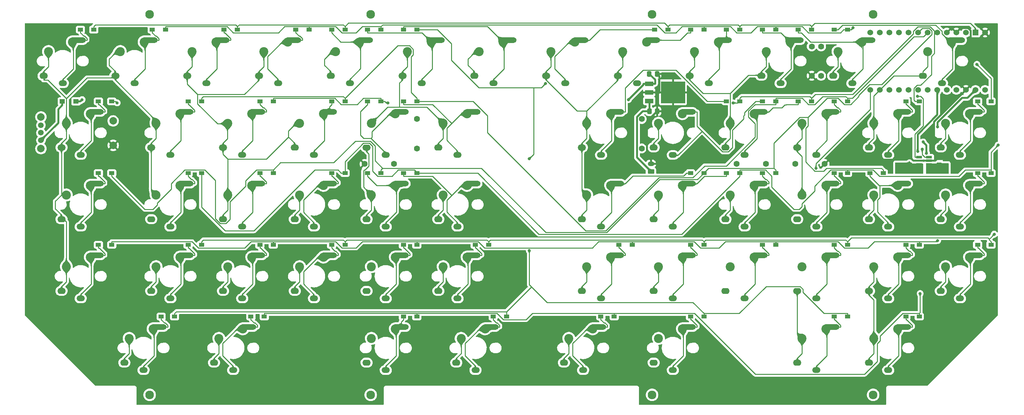
<source format=gbr>
%TF.GenerationSoftware,KiCad,Pcbnew,(6.0.5-0)*%
%TF.CreationDate,2022-06-30T23:43:56+09:00*%
%TF.ProjectId,denpa,64656e70-612e-46b6-9963-61645f706362,1*%
%TF.SameCoordinates,Original*%
%TF.FileFunction,Copper,L2,Bot*%
%TF.FilePolarity,Positive*%
%FSLAX46Y46*%
G04 Gerber Fmt 4.6, Leading zero omitted, Abs format (unit mm)*
G04 Created by KiCad (PCBNEW (6.0.5-0)) date 2022-06-30 23:43:56*
%MOMM*%
%LPD*%
G01*
G04 APERTURE LIST*
G04 Aperture macros list*
%AMRoundRect*
0 Rectangle with rounded corners*
0 $1 Rounding radius*
0 $2 $3 $4 $5 $6 $7 $8 $9 X,Y pos of 4 corners*
0 Add a 4 corners polygon primitive as box body*
4,1,4,$2,$3,$4,$5,$6,$7,$8,$9,$2,$3,0*
0 Add four circle primitives for the rounded corners*
1,1,$1+$1,$2,$3*
1,1,$1+$1,$4,$5*
1,1,$1+$1,$6,$7*
1,1,$1+$1,$8,$9*
0 Add four rect primitives between the rounded corners*
20,1,$1+$1,$2,$3,$4,$5,0*
20,1,$1+$1,$4,$5,$6,$7,0*
20,1,$1+$1,$6,$7,$8,$9,0*
20,1,$1+$1,$8,$9,$2,$3,0*%
%AMHorizOval*
0 Thick line with rounded ends*
0 $1 width*
0 $2 $3 position (X,Y) of the first rounded end (center of the circle)*
0 $4 $5 position (X,Y) of the second rounded end (center of the circle)*
0 Add line between two ends*
20,1,$1,$2,$3,$4,$5,0*
0 Add two circle primitives to create the rounded ends*
1,1,$1,$2,$3*
1,1,$1,$4,$5*%
G04 Aperture macros list end*
%TA.AperFunction,SMDPad,CuDef*%
%ADD10R,1.400000X1.000000*%
%TD*%
%TA.AperFunction,ComponentPad*%
%ADD11C,2.400000*%
%TD*%
%TA.AperFunction,ComponentPad*%
%ADD12O,2.200000X1.600000*%
%TD*%
%TA.AperFunction,ComponentPad*%
%ADD13O,2.200000X1.500000*%
%TD*%
%TA.AperFunction,ComponentPad*%
%ADD14HorizOval,1.500000X1.449945X0.012653X-1.449945X-0.012653X0*%
%TD*%
%TA.AperFunction,ComponentPad*%
%ADD15C,2.300000*%
%TD*%
%TA.AperFunction,ComponentPad*%
%ADD16C,1.524000*%
%TD*%
%TA.AperFunction,ComponentPad*%
%ADD17R,1.524000X1.524000*%
%TD*%
%TA.AperFunction,SMDPad,CuDef*%
%ADD18R,2.200000X1.200000*%
%TD*%
%TA.AperFunction,SMDPad,CuDef*%
%ADD19R,6.400000X5.800000*%
%TD*%
%TA.AperFunction,ComponentPad*%
%ADD20RoundRect,0.250000X0.625000X-0.350000X0.625000X0.350000X-0.625000X0.350000X-0.625000X-0.350000X0*%
%TD*%
%TA.AperFunction,ComponentPad*%
%ADD21O,1.750000X1.200000*%
%TD*%
%TA.AperFunction,SMDPad,CuDef*%
%ADD22RoundRect,0.250000X-0.337500X-0.475000X0.337500X-0.475000X0.337500X0.475000X-0.337500X0.475000X0*%
%TD*%
%TA.AperFunction,SMDPad,CuDef*%
%ADD23RoundRect,0.250000X0.475000X-0.337500X0.475000X0.337500X-0.475000X0.337500X-0.475000X-0.337500X0*%
%TD*%
%TA.AperFunction,ComponentPad*%
%ADD24C,1.600000*%
%TD*%
%TA.AperFunction,SMDPad,CuDef*%
%ADD25R,1.560000X0.650000*%
%TD*%
%TA.AperFunction,ComponentPad*%
%ADD26C,2.000000*%
%TD*%
%TA.AperFunction,ComponentPad*%
%ADD27C,1.500000*%
%TD*%
%TA.AperFunction,SMDPad,CuDef*%
%ADD28R,1.440000X1.200000*%
%TD*%
%TA.AperFunction,ViaPad*%
%ADD29C,0.800000*%
%TD*%
%TA.AperFunction,Conductor*%
%ADD30C,0.500000*%
%TD*%
%TA.AperFunction,Conductor*%
%ADD31C,0.250000*%
%TD*%
G04 APERTURE END LIST*
D10*
%TO.P,D4,1,K*%
%TO.N,row6*%
X45012500Y-107500000D03*
%TO.P,D4,2,A*%
%TO.N,Net-(D4-Pad2)*%
X41462500Y-107500000D03*
%TD*%
%TO.P,D11,1,K*%
%TO.N,row0*%
X78350000Y-50350000D03*
%TO.P,D11,2,A*%
%TO.N,Net-(D11-Pad2)*%
X74800000Y-50350000D03*
%TD*%
%TO.P,D32,1,K*%
%TO.N,row9*%
X125975000Y-50350000D03*
%TO.P,D32,2,A*%
%TO.N,Net-(D32-Pad2)*%
X122425000Y-50350000D03*
%TD*%
%TO.P,D48,1,K*%
%TO.N,row1*%
X221225000Y-50350000D03*
%TO.P,D48,2,A*%
%TO.N,Net-(D48-Pad2)*%
X217675000Y-50350000D03*
%TD*%
%TO.P,D59,1,K*%
%TO.N,row1*%
X240275000Y-50350000D03*
%TO.P,D59,2,A*%
%TO.N,Net-(D59-Pad2)*%
X236725000Y-50350000D03*
%TD*%
%TO.P,D44,1,K*%
%TO.N,row0*%
X211700000Y-50350000D03*
%TO.P,D44,2,A*%
%TO.N,Net-(D44-Pad2)*%
X208150000Y-50350000D03*
%TD*%
D11*
%TO.P,SW13,1,1*%
%TO.N,col1*%
X75835000Y-94260000D03*
D12*
X74545000Y-100700000D03*
D13*
%TO.P,SW13,2,2*%
%TO.N,Net-(D13-Pad2)*%
X79645000Y-102700000D03*
D11*
X82185000Y-91720000D03*
D14*
X83545042Y-91259599D03*
%TD*%
D11*
%TO.P,SW53,1,1*%
%TO.N,col5*%
X247285000Y-94260000D03*
D12*
X245995000Y-100700000D03*
D13*
%TO.P,SW53,2,2*%
%TO.N,Net-(D56-Pad2)*%
X251095000Y-102700000D03*
D11*
X253635000Y-91720000D03*
D14*
X254995042Y-91259599D03*
%TD*%
D11*
%TO.P,SW12,1,1*%
%TO.N,col1*%
X75835000Y-75210000D03*
D12*
X74545000Y-81650000D03*
D11*
%TO.P,SW12,2,2*%
%TO.N,Net-(D12-Pad2)*%
X82185000Y-72670000D03*
D13*
X79645000Y-83650000D03*
D14*
X83545042Y-72209599D03*
%TD*%
D10*
%TO.P,D17,1,K*%
%TO.N,row3*%
X106925000Y-69400000D03*
%TO.P,D17,2,A*%
%TO.N,Net-(D17-Pad2)*%
X103375000Y-69400000D03*
%TD*%
%TO.P,D37,1,K*%
%TO.N,row6*%
X183125000Y-107500000D03*
%TO.P,D37,2,A*%
%TO.N,Net-(D37-Pad2)*%
X179575000Y-107500000D03*
%TD*%
%TO.P,D14,1,K*%
%TO.N,row6*%
X87875000Y-107500000D03*
%TO.P,D14,2,A*%
%TO.N,Net-(D14-Pad2)*%
X84325000Y-107500000D03*
%TD*%
%TO.P,D54,1,K*%
%TO.N,row0*%
X230750000Y-50350000D03*
%TO.P,D54,2,A*%
%TO.N,Net-(D54-Pad2)*%
X227200000Y-50350000D03*
%TD*%
%TO.P,D43,1,K*%
%TO.N,row9*%
X202175000Y-126550000D03*
%TO.P,D43,2,A*%
%TO.N,Net-(D43-Pad2)*%
X198625000Y-126550000D03*
%TD*%
%TO.P,D24,1,K*%
%TO.N,row6*%
X125975000Y-107500000D03*
%TO.P,D24,2,A*%
%TO.N,Net-(D24-Pad2)*%
X122425000Y-107500000D03*
%TD*%
D12*
%TO.P,SW56,1,1*%
%TO.N,col5*%
X260282500Y-62600000D03*
D11*
X261572500Y-56160000D03*
D14*
%TO.P,SW56,2,2*%
%TO.N,Net-(D59-Pad2)*%
X269282542Y-53159599D03*
D11*
X267922500Y-53620000D03*
D13*
X265382500Y-64600000D03*
%TD*%
D11*
%TO.P,SW30,1,1*%
%TO.N,col2*%
X137747500Y-132360000D03*
D12*
X136457500Y-138800000D03*
D13*
%TO.P,SW30,2,2*%
%TO.N,Net-(D30-Pad2)*%
X141557500Y-140800000D03*
D14*
X145457542Y-129359599D03*
D11*
X144097500Y-129820000D03*
%TD*%
%TO.P,SW21,1,1*%
%TO.N,col2*%
X104410000Y-56160000D03*
D12*
X103120000Y-62600000D03*
D14*
%TO.P,SW21,2,2*%
%TO.N,Net-(D21-Pad2)*%
X112120042Y-53159599D03*
D13*
X108220000Y-64600000D03*
D11*
X110760000Y-53620000D03*
%TD*%
%TO.P,SW44,1,1*%
%TO.N,col4*%
X209185000Y-94260000D03*
D12*
X207895000Y-100700000D03*
D11*
%TO.P,SW44,2,2*%
%TO.N,Net-(D46-Pad2)*%
X215535000Y-91720000D03*
D13*
X212995000Y-102700000D03*
D14*
X216895042Y-91259599D03*
%TD*%
D12*
%TO.P,SW27,1,1*%
%TO.N,col2*%
X131690000Y-81650000D03*
D11*
X132980000Y-75210000D03*
D13*
%TO.P,SW27,2,2*%
%TO.N,Net-(D27-Pad2)*%
X136790000Y-83650000D03*
D14*
X140690042Y-72209599D03*
D11*
X139330000Y-72670000D03*
%TD*%
%TO.P,SW6,1,1*%
%TO.N,col0*%
X47260000Y-56160000D03*
D12*
X45970000Y-62600000D03*
D11*
%TO.P,SW6,2,2*%
%TO.N,Net-(D6-Pad2)*%
X53610000Y-53620000D03*
D14*
X54970042Y-53159599D03*
D13*
X51070000Y-64600000D03*
%TD*%
D10*
%TO.P,D40,1,K*%
%TO.N,row3*%
X221225000Y-69400000D03*
%TO.P,D40,2,A*%
%TO.N,Net-(D40-Pad2)*%
X217675000Y-69400000D03*
%TD*%
D11*
%TO.P,SW23,1,1*%
%TO.N,col2*%
X113935000Y-94260000D03*
D12*
X112645000Y-100700000D03*
D11*
%TO.P,SW23,2,2*%
%TO.N,Net-(D23-Pad2)*%
X120285000Y-91720000D03*
D13*
X117745000Y-102700000D03*
D14*
X121645042Y-91259599D03*
%TD*%
D12*
%TO.P,SW8,1,1*%
%TO.N,col0*%
X55495000Y-100700000D03*
D11*
X56785000Y-94260000D03*
D14*
%TO.P,SW8,2,2*%
%TO.N,Net-(D8-Pad2)*%
X64495042Y-91259599D03*
D13*
X60595000Y-102700000D03*
D11*
X63135000Y-91720000D03*
%TD*%
D10*
%TO.P,D52,1,K*%
%TO.N,row9*%
X240275000Y-126550000D03*
%TO.P,D52,2,A*%
%TO.N,Net-(D52-Pad2)*%
X236725000Y-126550000D03*
%TD*%
%TO.P,D28,1,K*%
%TO.N,row5*%
X125975000Y-88450000D03*
%TO.P,D28,2,A*%
%TO.N,Net-(D28-Pad2)*%
X122425000Y-88450000D03*
%TD*%
D12*
%TO.P,SW4,1,1*%
%TO.N,col0*%
X31682500Y-119750000D03*
D11*
X32972500Y-113310000D03*
D14*
%TO.P,SW4,2,2*%
%TO.N,Net-(D4-Pad2)*%
X40682542Y-110309599D03*
D11*
X39322500Y-110770000D03*
D13*
X36782500Y-121750000D03*
%TD*%
D11*
%TO.P,SW43,1,1*%
%TO.N,col4*%
X209180000Y-75210000D03*
D12*
X207890000Y-81650000D03*
D13*
%TO.P,SW43,2,2*%
%TO.N,Net-(D45-Pad2)*%
X212990000Y-83650000D03*
D11*
X215530000Y-72670000D03*
D14*
X216890042Y-72209599D03*
%TD*%
D10*
%TO.P,D23,1,K*%
%TO.N,row4*%
X116450000Y-88450000D03*
%TO.P,D23,2,A*%
%TO.N,Net-(D23-Pad2)*%
X112900000Y-88450000D03*
%TD*%
D11*
%TO.P,SW16,1,1*%
%TO.N,col1*%
X85360000Y-56160000D03*
D12*
X84070000Y-62600000D03*
D13*
%TO.P,SW16,2,2*%
%TO.N,Net-(D16-Pad2)*%
X89170000Y-64600000D03*
D14*
X93070042Y-53159599D03*
D11*
X91710000Y-53620000D03*
%TD*%
D10*
%TO.P,D2,1,K*%
%TO.N,row2*%
X45012500Y-69400000D03*
%TO.P,D2,2,A*%
%TO.N,Net-(D2-Pad2)*%
X41462500Y-69400000D03*
%TD*%
%TO.P,D58,1,K*%
%TO.N,row8*%
X259325000Y-126550000D03*
%TO.P,D58,2,A*%
%TO.N,Net-(D58-Pad2)*%
X255775000Y-126550000D03*
%TD*%
D12*
%TO.P,SW25,1,1*%
%TO.N,col2*%
X112645000Y-138800000D03*
D11*
X113935000Y-132360000D03*
%TO.P,SW25,2,2*%
%TO.N,Net-(D25-Pad2)*%
X120285000Y-129820000D03*
D13*
X117745000Y-140800000D03*
D14*
X121645042Y-129359599D03*
%TD*%
D10*
%TO.P,D16,1,K*%
%TO.N,row1*%
X97400000Y-50350000D03*
%TO.P,D16,2,A*%
%TO.N,Net-(D16-Pad2)*%
X93850000Y-50350000D03*
%TD*%
D12*
%TO.P,SW46,1,1*%
%TO.N,col4*%
X217420000Y-62600000D03*
D11*
X218710000Y-56160000D03*
%TO.P,SW46,2,2*%
%TO.N,Net-(D48-Pad2)*%
X225060000Y-53620000D03*
D13*
X222520000Y-64600000D03*
D14*
X226420042Y-53159599D03*
%TD*%
D11*
%TO.P,SW17,1,1*%
%TO.N,col1*%
X94885000Y-75210000D03*
D12*
X93595000Y-81650000D03*
D14*
%TO.P,SW17,2,2*%
%TO.N,Net-(D17-Pad2)*%
X102595042Y-72209599D03*
D13*
X98695000Y-83650000D03*
D11*
X101235000Y-72670000D03*
%TD*%
D10*
%TO.P,D60,1,K*%
%TO.N,row3*%
X278375000Y-69400000D03*
%TO.P,D60,2,A*%
%TO.N,Net-(D60-Pad2)*%
X274825000Y-69400000D03*
%TD*%
D15*
%TO.P,Ref\u002A\u002A,*%
%TO.N,*%
X113745000Y-147350000D03*
%TD*%
D11*
%TO.P,SW18,1,1*%
%TO.N,col1*%
X94885000Y-94260000D03*
D12*
X93595000Y-100700000D03*
D13*
%TO.P,SW18,2,2*%
%TO.N,Net-(D18-Pad2)*%
X98695000Y-102700000D03*
D11*
X101235000Y-91720000D03*
D14*
X102595042Y-91259599D03*
%TD*%
D10*
%TO.P,D13,1,K*%
%TO.N,row4*%
X87875000Y-88450000D03*
%TO.P,D13,2,A*%
%TO.N,Net-(D13-Pad2)*%
X84325000Y-88450000D03*
%TD*%
%TO.P,D7,1,K*%
%TO.N,row3*%
X68825000Y-69400000D03*
%TO.P,D7,2,A*%
%TO.N,Net-(D7-Pad2)*%
X65275000Y-69400000D03*
%TD*%
%TO.P,D29,1,K*%
%TO.N,row7*%
X145025000Y-107500000D03*
%TO.P,D29,2,A*%
%TO.N,Net-(D29-Pad2)*%
X141475000Y-107500000D03*
%TD*%
%TO.P,D3,1,K*%
%TO.N,row4*%
X45012500Y-88450000D03*
%TO.P,D3,2,A*%
%TO.N,Net-(D3-Pad2)*%
X41462500Y-88450000D03*
%TD*%
D15*
%TO.P,Ref\u002A\u002A,*%
%TO.N,*%
X55070000Y-147350000D03*
%TD*%
D10*
%TO.P,D56,1,K*%
%TO.N,row4*%
X249800000Y-88450000D03*
%TO.P,D56,2,A*%
%TO.N,Net-(D56-Pad2)*%
X246250000Y-88450000D03*
%TD*%
%TO.P,D25,1,K*%
%TO.N,row8*%
X125975000Y-126550000D03*
%TO.P,D25,2,A*%
%TO.N,Net-(D25-Pad2)*%
X122425000Y-126550000D03*
%TD*%
%TO.P,D39,1,K*%
%TO.N,row1*%
X202175000Y-50350000D03*
%TO.P,D39,2,A*%
%TO.N,Net-(D39-Pad2)*%
X198625000Y-50350000D03*
%TD*%
%TO.P,D61,1,K*%
%TO.N,row5*%
X278375000Y-88450000D03*
%TO.P,D61,2,A*%
%TO.N,Net-(D61-Pad2)*%
X274825000Y-88450000D03*
%TD*%
D11*
%TO.P,SW2,1,1*%
%TO.N,col0*%
X32972500Y-75210000D03*
D12*
X31682500Y-81650000D03*
D14*
%TO.P,SW2,2,2*%
%TO.N,Net-(D2-Pad2)*%
X40682542Y-72209599D03*
D13*
X36782500Y-83650000D03*
D11*
X39322500Y-72670000D03*
%TD*%
%TO.P,SW41,1,1*%
%TO.N,col3*%
X190135000Y-132360000D03*
D12*
X188845000Y-138800000D03*
D13*
%TO.P,SW41,2,2*%
%TO.N,Net-(D43-Pad2)*%
X193945000Y-140800000D03*
D14*
X197845042Y-129359599D03*
D11*
X196485000Y-129820000D03*
%TD*%
D12*
%TO.P,SW33,1,1*%
%TO.N,col3*%
X169790000Y-81650000D03*
D11*
X171080000Y-75210000D03*
%TO.P,SW33,2,2*%
%TO.N,Net-(D35-Pad2)*%
X177430000Y-72670000D03*
D14*
X178790042Y-72209599D03*
D13*
X174890000Y-83650000D03*
%TD*%
D12*
%TO.P,SW10,1,1*%
%TO.N,col0*%
X48351300Y-138800000D03*
D11*
X49641300Y-132360000D03*
%TO.P,SW10,2,2*%
%TO.N,Net-(D10-Pad2)*%
X55991300Y-129820000D03*
D13*
X53451300Y-140800000D03*
D14*
X57351342Y-129359599D03*
%TD*%
D10*
%TO.P,D36,1,K*%
%TO.N,row4*%
X202175000Y-88450000D03*
%TO.P,D36,2,A*%
%TO.N,Net-(D36-Pad2)*%
X198625000Y-88450000D03*
%TD*%
D15*
%TO.P,Ref\u002A\u002A,*%
%TO.N,*%
X247090000Y-46250000D03*
%TD*%
D11*
%TO.P,SW47,1,1*%
%TO.N,col4*%
X228230000Y-75210000D03*
D12*
X226940000Y-81650000D03*
D13*
%TO.P,SW47,2,2*%
%TO.N,Net-(D49-Pad2)*%
X232040000Y-83650000D03*
D14*
X235940042Y-72209599D03*
D11*
X234580000Y-72670000D03*
%TD*%
D10*
%TO.P,D47,1,K*%
%TO.N,row6*%
X221225000Y-107500000D03*
%TO.P,D47,2,A*%
%TO.N,Net-(D47-Pad2)*%
X217675000Y-107500000D03*
%TD*%
D15*
%TO.P,Ref\u002A\u002A,*%
%TO.N,*%
X55070000Y-46250000D03*
%TD*%
D10*
%TO.P,D49,1,K*%
%TO.N,row3*%
X240275000Y-69400000D03*
%TO.P,D49,2,A*%
%TO.N,Net-(D49-Pad2)*%
X236725000Y-69400000D03*
%TD*%
D11*
%TO.P,SW19,1,1*%
%TO.N,col1*%
X94885000Y-113310000D03*
D12*
X93595000Y-119750000D03*
D13*
%TO.P,SW19,2,2*%
%TO.N,Net-(D19-Pad2)*%
X98695000Y-121750000D03*
D11*
X101235000Y-110770000D03*
D14*
X102595042Y-110309599D03*
%TD*%
D10*
%TO.P,D6,1,K*%
%TO.N,row1*%
X59300000Y-50350000D03*
%TO.P,D6,2,A*%
%TO.N,Net-(D6-Pad2)*%
X55750000Y-50350000D03*
%TD*%
D15*
%TO.P,Ref\u002A\u002A,*%
%TO.N,*%
X188420000Y-147350000D03*
%TD*%
D11*
%TO.P,SW24,1,1*%
%TO.N,col2*%
X113935000Y-113310000D03*
D12*
X112645000Y-119750000D03*
D14*
%TO.P,SW24,2,2*%
%TO.N,Net-(D24-Pad2)*%
X121645042Y-110309599D03*
D13*
X117745000Y-121750000D03*
D11*
X120285000Y-110770000D03*
%TD*%
%TO.P,SW14,1,1*%
%TO.N,col1*%
X75835000Y-113310000D03*
D12*
X74545000Y-119750000D03*
D13*
%TO.P,SW14,2,2*%
%TO.N,Net-(D14-Pad2)*%
X79645000Y-121750000D03*
D14*
X83545042Y-110309599D03*
D11*
X82185000Y-110770000D03*
%TD*%
D12*
%TO.P,SW49,1,1*%
%TO.N,col4*%
X226945000Y-119750000D03*
D11*
X228235000Y-113310000D03*
D14*
%TO.P,SW49,2,2*%
%TO.N,Net-(D51-Pad2)*%
X235945042Y-110309599D03*
D11*
X234585000Y-110770000D03*
D13*
X232045000Y-121750000D03*
%TD*%
D11*
%TO.P,SW58,1,1*%
%TO.N,col5*%
X266335000Y-94260000D03*
D12*
X265045000Y-100700000D03*
D11*
%TO.P,SW58,2,2*%
%TO.N,Net-(D61-Pad2)*%
X272685000Y-91720000D03*
D13*
X270145000Y-102700000D03*
D14*
X274045042Y-91259599D03*
%TD*%
D11*
%TO.P,SW32,1,1*%
%TO.N,col3*%
X161560000Y-56160000D03*
D12*
X160270000Y-62600000D03*
D13*
%TO.P,SW32,2,2*%
%TO.N,Net-(D34-Pad2)*%
X165370000Y-64600000D03*
D14*
X169270042Y-53159599D03*
D11*
X167910000Y-53620000D03*
%TD*%
%TO.P,SW45,1,1*%
%TO.N,col4*%
X209185000Y-113310000D03*
D12*
X207895000Y-119750000D03*
D11*
%TO.P,SW45,2,2*%
%TO.N,Net-(D47-Pad2)*%
X215535000Y-110770000D03*
D14*
X216895042Y-110309599D03*
D13*
X212995000Y-121750000D03*
%TD*%
D10*
%TO.P,D10,1,K*%
%TO.N,row9*%
X61681300Y-126550000D03*
%TO.P,D10,2,A*%
%TO.N,Net-(D10-Pad2)*%
X58131300Y-126550000D03*
%TD*%
%TO.P,D42,1,K*%
%TO.N,row7*%
X202175000Y-107500000D03*
%TO.P,D42,2,A*%
%TO.N,Net-(D42-Pad2)*%
X198625000Y-107500000D03*
%TD*%
D12*
%TO.P,SW50,1,1*%
%TO.N,col4*%
X226945000Y-138800000D03*
D11*
X228235000Y-132360000D03*
D14*
%TO.P,SW50,2,2*%
%TO.N,Net-(D52-Pad2)*%
X235945042Y-129359599D03*
D11*
X234585000Y-129820000D03*
D13*
X232045000Y-140800000D03*
%TD*%
D10*
%TO.P,D9,1,K*%
%TO.N,row7*%
X68825000Y-107500000D03*
%TO.P,D9,2,A*%
%TO.N,Net-(D9-Pad2)*%
X65275000Y-107500000D03*
%TD*%
%TO.P,D18,1,K*%
%TO.N,row5*%
X106925000Y-88450000D03*
%TO.P,D18,2,A*%
%TO.N,Net-(D18-Pad2)*%
X103375000Y-88450000D03*
%TD*%
D12*
%TO.P,SW15,1,1*%
%TO.N,col1*%
X72163800Y-138800000D03*
D11*
X73453800Y-132360000D03*
D13*
%TO.P,SW15,2,2*%
%TO.N,Net-(D15-Pad2)*%
X77263800Y-140800000D03*
D14*
X81163842Y-129359599D03*
D11*
X79803800Y-129820000D03*
%TD*%
D10*
%TO.P,D22,1,K*%
%TO.N,row2*%
X116450000Y-69400000D03*
%TO.P,D22,2,A*%
%TO.N,Net-(D22-Pad2)*%
X112900000Y-69400000D03*
%TD*%
%TO.P,D21,1,K*%
%TO.N,row0*%
X106925000Y-50350000D03*
%TO.P,D21,2,A*%
%TO.N,Net-(D21-Pad2)*%
X103375000Y-50350000D03*
%TD*%
D15*
%TO.P,Ref\u002A\u002A,*%
%TO.N,*%
X247095000Y-147350000D03*
%TD*%
D11*
%TO.P,SW35,1,1*%
%TO.N,col3*%
X171085000Y-113310000D03*
D12*
X169795000Y-119750000D03*
D14*
%TO.P,SW35,2,2*%
%TO.N,Net-(D37-Pad2)*%
X178795042Y-110309599D03*
D11*
X177435000Y-110770000D03*
D13*
X174895000Y-121750000D03*
%TD*%
D10*
%TO.P,D46,1,K*%
%TO.N,row4*%
X221225000Y-88450000D03*
%TO.P,D46,2,A*%
%TO.N,Net-(D46-Pad2)*%
X217675000Y-88450000D03*
%TD*%
D11*
%TO.P,SW36,1,1*%
%TO.N,col3*%
X166322500Y-132360000D03*
D12*
X165032500Y-138800000D03*
D13*
%TO.P,SW36,2,2*%
%TO.N,Net-(D38-Pad2)*%
X170132500Y-140800000D03*
D14*
X174032542Y-129359599D03*
D11*
X172672500Y-129820000D03*
%TD*%
%TO.P,SW38,1,1*%
%TO.N,col3*%
X190130000Y-75210000D03*
D12*
X188840000Y-81650000D03*
D13*
%TO.P,SW38,2,2*%
%TO.N,Net-(D40-Pad2)*%
X193940000Y-83650000D03*
D11*
X196480000Y-72670000D03*
D14*
X197840042Y-72209599D03*
%TD*%
D10*
%TO.P,D45,1,K*%
%TO.N,row2*%
X230750000Y-69400000D03*
%TO.P,D45,2,A*%
%TO.N,Net-(D45-Pad2)*%
X227200000Y-69400000D03*
%TD*%
%TO.P,D26,1,K*%
%TO.N,row1*%
X116450000Y-50350000D03*
%TO.P,D26,2,A*%
%TO.N,Net-(D26-Pad2)*%
X112900000Y-50350000D03*
%TD*%
%TO.P,D50,1,K*%
%TO.N,row5*%
X240275000Y-88450000D03*
%TO.P,D50,2,A*%
%TO.N,Net-(D50-Pad2)*%
X236725000Y-88450000D03*
%TD*%
D12*
%TO.P,SW28,1,1*%
%TO.N,col2*%
X131695000Y-100700000D03*
D11*
X132985000Y-94260000D03*
D13*
%TO.P,SW28,2,2*%
%TO.N,Net-(D28-Pad2)*%
X136795000Y-102700000D03*
D11*
X139335000Y-91720000D03*
D14*
X140695042Y-91259599D03*
%TD*%
D11*
%TO.P,SW42,1,1*%
%TO.N,col4*%
X199660000Y-56160000D03*
D12*
X198370000Y-62600000D03*
D11*
%TO.P,SW42,2,2*%
%TO.N,Net-(D44-Pad2)*%
X206010000Y-53620000D03*
D13*
X203470000Y-64600000D03*
D14*
X207370042Y-53159599D03*
%TD*%
D12*
%TO.P,SW11,1,1*%
%TO.N,col1*%
X65020000Y-62600000D03*
D11*
X66310000Y-56160000D03*
D14*
%TO.P,SW11,2,2*%
%TO.N,Net-(D11-Pad2)*%
X74020042Y-53159599D03*
D11*
X72660000Y-53620000D03*
D13*
X70120000Y-64600000D03*
%TD*%
D12*
%TO.P,SW1,1,1*%
%TO.N,col0*%
X26920000Y-62600000D03*
D11*
X28210000Y-56160000D03*
D14*
%TO.P,SW1,2,2*%
%TO.N,Net-(D1-Pad2)*%
X35920042Y-53159599D03*
D13*
X32020000Y-64600000D03*
D11*
X34560000Y-53620000D03*
%TD*%
%TO.P,SW39,1,1*%
%TO.N,col3*%
X190135000Y-94260000D03*
D12*
X188845000Y-100700000D03*
D14*
%TO.P,SW39,2,2*%
%TO.N,Net-(D41-Pad2)*%
X197845042Y-91259599D03*
D11*
X196485000Y-91720000D03*
D13*
X193945000Y-102700000D03*
%TD*%
D12*
%TO.P,SW51,1,1*%
%TO.N,col5*%
X236470000Y-62600000D03*
D11*
X237760000Y-56160000D03*
D14*
%TO.P,SW51,2,2*%
%TO.N,Net-(D54-Pad2)*%
X245470042Y-53159599D03*
D13*
X241570000Y-64600000D03*
D11*
X244110000Y-53620000D03*
%TD*%
D10*
%TO.P,D38,1,K*%
%TO.N,row8*%
X178362500Y-126550000D03*
%TO.P,D38,2,A*%
%TO.N,Net-(D38-Pad2)*%
X174812500Y-126550000D03*
%TD*%
%TO.P,D8,1,K*%
%TO.N,row5*%
X68825000Y-88450000D03*
%TO.P,D8,2,A*%
%TO.N,Net-(D8-Pad2)*%
X65275000Y-88450000D03*
%TD*%
%TO.P,D62,1,K*%
%TO.N,row7*%
X278375000Y-107500000D03*
%TO.P,D62,2,A*%
%TO.N,Net-(D62-Pad2)*%
X274825000Y-107500000D03*
%TD*%
D11*
%TO.P,SW54,1,1*%
%TO.N,col5*%
X247285000Y-113310000D03*
D12*
X245995000Y-119750000D03*
D11*
%TO.P,SW54,2,2*%
%TO.N,Net-(D57-Pad2)*%
X253635000Y-110770000D03*
D13*
X251095000Y-121750000D03*
D14*
X254995042Y-110309599D03*
%TD*%
D10*
%TO.P,D55,1,K*%
%TO.N,row2*%
X259325000Y-69400000D03*
%TO.P,D55,2,A*%
%TO.N,Net-(D55-Pad2)*%
X255775000Y-69400000D03*
%TD*%
D12*
%TO.P,SW52,1,1*%
%TO.N,col5*%
X245990000Y-81650000D03*
D11*
X247280000Y-75210000D03*
D13*
%TO.P,SW52,2,2*%
%TO.N,Net-(D55-Pad2)*%
X251090000Y-83650000D03*
D11*
X253630000Y-72670000D03*
D14*
X254990042Y-72209599D03*
%TD*%
D10*
%TO.P,D12,1,K*%
%TO.N,row2*%
X87875000Y-69400000D03*
%TO.P,D12,2,A*%
%TO.N,Net-(D12-Pad2)*%
X84325000Y-69400000D03*
%TD*%
D11*
%TO.P,SW31,1,1*%
%TO.N,col1*%
X142510000Y-56160000D03*
D12*
X141220000Y-62600000D03*
D11*
%TO.P,SW31,2,2*%
%TO.N,Net-(D32-Pad2)*%
X148860000Y-53620000D03*
D13*
X146320000Y-64600000D03*
D14*
X150220042Y-53159599D03*
%TD*%
D12*
%TO.P,SW40,1,1*%
%TO.N,col3*%
X188845000Y-119750000D03*
D11*
X190135000Y-113310000D03*
D14*
%TO.P,SW40,2,2*%
%TO.N,Net-(D42-Pad2)*%
X197845042Y-110309599D03*
D13*
X193945000Y-121750000D03*
D11*
X196485000Y-110770000D03*
%TD*%
D12*
%TO.P,SW26,1,1*%
%TO.N,col2*%
X122170000Y-62600000D03*
D11*
X123460000Y-56160000D03*
%TO.P,SW26,2,2*%
%TO.N,Net-(D26-Pad2)*%
X129810000Y-53620000D03*
D13*
X127270000Y-64600000D03*
D14*
X131170042Y-53159599D03*
%TD*%
D10*
%TO.P,D15,1,K*%
%TO.N,row8*%
X85493800Y-126550000D03*
%TO.P,D15,2,A*%
%TO.N,Net-(D15-Pad2)*%
X81943800Y-126550000D03*
%TD*%
%TO.P,D35,1,K*%
%TO.N,row2*%
X211700000Y-69400000D03*
%TO.P,D35,2,A*%
%TO.N,Net-(D35-Pad2)*%
X208150000Y-69400000D03*
%TD*%
%TO.P,D19,1,K*%
%TO.N,row7*%
X106925000Y-107500000D03*
%TO.P,D19,2,A*%
%TO.N,Net-(D19-Pad2)*%
X103375000Y-107500000D03*
%TD*%
%TO.P,D1,1,K*%
%TO.N,row0*%
X40250000Y-50350000D03*
%TO.P,D1,2,A*%
%TO.N,Net-(D1-Pad2)*%
X36700000Y-50350000D03*
%TD*%
%TO.P,D57,1,K*%
%TO.N,row6*%
X259325000Y-107500000D03*
%TO.P,D57,2,A*%
%TO.N,Net-(D57-Pad2)*%
X255775000Y-107500000D03*
%TD*%
%TO.P,D30,1,K*%
%TO.N,row9*%
X149787500Y-126550000D03*
%TO.P,D30,2,A*%
%TO.N,Net-(D30-Pad2)*%
X146237500Y-126550000D03*
%TD*%
D12*
%TO.P,SW29,1,1*%
%TO.N,col2*%
X131695000Y-119750000D03*
D11*
X132985000Y-113310000D03*
%TO.P,SW29,2,2*%
%TO.N,Net-(D29-Pad2)*%
X139335000Y-110770000D03*
D14*
X140695042Y-110309599D03*
D13*
X136795000Y-121750000D03*
%TD*%
D10*
%TO.P,D34,1,K*%
%TO.N,row0*%
X192650000Y-50350000D03*
%TO.P,D34,2,A*%
%TO.N,Net-(D34-Pad2)*%
X189100000Y-50350000D03*
%TD*%
%TO.P,D27,1,K*%
%TO.N,row3*%
X125975000Y-69400000D03*
%TO.P,D27,2,A*%
%TO.N,Net-(D27-Pad2)*%
X122425000Y-69400000D03*
%TD*%
D11*
%TO.P,SW57,1,1*%
%TO.N,col5*%
X266330000Y-75210000D03*
D12*
X265040000Y-81650000D03*
D11*
%TO.P,SW57,2,2*%
%TO.N,Net-(D60-Pad2)*%
X272680000Y-72670000D03*
D13*
X270140000Y-83650000D03*
D14*
X274040042Y-72209599D03*
%TD*%
D11*
%TO.P,SW48,1,1*%
%TO.N,col4*%
X228235000Y-94260000D03*
D12*
X226945000Y-100700000D03*
D11*
%TO.P,SW48,2,2*%
%TO.N,Net-(D50-Pad2)*%
X234585000Y-91720000D03*
D13*
X232045000Y-102700000D03*
D14*
X235945042Y-91259599D03*
%TD*%
D11*
%TO.P,SW59,1,1*%
%TO.N,col5*%
X266335000Y-113310000D03*
D12*
X265045000Y-119750000D03*
D14*
%TO.P,SW59,2,2*%
%TO.N,Net-(D62-Pad2)*%
X274045042Y-110309599D03*
D11*
X272685000Y-110770000D03*
D13*
X270145000Y-121750000D03*
%TD*%
D12*
%TO.P,SW22,1,1*%
%TO.N,col2*%
X112645000Y-81650000D03*
D11*
X113935000Y-75210000D03*
D14*
%TO.P,SW22,2,2*%
%TO.N,Net-(D22-Pad2)*%
X121645042Y-72209599D03*
D11*
X120285000Y-72670000D03*
D13*
X117745000Y-83650000D03*
%TD*%
D11*
%TO.P,SW9,1,1*%
%TO.N,col0*%
X56785000Y-113310000D03*
D12*
X55495000Y-119750000D03*
D11*
%TO.P,SW9,2,2*%
%TO.N,Net-(D9-Pad2)*%
X63135000Y-110770000D03*
D13*
X60595000Y-121750000D03*
D14*
X64495042Y-110309599D03*
%TD*%
D11*
%TO.P,SW3,1,1*%
%TO.N,col0*%
X32972500Y-94260000D03*
D12*
X31682500Y-100700000D03*
D11*
%TO.P,SW3,2,2*%
%TO.N,Net-(D3-Pad2)*%
X39322500Y-91720000D03*
D13*
X36782500Y-102700000D03*
D14*
X40682542Y-91259599D03*
%TD*%
D15*
%TO.P,Ref\u002A\u002A,*%
%TO.N,*%
X113745000Y-46250000D03*
%TD*%
D10*
%TO.P,D41,1,K*%
%TO.N,row5*%
X211700000Y-88450000D03*
%TO.P,D41,2,A*%
%TO.N,Net-(D41-Pad2)*%
X208150000Y-88450000D03*
%TD*%
D11*
%TO.P,SW34,1,1*%
%TO.N,col3*%
X171085000Y-94260000D03*
D12*
X169795000Y-100700000D03*
D11*
%TO.P,SW34,2,2*%
%TO.N,Net-(D36-Pad2)*%
X177435000Y-91720000D03*
D14*
X178795042Y-91259599D03*
D13*
X174895000Y-102700000D03*
%TD*%
D12*
%TO.P,SW7,1,1*%
%TO.N,col0*%
X55490000Y-81650000D03*
D11*
X56780000Y-75210000D03*
D13*
%TO.P,SW7,2,2*%
%TO.N,Net-(D7-Pad2)*%
X60590000Y-83650000D03*
D11*
X63130000Y-72670000D03*
D14*
X64490042Y-72209599D03*
%TD*%
D11*
%TO.P,SW55,1,1*%
%TO.N,col5*%
X247285000Y-132360000D03*
D12*
X245995000Y-138800000D03*
D14*
%TO.P,SW55,2,2*%
%TO.N,Net-(D58-Pad2)*%
X254995042Y-129359599D03*
D11*
X253635000Y-129820000D03*
D13*
X251095000Y-140800000D03*
%TD*%
D11*
%TO.P,SW37,1,1*%
%TO.N,col3*%
X180610000Y-56160000D03*
D12*
X179320000Y-62600000D03*
D14*
%TO.P,SW37,2,2*%
%TO.N,Net-(D39-Pad2)*%
X188320042Y-53159599D03*
D11*
X186960000Y-53620000D03*
D13*
X184420000Y-64600000D03*
%TD*%
D10*
%TO.P,D51,1,K*%
%TO.N,row7*%
X240275000Y-107500000D03*
%TO.P,D51,2,A*%
%TO.N,Net-(D51-Pad2)*%
X236725000Y-107500000D03*
%TD*%
D16*
%TO.P,U1,1,GND*%
%TO.N,GND*%
X276808000Y-51141400D03*
D17*
%TO.P,U1,2,PIN1*%
%TO.N,row0*%
X274268000Y-51141400D03*
D16*
%TO.P,U1,3,PIN2*%
%TO.N,row1*%
X271728000Y-51141400D03*
%TO.P,U1,4,GND*%
%TO.N,GND*%
X269188000Y-51141400D03*
%TO.P,U1,5,GND*%
X266648000Y-51141400D03*
%TO.P,U1,6,PIN5*%
%TO.N,row2*%
X264108000Y-51141400D03*
%TO.P,U1,7,PIN6*%
%TO.N,row3*%
X261568000Y-51141400D03*
%TO.P,U1,8,PIN7*%
%TO.N,row4*%
X259028000Y-51141400D03*
%TO.P,U1,9,PIN8*%
%TO.N,row5*%
X256488000Y-51141400D03*
%TO.P,U1,10,PIN9*%
%TO.N,row6*%
X253948000Y-51141400D03*
%TO.P,U1,11,PIN10*%
%TO.N,row7*%
X251408000Y-51141400D03*
%TO.P,U1,12,PIN11*%
%TO.N,row8*%
X248868000Y-51141400D03*
%TO.P,U1,13,PIN12*%
%TO.N,row9*%
X246328000Y-51141400D03*
%TO.P,U1,14,PIN13*%
%TO.N,indicator*%
X246328000Y-66361400D03*
%TO.P,U1,15,PIN14*%
%TO.N,col5*%
X248868000Y-66361400D03*
%TO.P,U1,16,PIN15*%
%TO.N,col4*%
X251408000Y-66361400D03*
%TO.P,U1,17,PIN16*%
%TO.N,col3*%
X253948000Y-66361400D03*
%TO.P,U1,18,PIN17/A1*%
%TO.N,col2*%
X256488000Y-66361400D03*
%TO.P,U1,19,PIN18/A6*%
%TO.N,col1*%
X259028000Y-66361400D03*
%TO.P,U1,20,PIN19*%
%TO.N,col0*%
X261568000Y-66361400D03*
%TO.P,U1,21,PIN20/A3*%
%TO.N,VDIV*%
X264108000Y-66361400D03*
%TO.P,U1,22,4V3*%
%TO.N,unconnected-(U1-Pad22)*%
X266648000Y-66361400D03*
%TO.P,U1,23,RST*%
%TO.N,reset*%
X269188000Y-66361400D03*
%TO.P,U1,24,GND*%
%TO.N,GND*%
X271728000Y-66361400D03*
%TO.P,U1,25,+5V*%
%TO.N,VBUS*%
X274268000Y-66361400D03*
%TO.P,U1,26,BAT*%
%TO.N,VCC*%
X276808000Y-66361400D03*
%TD*%
D15*
%TO.P,Ref\u002A\u002A,*%
%TO.N,*%
X188420000Y-46250000D03*
%TD*%
D18*
%TO.P,U3,1,VI*%
%TO.N,+BATT*%
X187675000Y-69280000D03*
D19*
%TO.P,U3,2,GND*%
%TO.N,GND*%
X193975000Y-67000000D03*
D18*
X187675000Y-67000000D03*
%TO.P,U3,3,VO*%
%TO.N,Net-(C4-Pad1)*%
X187675000Y-64720000D03*
%TD*%
D20*
%TO.P,J1,1,Pin_1*%
%TO.N,+BATT*%
X188125000Y-88000000D03*
D21*
%TO.P,J1,2,Pin_2*%
%TO.N,GND*%
X188125000Y-86000000D03*
%TD*%
D22*
%TO.P,C4,1*%
%TO.N,Net-(C4-Pad1)*%
X187687500Y-62130000D03*
%TO.P,C4,2*%
%TO.N,GND*%
X189762500Y-62130000D03*
%TD*%
D23*
%TO.P,C1,1*%
%TO.N,VBUS*%
X256715000Y-86227500D03*
%TO.P,C1,2*%
%TO.N,GND*%
X256715000Y-84152500D03*
%TD*%
D24*
%TO.P,R2,1*%
%TO.N,VBUS*%
X185665000Y-74100000D03*
%TO.P,R2,2*%
%TO.N,Net-(D31-Pad2)*%
X185665000Y-81900000D03*
%TD*%
D25*
%TO.P,U2,1,STAT*%
%TO.N,Net-(D31-Pad1)*%
X261945000Y-84240000D03*
%TO.P,U2,2,VSS*%
%TO.N,GND*%
X261945000Y-85190000D03*
%TO.P,U2,3,VBAT*%
%TO.N,+BATT*%
X261945000Y-86140000D03*
%TO.P,U2,4,VDD*%
%TO.N,VBUS*%
X259245000Y-86140000D03*
%TO.P,U2,5,PROG*%
%TO.N,Net-(R3-Pad1)*%
X259245000Y-84240000D03*
%TD*%
D24*
%TO.P,R4,1*%
%TO.N,Net-(R3-Pad2)*%
X230795000Y-54800000D03*
%TO.P,R4,2*%
%TO.N,GND*%
X230795000Y-62600000D03*
%TD*%
%TO.P,R6,1*%
%TO.N,+BATT*%
X210815000Y-86040000D03*
%TO.P,R6,2*%
%TO.N,VDIV*%
X218615000Y-86040000D03*
%TD*%
%TO.P,R7,1*%
%TO.N,VDIV*%
X226415000Y-86040000D03*
%TO.P,R7,2*%
%TO.N,GND*%
X234215000Y-86040000D03*
%TD*%
D22*
%TO.P,C3,1*%
%TO.N,+BATT*%
X187697500Y-72030000D03*
%TO.P,C3,2*%
%TO.N,GND*%
X189772500Y-72030000D03*
%TD*%
D24*
%TO.P,R5,1*%
%TO.N,Net-(D31-Pad1)*%
X126000000Y-81900000D03*
%TO.P,R5,2*%
%TO.N,Net-(D33-Pad2)*%
X126000000Y-74100000D03*
%TD*%
%TO.P,R3,1*%
%TO.N,Net-(R3-Pad1)*%
X233285000Y-62600000D03*
%TO.P,R3,2*%
%TO.N,Net-(R3-Pad2)*%
X233285000Y-54800000D03*
%TD*%
D26*
%TO.P,SW5,*%
%TO.N,*%
X26225000Y-81940000D03*
X26225000Y-73540000D03*
D27*
%TO.P,SW5,1,A*%
%TO.N,Net-(D53-Pad1)*%
X26225000Y-79740000D03*
%TO.P,SW5,2,B*%
%TO.N,VCC*%
X26225000Y-77740000D03*
%TO.P,SW5,3,C*%
%TO.N,unconnected-(SW5-Pad3)*%
X26225000Y-75740000D03*
%TD*%
D23*
%TO.P,C2,1*%
%TO.N,+BATT*%
X264615000Y-86227500D03*
%TO.P,C2,2*%
%TO.N,GND*%
X264615000Y-84152500D03*
%TD*%
D26*
%TO.P,SW20,1,1*%
%TO.N,reset*%
X45395000Y-74590000D03*
%TO.P,SW20,2,2*%
%TO.N,GND*%
X45395000Y-81090000D03*
%TD*%
D24*
%TO.P,R1,1*%
%TO.N,Net-(D20-Pad1)*%
X119920000Y-86040000D03*
%TO.P,R1,2*%
%TO.N,GND*%
X112120000Y-86040000D03*
%TD*%
D28*
%TO.P,D53,1,K*%
%TO.N,Net-(D53-Pad1)*%
X31892500Y-69400000D03*
%TO.P,D53,2,A*%
%TO.N,Net-(C4-Pad1)*%
X35532500Y-69400000D03*
%TD*%
D29*
%TO.N,VBUS*%
X254475000Y-86310000D03*
X257985000Y-86880000D03*
X254475000Y-87890000D03*
X259215000Y-87700000D03*
X260345800Y-80188400D03*
X256705000Y-87900000D03*
X264176400Y-76141200D03*
X261252400Y-83182100D03*
%TO.N,GND*%
X266045000Y-84740000D03*
X255155000Y-84020000D03*
X256675000Y-82840000D03*
X266035000Y-83490000D03*
%TO.N,+BATT*%
X266075000Y-86520000D03*
X261925000Y-87810000D03*
X263025000Y-87070000D03*
X266075000Y-87880000D03*
X264095000Y-87870000D03*
%TO.N,Net-(C4-Pad1)*%
X182138600Y-68950200D03*
X37152600Y-68950200D03*
%TO.N,row2*%
X46438300Y-69800500D03*
X209921900Y-69816200D03*
X118335000Y-69800500D03*
%TO.N,row6*%
X264206700Y-106367800D03*
%TO.N,row1*%
X241776800Y-49873500D03*
%TO.N,row3*%
X274631300Y-59577900D03*
%TO.N,row5*%
X280258800Y-81029500D03*
%TO.N,row7*%
X279237500Y-104685100D03*
%TO.N,row9*%
X155845000Y-109052700D03*
X155850000Y-84620000D03*
X160140100Y-64648300D03*
%TO.N,row8*%
X259567500Y-120455500D03*
%TO.N,indicator*%
X231920600Y-87194800D03*
%TO.N,Net-(D31-Pad1)*%
X260118400Y-82128900D03*
%TO.N,Net-(R3-Pad1)*%
X258825100Y-68065200D03*
%TO.N,VDIV*%
X258901500Y-82691200D03*
%TD*%
D30*
%TO.N,VBUS*%
X270744200Y-68449600D02*
X264176400Y-75017400D01*
X257985000Y-86227500D02*
X256715000Y-86227500D01*
X264176400Y-75017400D02*
X264176400Y-76141200D01*
X258014700Y-86197800D02*
X257985000Y-86227500D01*
X261252400Y-81095000D02*
X261252400Y-83182100D01*
X260345800Y-80188400D02*
X261252400Y-81095000D01*
X257985000Y-86880000D02*
X257985000Y-86227500D01*
X259245000Y-86140000D02*
X258014700Y-86140000D01*
X272179800Y-68449600D02*
X270744200Y-68449600D01*
X258014700Y-86140000D02*
X258014700Y-86197800D01*
X274268000Y-66361400D02*
X272179800Y-68449600D01*
%TO.N,GND*%
X190324700Y-62692200D02*
X190324700Y-67000000D01*
X189772500Y-72030000D02*
X189772500Y-67552200D01*
X189762500Y-62130000D02*
X190324700Y-62692200D01*
X187066600Y-74735900D02*
X189772500Y-72030000D01*
X189772500Y-67552200D02*
X189775000Y-67549700D01*
X272972200Y-54807800D02*
X272972200Y-65117200D01*
X263289600Y-74799800D02*
X271728000Y-66361400D01*
X276808000Y-51141400D02*
X273141600Y-54807800D01*
X272256700Y-49926800D02*
X272972200Y-50642300D01*
X269188000Y-51141400D02*
X270402600Y-49926800D01*
X273141600Y-54807800D02*
X272972200Y-54807800D01*
X188125000Y-86000000D02*
X188125000Y-84949700D01*
X264615000Y-84152500D02*
X263289600Y-82827100D01*
X189775000Y-67549700D02*
X189225300Y-67000000D01*
X235394700Y-84860300D02*
X256007200Y-84860300D01*
X189775000Y-67549700D02*
X190324700Y-67000000D01*
X256007200Y-84860300D02*
X256715000Y-84152500D01*
X272972200Y-50642300D02*
X272972200Y-54807800D01*
X263289600Y-82827100D02*
X263289600Y-74799800D01*
X187066600Y-83891300D02*
X187066600Y-74735900D01*
X193975000Y-67000000D02*
X190324700Y-67000000D01*
X187675000Y-67000000D02*
X189225300Y-67000000D01*
X261945000Y-85190000D02*
X263577500Y-85190000D01*
X270402600Y-49926800D02*
X272256700Y-49926800D01*
X188125000Y-84949700D02*
X187066600Y-83891300D01*
X263577500Y-85190000D02*
X264615000Y-84152500D01*
X256715000Y-84152500D02*
X257752500Y-85190000D01*
X272972200Y-65117200D02*
X271728000Y-66361400D01*
X261945000Y-85190000D02*
X260714700Y-85190000D01*
X234215000Y-86040000D02*
X235394700Y-84860300D01*
X257752500Y-85190000D02*
X260714700Y-85190000D01*
%TO.N,+BATT*%
X263175300Y-86919700D02*
X263175300Y-86227500D01*
X185943600Y-72030000D02*
X187697500Y-72030000D01*
X261945000Y-86140000D02*
X263175300Y-86140000D01*
X187675000Y-69280000D02*
X187697500Y-69302500D01*
X187697500Y-69302500D02*
X187697500Y-72030000D01*
X184408600Y-73565000D02*
X185943600Y-72030000D01*
X263025000Y-87070000D02*
X263175300Y-86919700D01*
X188125000Y-88000000D02*
X184408600Y-84283600D01*
X263175300Y-86227500D02*
X264615000Y-86227500D01*
X263175300Y-86227500D02*
X263175300Y-86140000D01*
X184408600Y-84283600D02*
X184408600Y-73565000D01*
%TO.N,Net-(C4-Pad1)*%
X187687500Y-62130000D02*
X189225300Y-63667800D01*
X36702800Y-69400000D02*
X37152600Y-68950200D01*
X186124700Y-64720000D02*
X186124700Y-64964100D01*
X189225300Y-63667800D02*
X189225300Y-64720000D01*
X187675000Y-64720000D02*
X189225300Y-64720000D01*
X35532500Y-69400000D02*
X36702800Y-69400000D01*
X186124700Y-64964100D02*
X182138600Y-68950200D01*
X187675000Y-64720000D02*
X186124700Y-64720000D01*
D31*
%TO.N,row0*%
X212158900Y-49065800D02*
X230291100Y-49065800D01*
X78819800Y-49054900D02*
X106455200Y-49054900D01*
X274268000Y-50054100D02*
X272894400Y-48680500D01*
X211700000Y-49524700D02*
X212158900Y-49065800D01*
X211700000Y-49524700D02*
X211249700Y-49074400D01*
X193100300Y-49074400D02*
X192650000Y-49524700D01*
X192650000Y-50350000D02*
X192650000Y-49524700D01*
X230291100Y-49065800D02*
X230750000Y-49524700D01*
X106455200Y-49054900D02*
X106925000Y-49524700D01*
X272894400Y-48680500D02*
X231594200Y-48680500D01*
X231594200Y-48680500D02*
X230750000Y-49524700D01*
X211700000Y-50350000D02*
X211700000Y-49524700D01*
X107850500Y-48599200D02*
X106925000Y-49524700D01*
X40250000Y-50350000D02*
X40250000Y-49524700D01*
X230750000Y-50350000D02*
X230750000Y-49524700D01*
X78350000Y-49524700D02*
X78819800Y-49054900D01*
X192650000Y-49524700D02*
X191724500Y-48599200D01*
X78350000Y-50350000D02*
X78350000Y-49524700D01*
X106925000Y-50350000D02*
X106925000Y-49524700D01*
X77899700Y-49074400D02*
X40700300Y-49074400D01*
X78350000Y-49524700D02*
X77899700Y-49074400D01*
X211249700Y-49074400D02*
X193100300Y-49074400D01*
X191724500Y-48599200D02*
X107850500Y-48599200D01*
X40700300Y-49074400D02*
X40250000Y-49524700D01*
X274268000Y-51141400D02*
X274268000Y-50054100D01*
%TO.N,Net-(D1-Pad2)*%
X38449200Y-52699900D02*
X38449200Y-53137600D01*
X37020000Y-53150000D02*
X38449200Y-53137600D01*
X32020000Y-63524700D02*
X34799600Y-60745100D01*
X37817100Y-52067800D02*
X38449200Y-52699900D01*
X36700000Y-50350000D02*
X36700000Y-51175300D01*
X36700000Y-51175300D02*
X37592500Y-52067800D01*
X32020000Y-64600000D02*
X32020000Y-63524700D01*
X34799600Y-60745100D02*
X34799600Y-53859600D01*
X37592500Y-52067800D02*
X37817100Y-52067800D01*
X34799600Y-53859600D02*
X34560000Y-53620000D01*
%TO.N,row2*%
X263367500Y-51141400D02*
X263367500Y-50663700D01*
X257758000Y-51468000D02*
X241648300Y-67577700D01*
X259740800Y-65078800D02*
X258751000Y-65078800D01*
X230750000Y-68574700D02*
X230299700Y-68124400D01*
X46037800Y-69400000D02*
X46438300Y-69800500D01*
X262562800Y-62256800D02*
X259740800Y-65078800D01*
X258751000Y-65078800D02*
X257929100Y-65900700D01*
X241648300Y-67577700D02*
X231747000Y-67577700D01*
X117875800Y-69800500D02*
X117475300Y-69400000D01*
X211700000Y-69400000D02*
X211700000Y-69193600D01*
X257758000Y-50800700D02*
X257758000Y-51468000D01*
X87875000Y-69400000D02*
X87875000Y-68574700D01*
X230750000Y-69400000D02*
X230750000Y-68574700D01*
X212150300Y-68124400D02*
X211700000Y-68574700D01*
X105871700Y-70225400D02*
X110172100Y-70225400D01*
X116450000Y-69400000D02*
X116450000Y-68574700D01*
X118335000Y-69800500D02*
X117875800Y-69800500D01*
X262562800Y-57460800D02*
X262562800Y-62256800D01*
X116450000Y-69400000D02*
X117475300Y-69400000D01*
X258977500Y-49581200D02*
X257758000Y-50800700D01*
X111822800Y-68574700D02*
X116450000Y-68574700D01*
X262285000Y-49581200D02*
X258977500Y-49581200D01*
X104221000Y-68574700D02*
X105871700Y-70225400D01*
X211700000Y-69193600D02*
X211077400Y-69816200D01*
X263367500Y-51141400D02*
X263367500Y-56656100D01*
X257929100Y-65900700D02*
X257929100Y-69029400D01*
X87875000Y-68574700D02*
X104221000Y-68574700D01*
X263367500Y-56656100D02*
X262562800Y-57460800D01*
X110172100Y-70225400D02*
X111822800Y-68574700D01*
X264108000Y-51141400D02*
X263367500Y-51141400D01*
X230299700Y-68124400D02*
X212150300Y-68124400D01*
X211077400Y-69816200D02*
X209921900Y-69816200D01*
X259325000Y-69400000D02*
X258299700Y-69400000D01*
X263367500Y-50663700D02*
X262285000Y-49581200D01*
X211700000Y-69193600D02*
X211700000Y-68574700D01*
X231747000Y-67577700D02*
X230750000Y-68574700D01*
X45012500Y-69400000D02*
X46037800Y-69400000D01*
X257929100Y-69029400D02*
X258299700Y-69400000D01*
%TO.N,Net-(D2-Pad2)*%
X39562100Y-72909600D02*
X39322500Y-72670000D01*
X41462500Y-69400000D02*
X41462500Y-70225300D01*
X41687000Y-70225300D02*
X41462500Y-70225300D01*
X43211700Y-71750000D02*
X41687000Y-70225300D01*
X36782500Y-83650000D02*
X36782500Y-82574700D01*
X43211700Y-72187600D02*
X43211700Y-71750000D01*
X41782500Y-72200000D02*
X43211700Y-72187600D01*
X39562100Y-79795100D02*
X39562100Y-72909600D01*
X36782500Y-82574700D02*
X39562100Y-79795100D01*
%TO.N,row4*%
X60789200Y-91252300D02*
X64418900Y-87622600D01*
X237777100Y-68574600D02*
X239427900Y-70225400D01*
X202175000Y-88424200D02*
X202175000Y-88398400D01*
X114907400Y-81274900D02*
X114907400Y-85163500D01*
X229216300Y-85531700D02*
X229216300Y-76514800D01*
X231604900Y-87920300D02*
X229216300Y-85531700D01*
X220770100Y-87169800D02*
X221225000Y-87624700D01*
X113634600Y-80002100D02*
X114907400Y-81274900D01*
X75325300Y-101825400D02*
X76418200Y-100732500D01*
X55909300Y-98068000D02*
X57095700Y-96881600D01*
X80565200Y-90516600D02*
X83457100Y-87624700D01*
X233957500Y-87920300D02*
X231604900Y-87920300D01*
X114907400Y-85163500D02*
X116909300Y-87165400D01*
X103936900Y-85700900D02*
X109635700Y-80002100D01*
X241129300Y-70225400D02*
X243276300Y-68078400D01*
X116909300Y-87165400D02*
X143123000Y-87165400D01*
X246184900Y-64906200D02*
X249381200Y-64906200D01*
X57095700Y-96374300D02*
X60789200Y-92680800D01*
X60789200Y-92680800D02*
X60789200Y-91252300D01*
X176355900Y-104229800D02*
X190457200Y-90128500D01*
X72485400Y-90420600D02*
X72485400Y-100534200D01*
X260137800Y-50031600D02*
X259028000Y-51141400D01*
X143123000Y-87165400D02*
X160187400Y-104229800D01*
X87875000Y-87624700D02*
X89798800Y-85700900D01*
X76418200Y-100732500D02*
X76418200Y-96101800D01*
X45012500Y-88450000D02*
X45012500Y-89275300D01*
X202175000Y-88450000D02*
X202175000Y-88424200D01*
X221225000Y-88450000D02*
X221225000Y-87624700D01*
X249800000Y-88450000D02*
X249800000Y-87624700D01*
X45012500Y-89275300D02*
X53805200Y-98068000D01*
X262683500Y-51603900D02*
X262683500Y-50688700D01*
X190457200Y-90128500D02*
X200470700Y-90128500D01*
X69687400Y-87622600D02*
X72485400Y-90420600D01*
X73776600Y-101825400D02*
X75325300Y-101825400D01*
X234882300Y-68574600D02*
X237777100Y-68574600D01*
X234724000Y-87153800D02*
X233957500Y-87920300D01*
X227578400Y-73673100D02*
X220770100Y-80481400D01*
X116450000Y-88450000D02*
X116450000Y-87624700D01*
X262683500Y-50688700D02*
X262026400Y-50031600D01*
X229783800Y-75947300D02*
X229783800Y-73673100D01*
X109635700Y-80002100D02*
X113634600Y-80002100D01*
X243276300Y-67814800D02*
X246184900Y-64906200D01*
X80565200Y-91954800D02*
X80565200Y-90516600D01*
X72485400Y-100534200D02*
X73776600Y-101825400D01*
X116909300Y-87165400D02*
X116450000Y-87624700D01*
X57095700Y-96881600D02*
X57095700Y-96374300D01*
X64418900Y-87622600D02*
X69687400Y-87622600D01*
X229783800Y-73673100D02*
X227578400Y-73673100D01*
X87875000Y-88450000D02*
X87875000Y-87624700D01*
X249329100Y-87153800D02*
X234724000Y-87153800D01*
X229783800Y-73673100D02*
X234882300Y-68574600D01*
X239427900Y-70225400D02*
X241129300Y-70225400D01*
X53805200Y-98068000D02*
X55909300Y-98068000D01*
X203403600Y-87169800D02*
X220770100Y-87169800D01*
X249800000Y-87624700D02*
X249329100Y-87153800D01*
X262026400Y-50031600D02*
X260137800Y-50031600D01*
X200470700Y-90128500D02*
X202175000Y-88424200D01*
X83457100Y-87624700D02*
X87875000Y-87624700D01*
X229216300Y-76514800D02*
X229783800Y-75947300D01*
X160187400Y-104229800D02*
X176355900Y-104229800D01*
X89798800Y-85700900D02*
X103936900Y-85700900D01*
X202175000Y-88398400D02*
X203403600Y-87169800D01*
X220770100Y-80481400D02*
X220770100Y-87169800D01*
X76418200Y-96101800D02*
X80565200Y-91954800D01*
X243276300Y-68078400D02*
X243276300Y-67814800D01*
X249381200Y-64906200D02*
X262683500Y-51603900D01*
%TO.N,Net-(D3-Pad2)*%
X41462500Y-88450000D02*
X41462500Y-89275300D01*
X39562100Y-91959600D02*
X39322500Y-91720000D01*
X43211700Y-90800000D02*
X41687000Y-89275300D01*
X39562100Y-98845100D02*
X39562100Y-91959600D01*
X41687000Y-89275300D02*
X41462500Y-89275300D01*
X41782500Y-91250000D02*
X43211700Y-91237600D01*
X36782500Y-102700000D02*
X36782500Y-101624700D01*
X43211700Y-91237600D02*
X43211700Y-90800000D01*
X36782500Y-101624700D02*
X39562100Y-98845100D01*
%TO.N,row6*%
X221225000Y-107500000D02*
X221225000Y-106787300D01*
X81963600Y-106674700D02*
X87762400Y-106674700D01*
X109871700Y-108325400D02*
X106077900Y-108325400D01*
X247410300Y-106674700D02*
X245759600Y-108325400D01*
X45012500Y-107500000D02*
X45012500Y-106674700D01*
X125975100Y-106674700D02*
X142309800Y-106674700D01*
X111522400Y-106674700D02*
X109871700Y-108325400D01*
X125975000Y-106674800D02*
X125975100Y-106674700D01*
X259325000Y-107500000D02*
X259325000Y-106674700D01*
X183125000Y-107500000D02*
X183125000Y-106674700D01*
X172565600Y-108325400D02*
X174216300Y-106674700D01*
X87762400Y-106674700D02*
X87875000Y-106787300D01*
X174216300Y-106674700D02*
X183125000Y-106674700D01*
X143960500Y-108325400D02*
X172565600Y-108325400D01*
X207920300Y-106674700D02*
X206223500Y-108371500D01*
X87987700Y-106674600D02*
X87875000Y-106787300D01*
X221225000Y-106787300D02*
X221225000Y-106674700D01*
X221225000Y-106674700D02*
X207920300Y-106674700D01*
X239427900Y-108325400D02*
X237777200Y-106674700D01*
X201313200Y-108371500D02*
X199616400Y-106674700D01*
X125975000Y-106674800D02*
X125975000Y-106674700D01*
X125975000Y-106787300D02*
X125975000Y-106674800D01*
X106077900Y-108325400D02*
X104427100Y-106674600D01*
X125975000Y-107500000D02*
X125975000Y-106787300D01*
X142309800Y-106674700D02*
X143960500Y-108325400D01*
X45012500Y-106674700D02*
X66339600Y-106674700D01*
X125975000Y-106674700D02*
X111522400Y-106674700D01*
X67990300Y-108325400D02*
X80312900Y-108325400D01*
X80312900Y-108325400D02*
X81963600Y-106674700D01*
X206223500Y-108371500D02*
X201313200Y-108371500D01*
X104427100Y-106674600D02*
X87987700Y-106674600D01*
X263899800Y-106674700D02*
X259325000Y-106674700D01*
X245759600Y-108325400D02*
X239427900Y-108325400D01*
X199616400Y-106674700D02*
X183125000Y-106674700D01*
X87875000Y-107500000D02*
X87875000Y-106787300D01*
X237777200Y-106674700D02*
X221225000Y-106674700D01*
X264206700Y-106367800D02*
X263899800Y-106674700D01*
X66339600Y-106674700D02*
X67990300Y-108325400D01*
X259325000Y-106674700D02*
X247410300Y-106674700D01*
%TO.N,Net-(D4-Pad2)*%
X43211700Y-109850000D02*
X41687000Y-108325300D01*
X36782500Y-121750000D02*
X36782500Y-120674700D01*
X39562100Y-117895100D02*
X39562100Y-111009600D01*
X43211700Y-110287600D02*
X43211700Y-109850000D01*
X41462500Y-107500000D02*
X41462500Y-108325300D01*
X39562100Y-111009600D02*
X39322500Y-110770000D01*
X36782500Y-120674700D02*
X39562100Y-117895100D01*
X41687000Y-108325300D02*
X41462500Y-108325300D01*
X41782500Y-110300000D02*
X43211700Y-110287600D01*
%TO.N,row1*%
X59300000Y-50350000D02*
X59300000Y-49524700D01*
X210852900Y-51175400D02*
X209202200Y-49524700D01*
X116450000Y-50350000D02*
X116450000Y-49637300D01*
X221225000Y-49721700D02*
X221225000Y-49693600D01*
X221225000Y-49693600D02*
X221393900Y-49524700D01*
X229915200Y-51175300D02*
X238424400Y-51175300D01*
X221056000Y-49524600D02*
X216338300Y-49524600D01*
X214687500Y-51175400D02*
X210852900Y-51175400D01*
X194765000Y-51175400D02*
X191774300Y-51175400D01*
X202175000Y-50350000D02*
X202175000Y-49524800D01*
X238424400Y-51175300D02*
X239249700Y-50350000D01*
X75634800Y-49524700D02*
X77285500Y-51175400D01*
X196415700Y-49524700D02*
X194765000Y-51175400D01*
X189653600Y-49054700D02*
X116920100Y-49054700D01*
X89252500Y-51175400D02*
X90903200Y-49524700D01*
X77285500Y-51175400D02*
X89252500Y-51175400D01*
X202175000Y-49524700D02*
X202175000Y-49524800D01*
X116450000Y-49524800D02*
X116450000Y-49524700D01*
X90903200Y-49524700D02*
X97400000Y-49524700D01*
X239762400Y-50350000D02*
X239249700Y-50350000D01*
X228264600Y-49524700D02*
X229915200Y-51175300D01*
X111522100Y-49524700D02*
X116450000Y-49524700D01*
X106077900Y-51175400D02*
X109871400Y-51175400D01*
X240275000Y-50350000D02*
X241300300Y-50350000D01*
X221225000Y-49693600D02*
X221056000Y-49524600D01*
X116450000Y-49637300D02*
X116450000Y-49524800D01*
X97400000Y-50350000D02*
X97400000Y-49524700D01*
X202175000Y-49524700D02*
X196415700Y-49524700D01*
X116920100Y-49054700D02*
X116450000Y-49524800D01*
X109871400Y-51175400D02*
X111522100Y-49524700D01*
X209202200Y-49524700D02*
X202175000Y-49524700D01*
X97400000Y-49524700D02*
X104427200Y-49524700D01*
X239762400Y-50350000D02*
X240275000Y-50350000D01*
X241300300Y-50350000D02*
X241776800Y-49873500D01*
X216338300Y-49524600D02*
X214687500Y-51175400D01*
X59300000Y-49524700D02*
X75634800Y-49524700D01*
X221393900Y-49524700D02*
X228264600Y-49524700D01*
X221225000Y-50350000D02*
X221225000Y-49721700D01*
X191774300Y-51175400D02*
X189653600Y-49054700D01*
X104427200Y-49524700D02*
X106077900Y-51175400D01*
%TO.N,Net-(D6-Pad2)*%
X57499200Y-52699900D02*
X57499200Y-53137600D01*
X56642500Y-52067800D02*
X56867100Y-52067800D01*
X51070000Y-64600000D02*
X51070000Y-63524700D01*
X55750000Y-51175300D02*
X56642500Y-52067800D01*
X51070000Y-63524700D02*
X53849600Y-60745100D01*
X53849600Y-53859600D02*
X53610000Y-53620000D01*
X56867100Y-52067800D02*
X57499200Y-52699900D01*
X53849600Y-60745100D02*
X53849600Y-53859600D01*
X56070000Y-53150000D02*
X57499200Y-53137600D01*
X55750000Y-50350000D02*
X55750000Y-51175300D01*
%TO.N,row3*%
X124470900Y-57574100D02*
X125029100Y-57015900D01*
X213997000Y-71982400D02*
X215754100Y-70225300D01*
X208119000Y-86558100D02*
X215787600Y-78889500D01*
X68825000Y-69400000D02*
X68825000Y-68574700D01*
X241556500Y-68574700D02*
X240275000Y-68574700D01*
X221225000Y-69400000D02*
X221225000Y-68574700D01*
X106474400Y-68124300D02*
X106925000Y-68574900D01*
X125029100Y-55571400D02*
X124062600Y-54604900D01*
X215787600Y-75354000D02*
X213997000Y-73563400D01*
X170787600Y-103779500D02*
X176160300Y-103779500D01*
X140910300Y-69400000D02*
X144694100Y-73183800D01*
X215754100Y-70225300D02*
X221225000Y-70225300D01*
X213997000Y-73563400D02*
X213997000Y-71982400D01*
X228264600Y-68574700D02*
X221225000Y-68574700D01*
X221225000Y-69400000D02*
X221225000Y-70225300D01*
X125975000Y-69400000D02*
X140910300Y-69400000D01*
X106925000Y-69400000D02*
X106925000Y-68574900D01*
X240275000Y-69400000D02*
X240275000Y-68574800D01*
X215787600Y-78889500D02*
X215787600Y-75354000D01*
X199232700Y-89678100D02*
X202352700Y-86558100D01*
X240275000Y-68574700D02*
X240275000Y-68574800D01*
X125975000Y-68574700D02*
X124470900Y-67070600D01*
X278375000Y-63321600D02*
X278375000Y-69400000D01*
X190261700Y-89678100D02*
X199232700Y-89678100D01*
X240275000Y-68574800D02*
X239796600Y-68096400D01*
X229915200Y-70225300D02*
X228264600Y-68574700D01*
X257902400Y-52228800D02*
X241556500Y-68574700D01*
X125975000Y-69400000D02*
X125975000Y-68574700D01*
X144694100Y-73183800D02*
X144694100Y-77686000D01*
X231584800Y-70225300D02*
X229915200Y-70225300D01*
X68825000Y-68574700D02*
X69275400Y-68124300D01*
X239796600Y-68096400D02*
X233713700Y-68096400D01*
X274631300Y-59577900D02*
X278375000Y-63321600D01*
X144694100Y-77686000D02*
X170787600Y-103779500D01*
X124470900Y-67070600D02*
X124470900Y-57574100D01*
X120895000Y-54604900D02*
X106925000Y-68574900D01*
X69275400Y-68124300D02*
X106474400Y-68124300D01*
X176160300Y-103779500D02*
X190261700Y-89678100D01*
X124062600Y-54604900D02*
X120895000Y-54604900D01*
X202352700Y-86558100D02*
X208119000Y-86558100D01*
X261568000Y-51141400D02*
X260480600Y-52228800D01*
X233713700Y-68096400D02*
X231584800Y-70225300D01*
X260480600Y-52228800D02*
X257902400Y-52228800D01*
X125029100Y-57015900D02*
X125029100Y-55571400D01*
%TO.N,Net-(D7-Pad2)*%
X63369600Y-72909600D02*
X63130000Y-72670000D01*
X60590000Y-82574700D02*
X63369600Y-79795100D01*
X67019200Y-71750000D02*
X65494500Y-70225300D01*
X63369600Y-79795100D02*
X63369600Y-72909600D01*
X60590000Y-83650000D02*
X60590000Y-82574700D01*
X65275000Y-69400000D02*
X65275000Y-70225300D01*
X67019200Y-72187600D02*
X67019200Y-71750000D01*
X65590000Y-72200000D02*
X67019200Y-72187600D01*
X65494500Y-70225300D02*
X65275000Y-70225300D01*
%TO.N,row5*%
X271565400Y-87624600D02*
X269895700Y-89294300D01*
X247097100Y-87624700D02*
X240275000Y-87624700D01*
X227430400Y-98081200D02*
X226084800Y-98081200D01*
X115593600Y-89275400D02*
X119396400Y-89275400D01*
X119396400Y-89275400D02*
X121047200Y-87624600D01*
X142157800Y-88450000D02*
X158387900Y-104680100D01*
X98948700Y-87624700D02*
X105074400Y-87624700D01*
X218537400Y-87624700D02*
X211700000Y-87624700D01*
X125975000Y-88450000D02*
X125975000Y-88243600D01*
X105074400Y-87624700D02*
X105899700Y-88450000D01*
X196295200Y-104680100D02*
X211700000Y-89275300D01*
X231569400Y-93216700D02*
X228184100Y-96602000D01*
X231569400Y-91885000D02*
X231569400Y-93216700D01*
X248766700Y-89294300D02*
X247097100Y-87624700D01*
X220199600Y-89286900D02*
X218537400Y-87624700D01*
X114242600Y-87924400D02*
X115593600Y-89275400D01*
X125975000Y-88450000D02*
X142157800Y-88450000D01*
X211700000Y-88450000D02*
X211700000Y-89275300D01*
X121047200Y-87624600D02*
X125356000Y-87624600D01*
X226084800Y-98081200D02*
X220199600Y-92196000D01*
X106925000Y-88450000D02*
X105899700Y-88450000D01*
X68825000Y-97510800D02*
X75097300Y-103783100D01*
X220199600Y-92196000D02*
X220199600Y-89286900D01*
X111818900Y-80499900D02*
X113438900Y-80499900D01*
X75097300Y-103783100D02*
X82790300Y-103783100D01*
X106925000Y-88450000D02*
X106925000Y-85393800D01*
X280258800Y-81029500D02*
X278375000Y-82913300D01*
X68825000Y-88450000D02*
X68825000Y-97510800D01*
X278375000Y-82913300D02*
X278375000Y-87624600D01*
X106925000Y-85393800D02*
X111818900Y-80499900D01*
X240275000Y-88450000D02*
X240275000Y-87624700D01*
X211700000Y-88450000D02*
X211700000Y-87624700D01*
X82790300Y-103783100D02*
X98948700Y-87624700D01*
X114242600Y-81303600D02*
X114242600Y-87924400D01*
X125356000Y-87624600D02*
X125975000Y-88243600D01*
X278375000Y-87624600D02*
X278375000Y-88450000D01*
X278375000Y-87624600D02*
X271565400Y-87624600D01*
X235829700Y-87624700D02*
X231569400Y-91885000D01*
X240275000Y-87624700D02*
X235829700Y-87624700D01*
X228184100Y-97327500D02*
X227430400Y-98081200D01*
X228184100Y-96602000D02*
X228184100Y-97327500D01*
X269895700Y-89294300D02*
X248766700Y-89294300D01*
X158387900Y-104680100D02*
X196295200Y-104680100D01*
X113438900Y-80499900D02*
X114242600Y-81303600D01*
%TO.N,Net-(D8-Pad2)*%
X66392100Y-90167800D02*
X67024200Y-90799900D01*
X63374600Y-98845100D02*
X63374600Y-91959600D01*
X66167500Y-90167800D02*
X66392100Y-90167800D01*
X60595000Y-101624700D02*
X63374600Y-98845100D01*
X63374600Y-91959600D02*
X63135000Y-91720000D01*
X67024200Y-90799900D02*
X67024200Y-91237600D01*
X65595000Y-91250000D02*
X67024200Y-91237600D01*
X65275000Y-89275300D02*
X66167500Y-90167800D01*
X60595000Y-102700000D02*
X60595000Y-101624700D01*
X65275000Y-88450000D02*
X65275000Y-89275300D01*
%TO.N,row7*%
X202175000Y-106674700D02*
X202638000Y-106211700D01*
X106925000Y-107500000D02*
X106925000Y-106674700D01*
X201699700Y-106199400D02*
X145500300Y-106199400D01*
X202638000Y-106211700D02*
X239812000Y-106211700D01*
X278375000Y-106674700D02*
X277924600Y-106224300D01*
X69277100Y-106222600D02*
X106472900Y-106222600D01*
X202175000Y-107500000D02*
X202175000Y-106674700D01*
X278375000Y-107500000D02*
X278375000Y-106674700D01*
X277924600Y-106224300D02*
X277924600Y-105998000D01*
X239812000Y-106211700D02*
X240275000Y-106674700D01*
X240275000Y-107500000D02*
X240275000Y-106674700D01*
X68825000Y-106674700D02*
X69277100Y-106222600D01*
X107375400Y-106224300D02*
X144574600Y-106224300D01*
X277569100Y-105642500D02*
X241307200Y-105642500D01*
X145025000Y-107500000D02*
X145025000Y-106674700D01*
X144574600Y-106224300D02*
X145025000Y-106674700D01*
X202175000Y-106674700D02*
X201699700Y-106199400D01*
X279237500Y-104685100D02*
X277924600Y-105998000D01*
X106472900Y-106222600D02*
X106925000Y-106674700D01*
X277924600Y-105998000D02*
X277569100Y-105642500D01*
X145500300Y-106199400D02*
X145025000Y-106674700D01*
X68825000Y-107500000D02*
X68825000Y-106674700D01*
X106925000Y-106674700D02*
X107375400Y-106224300D01*
X241307200Y-105642500D02*
X240275000Y-106674700D01*
%TO.N,Net-(D9-Pad2)*%
X67024200Y-110287600D02*
X67024200Y-109850000D01*
X67024200Y-109850000D02*
X65499500Y-108325300D01*
X65499500Y-108325300D02*
X65275000Y-108325300D01*
X63374600Y-117895100D02*
X63374600Y-111009600D01*
X65595000Y-110300000D02*
X67024200Y-110287600D01*
X60595000Y-121750000D02*
X60595000Y-120674700D01*
X60595000Y-120674700D02*
X63374600Y-117895100D01*
X65275000Y-107500000D02*
X65275000Y-108325300D01*
X63374600Y-111009600D02*
X63135000Y-110770000D01*
%TO.N,row9*%
X240275000Y-125724700D02*
X234081500Y-125724700D01*
X156997500Y-65735600D02*
X142432400Y-65735600D01*
X160585000Y-122825400D02*
X199275700Y-122825400D01*
X131401400Y-50350000D02*
X125975000Y-50350000D01*
X199275700Y-122825400D02*
X202175000Y-125724700D01*
X62152400Y-125253600D02*
X61681300Y-125724700D01*
X155845000Y-109052700D02*
X155845000Y-118085400D01*
X149787500Y-126550000D02*
X149787500Y-125724700D01*
X202175000Y-126550000D02*
X202175000Y-125724700D01*
X135168900Y-54117500D02*
X131401400Y-50350000D01*
X218726700Y-118566300D02*
X211568300Y-125724700D01*
X227723500Y-118566300D02*
X218726700Y-118566300D01*
X156400400Y-118640700D02*
X149787500Y-125253600D01*
X149787500Y-125253600D02*
X149787500Y-125724700D01*
X240275000Y-126550000D02*
X240275000Y-125724700D01*
X156997500Y-65735600D02*
X159052800Y-65735600D01*
X228442600Y-119285400D02*
X227723500Y-118566300D01*
X211568300Y-125724700D02*
X202175000Y-125724700D01*
X228442600Y-120085800D02*
X228442600Y-119285400D01*
X142432400Y-65735600D02*
X135168900Y-58472100D01*
X156997500Y-83472500D02*
X156997500Y-65735600D01*
X149787500Y-125253600D02*
X62152400Y-125253600D01*
X156400400Y-118640700D02*
X160585000Y-122825400D01*
X135168900Y-58472100D02*
X135168900Y-54117500D01*
X155845000Y-118085400D02*
X156400400Y-118640700D01*
X155850000Y-84620000D02*
X156997500Y-83472500D01*
X159052800Y-65735600D02*
X160140100Y-64648300D01*
X234081500Y-125724700D02*
X228442600Y-120085800D01*
X61681300Y-126550000D02*
X61681300Y-125724700D01*
%TO.N,Net-(D10-Pad2)*%
X53451300Y-139724700D02*
X56230900Y-136945100D01*
X58131300Y-126550000D02*
X58131300Y-127375300D01*
X58451300Y-129350000D02*
X59880500Y-129337600D01*
X56230900Y-130059600D02*
X55991300Y-129820000D01*
X59248400Y-128267800D02*
X59880500Y-128899900D01*
X58131300Y-127375300D02*
X59023800Y-128267800D01*
X53451300Y-140800000D02*
X53451300Y-139724700D01*
X59880500Y-128899900D02*
X59880500Y-129337600D01*
X59023800Y-128267800D02*
X59248400Y-128267800D01*
X56230900Y-136945100D02*
X56230900Y-130059600D01*
%TO.N,Net-(D11-Pad2)*%
X76549200Y-53137600D02*
X76549200Y-52700000D01*
X72899600Y-60745100D02*
X72899600Y-53859600D01*
X76549200Y-52700000D02*
X75024500Y-51175300D01*
X70120000Y-64600000D02*
X70120000Y-63524700D01*
X75024500Y-51175300D02*
X74800000Y-51175300D01*
X75120000Y-53150000D02*
X76549200Y-53137600D01*
X72899600Y-53859600D02*
X72660000Y-53620000D01*
X74800000Y-50350000D02*
X74800000Y-51175300D01*
X70120000Y-63524700D02*
X72899600Y-60745100D01*
%TO.N,Net-(D12-Pad2)*%
X84325000Y-70225300D02*
X85217500Y-71117800D01*
X82438800Y-72923800D02*
X82185000Y-72670000D01*
X79645000Y-83650000D02*
X79645000Y-82574700D01*
X86074200Y-71749900D02*
X86074200Y-72187600D01*
X85442100Y-71117800D02*
X86074200Y-71749900D01*
X84645000Y-72200000D02*
X86074200Y-72187600D01*
X79645000Y-82574700D02*
X82438800Y-79780900D01*
X84325000Y-69400000D02*
X84325000Y-70225300D01*
X82438800Y-79780900D02*
X82438800Y-72923800D01*
X85217500Y-71117800D02*
X85442100Y-71117800D01*
%TO.N,Net-(D13-Pad2)*%
X82424600Y-98845100D02*
X82424600Y-91959600D01*
X84325000Y-88450000D02*
X84325000Y-89275300D01*
X86074200Y-90799900D02*
X86074200Y-91237600D01*
X79645000Y-102700000D02*
X79645000Y-101624700D01*
X84645000Y-91250000D02*
X86074200Y-91237600D01*
X79645000Y-101624700D02*
X82424600Y-98845100D01*
X84549600Y-89275300D02*
X86074200Y-90799900D01*
X82424600Y-91959600D02*
X82185000Y-91720000D01*
X84325000Y-89275300D02*
X84549600Y-89275300D01*
%TO.N,Net-(D14-Pad2)*%
X79645000Y-120674700D02*
X82424600Y-117895100D01*
X86074200Y-110287600D02*
X86074200Y-109850000D01*
X84325000Y-107500000D02*
X84325000Y-108325300D01*
X84549500Y-108325300D02*
X84325000Y-108325300D01*
X86074200Y-109850000D02*
X84549500Y-108325300D01*
X79645000Y-121750000D02*
X79645000Y-120674700D01*
X82424600Y-117895100D02*
X82424600Y-111009600D01*
X84645000Y-110300000D02*
X86074200Y-110287600D01*
X82424600Y-111009600D02*
X82185000Y-110770000D01*
%TO.N,row8*%
X125975000Y-125837300D02*
X125862400Y-125724700D01*
X259567500Y-125482200D02*
X259325000Y-125724700D01*
X259567500Y-120455500D02*
X259567500Y-125482200D01*
X178362500Y-126550000D02*
X178362500Y-125724700D01*
X125975000Y-125837300D02*
X126087600Y-125724700D01*
X259325000Y-126550000D02*
X259325000Y-125724700D01*
X254934700Y-125724700D02*
X248921300Y-131738100D01*
X156640700Y-125724700D02*
X178362500Y-125724700D01*
X248196500Y-138516600D02*
X244823700Y-141889400D01*
X215834500Y-141889400D02*
X199669800Y-125724700D01*
X148940400Y-127375400D02*
X154990000Y-127375400D01*
X154990000Y-127375400D02*
X156640700Y-125724700D01*
X244823700Y-141889400D02*
X215834500Y-141889400D01*
X199669800Y-125724700D02*
X178362500Y-125724700D01*
X85493800Y-126550000D02*
X85493800Y-125724700D01*
X259325000Y-125724700D02*
X254934700Y-125724700D01*
X147289700Y-125724700D02*
X148940400Y-127375400D01*
X125975000Y-126550000D02*
X125975000Y-125837300D01*
X248921300Y-133014800D02*
X248196500Y-133739600D01*
X248196500Y-133739600D02*
X248196500Y-138516600D01*
X248921300Y-131738100D02*
X248921300Y-133014800D01*
X125862400Y-125724700D02*
X85493800Y-125724700D01*
X126087600Y-125724700D02*
X147289700Y-125724700D01*
%TO.N,Net-(D15-Pad2)*%
X74487000Y-133706800D02*
X74487000Y-136947900D01*
X82836300Y-128267800D02*
X83060900Y-128267800D01*
X79803800Y-129820000D02*
X78373800Y-129820000D01*
X78373800Y-129820000D02*
X74487000Y-133706800D01*
X83060900Y-128267800D02*
X83693000Y-128899900D01*
X74487000Y-136947900D02*
X77263800Y-139724700D01*
X77263800Y-140800000D02*
X77263800Y-139724700D01*
X81943800Y-126550000D02*
X81943800Y-127375300D01*
X83693000Y-128899900D02*
X83693000Y-129337600D01*
X82263800Y-129350000D02*
X83693000Y-129337600D01*
X81943800Y-127375300D02*
X82836300Y-128267800D01*
%TO.N,Net-(D16-Pad2)*%
X94967100Y-52067800D02*
X95599200Y-52699900D01*
X94742500Y-52067800D02*
X94967100Y-52067800D01*
X93850000Y-50350000D02*
X93850000Y-51175300D01*
X95599200Y-52699900D02*
X95599200Y-53137600D01*
X89170000Y-64600000D02*
X89170000Y-63524700D01*
X93850000Y-51175300D02*
X94742500Y-52067800D01*
X86393200Y-57506800D02*
X86393200Y-60747900D01*
X90280000Y-53620000D02*
X86393200Y-57506800D01*
X94170000Y-53150000D02*
X95599200Y-53137600D01*
X86393200Y-60747900D02*
X89170000Y-63524700D01*
X91710000Y-53620000D02*
X90280000Y-53620000D01*
%TO.N,Net-(D17-Pad2)*%
X102790300Y-70810000D02*
X102790300Y-71295300D01*
X101489300Y-79780400D02*
X101489300Y-72924300D01*
X102609700Y-71295300D02*
X102790300Y-71295300D01*
X103375000Y-69400000D02*
X103375000Y-70225300D01*
X103375000Y-70225300D02*
X102790300Y-70810000D01*
X101235000Y-72670000D02*
X102609700Y-71295300D01*
X101489300Y-72924300D02*
X101235000Y-72670000D01*
X102790300Y-71295300D02*
X103695000Y-72200000D01*
X98695000Y-82574700D02*
X101489300Y-79780400D01*
X98695000Y-83650000D02*
X98695000Y-82574700D01*
%TO.N,Net-(D18-Pad2)*%
X101235000Y-91720000D02*
X99805000Y-91720000D01*
X95918200Y-98847900D02*
X98695000Y-101624700D01*
X105124200Y-90799900D02*
X105124200Y-91237600D01*
X98695000Y-102700000D02*
X98695000Y-101624700D01*
X95918200Y-95606800D02*
X95918200Y-98847900D01*
X103599600Y-89275300D02*
X105124200Y-90799900D01*
X99805000Y-91720000D02*
X95918200Y-95606800D01*
X103375000Y-89275300D02*
X103599600Y-89275300D01*
X103375000Y-88450000D02*
X103375000Y-89275300D01*
X103695000Y-91250000D02*
X105124200Y-91237600D01*
%TO.N,Net-(D19-Pad2)*%
X98695000Y-120674700D02*
X95918200Y-117897900D01*
X98695000Y-121750000D02*
X98695000Y-120674700D01*
X103375000Y-108325300D02*
X104267500Y-109217800D01*
X103225000Y-110770000D02*
X103695000Y-110300000D01*
X104492100Y-109217800D02*
X105124200Y-109849900D01*
X95918200Y-114656800D02*
X99805000Y-110770000D01*
X105124200Y-109849900D02*
X105124200Y-110287600D01*
X104267500Y-109217800D02*
X104492100Y-109217800D01*
X99805000Y-110770000D02*
X101235000Y-110770000D01*
X95918200Y-117897900D02*
X95918200Y-114656800D01*
X103375000Y-107500000D02*
X103375000Y-108325300D01*
X103695000Y-110300000D02*
X105124200Y-110287600D01*
X101235000Y-110770000D02*
X103225000Y-110770000D01*
%TO.N,indicator*%
X246328000Y-66361400D02*
X246328000Y-71487000D01*
X231920600Y-85894400D02*
X231920600Y-87194800D01*
X246328000Y-71487000D02*
X231920600Y-85894400D01*
%TO.N,Net-(D21-Pad2)*%
X111042800Y-60701900D02*
X111042800Y-53902800D01*
X108220000Y-64600000D02*
X108220000Y-63524700D01*
X103375000Y-51175300D02*
X105819700Y-53620000D01*
X105819700Y-53620000D02*
X110760000Y-53620000D01*
X111042800Y-53902800D02*
X110760000Y-53620000D01*
X103375000Y-50350000D02*
X103375000Y-51175300D01*
X108220000Y-63524700D02*
X111042800Y-60701900D01*
%TO.N,Net-(D22-Pad2)*%
X111011000Y-78346900D02*
X111011000Y-72114300D01*
X120285000Y-72670000D02*
X118844300Y-72670000D01*
X114073700Y-77440600D02*
X114073700Y-78969200D01*
X111869200Y-79205100D02*
X111011000Y-78346900D01*
X113837800Y-79205100D02*
X111869200Y-79205100D01*
X111011000Y-72114300D02*
X112900000Y-70225300D01*
X114073700Y-78969200D02*
X113837800Y-79205100D01*
X117745000Y-83650000D02*
X117745000Y-83112300D01*
X118844300Y-72670000D02*
X114073700Y-77440600D01*
X117745000Y-83112300D02*
X113837800Y-79205100D01*
X112900000Y-69400000D02*
X112900000Y-70225300D01*
%TO.N,Net-(D23-Pad2)*%
X117745000Y-102700000D02*
X117745000Y-101624700D01*
X112900000Y-88450000D02*
X112900000Y-89275300D01*
X117745000Y-101624700D02*
X120572700Y-98797000D01*
X120572700Y-92007700D02*
X120285000Y-91720000D01*
X112900000Y-89275300D02*
X115344700Y-91720000D01*
X120572700Y-92007700D02*
X121987300Y-92007700D01*
X115344700Y-91720000D02*
X120285000Y-91720000D01*
X121987300Y-92007700D02*
X122745000Y-91250000D01*
X120572700Y-98797000D02*
X120572700Y-92007700D01*
%TO.N,Net-(D24-Pad2)*%
X122745000Y-110300000D02*
X124174200Y-110287600D01*
X124174200Y-109850000D02*
X122649500Y-108325300D01*
X120524600Y-111009600D02*
X120285000Y-110770000D01*
X117745000Y-120674700D02*
X120524600Y-117895100D01*
X122649500Y-108325300D02*
X122425000Y-108325300D01*
X122425000Y-107500000D02*
X122425000Y-108325300D01*
X124174200Y-110287600D02*
X124174200Y-109850000D01*
X117745000Y-121750000D02*
X117745000Y-120674700D01*
X120524600Y-117895100D02*
X120524600Y-111009600D01*
%TO.N,Net-(D25-Pad2)*%
X121659700Y-128445300D02*
X121840300Y-128445300D01*
X121840300Y-128445300D02*
X122745000Y-129350000D01*
X120524600Y-136945100D02*
X120524600Y-130059600D01*
X122425000Y-127375300D02*
X121840300Y-127960000D01*
X121840300Y-127960000D02*
X121840300Y-128445300D01*
X117745000Y-140800000D02*
X117745000Y-139724700D01*
X120285000Y-129820000D02*
X121659700Y-128445300D01*
X117745000Y-139724700D02*
X120524600Y-136945100D01*
X122425000Y-126550000D02*
X122425000Y-127375300D01*
X120524600Y-130059600D02*
X120285000Y-129820000D01*
%TO.N,Net-(D26-Pad2)*%
X127270000Y-64600000D02*
X127270000Y-63524700D01*
X132270000Y-53150000D02*
X130759200Y-53150000D01*
X112900000Y-51175300D02*
X127365300Y-51175300D01*
X127365300Y-51175300D02*
X129810000Y-53620000D01*
X130759200Y-53150000D02*
X130049600Y-53859600D01*
X130049600Y-53859600D02*
X129810000Y-53620000D01*
X112900000Y-50350000D02*
X112900000Y-51175300D01*
X130049600Y-60745100D02*
X130049600Y-53859600D01*
X127270000Y-63524700D02*
X130049600Y-60745100D01*
%TO.N,Net-(D27-Pad2)*%
X139330000Y-72670000D02*
X137811200Y-72670000D01*
X133973400Y-76507800D02*
X133973400Y-79758100D01*
X130166100Y-70225300D02*
X135211000Y-75270200D01*
X133973400Y-79758100D02*
X136790000Y-82574700D01*
X136790000Y-83650000D02*
X136790000Y-82574700D01*
X135211000Y-75270200D02*
X133973400Y-76507800D01*
X137811200Y-72670000D02*
X135211000Y-75270200D01*
X122425000Y-70225300D02*
X130166100Y-70225300D01*
X122425000Y-69400000D02*
X122425000Y-70225300D01*
%TO.N,Net-(D28-Pad2)*%
X122425000Y-88450000D02*
X122425000Y-89275300D01*
X137894300Y-91720000D02*
X135265900Y-94348400D01*
X135265900Y-94348400D02*
X133978400Y-95635900D01*
X135265900Y-94348400D02*
X130192800Y-89275300D01*
X136795000Y-102700000D02*
X136795000Y-101624700D01*
X133978400Y-95635900D02*
X133978400Y-98808100D01*
X133978400Y-98808100D02*
X136795000Y-101624700D01*
X130192800Y-89275300D02*
X122425000Y-89275300D01*
X139335000Y-91720000D02*
X137894300Y-91720000D01*
X141795000Y-91250000D02*
X139805000Y-91250000D01*
X139805000Y-91250000D02*
X139335000Y-91720000D01*
%TO.N,Net-(D29-Pad2)*%
X139574600Y-117895100D02*
X139574600Y-111009600D01*
X136795000Y-120674700D02*
X139574600Y-117895100D01*
X143224200Y-109850000D02*
X141699500Y-108325300D01*
X141699500Y-108325300D02*
X141475000Y-108325300D01*
X143224200Y-110287600D02*
X143224200Y-109850000D01*
X136795000Y-121750000D02*
X136795000Y-120674700D01*
X141795000Y-110300000D02*
X143224200Y-110287600D01*
X141475000Y-107500000D02*
X141475000Y-108325300D01*
X139574600Y-111009600D02*
X139335000Y-110770000D01*
%TO.N,Net-(D30-Pad2)*%
X147130000Y-128267800D02*
X147354600Y-128267800D01*
X138780700Y-136947900D02*
X138780700Y-133706800D01*
X146237500Y-127375300D02*
X147130000Y-128267800D01*
X138780700Y-133706800D02*
X142667500Y-129820000D01*
X146557500Y-129350000D02*
X147986700Y-129337600D01*
X147986700Y-128899900D02*
X147986700Y-129337600D01*
X146087500Y-129820000D02*
X146557500Y-129350000D01*
X141557500Y-140800000D02*
X141557500Y-139724700D01*
X144097500Y-129820000D02*
X146087500Y-129820000D01*
X142667500Y-129820000D02*
X144097500Y-129820000D01*
X146237500Y-126550000D02*
X146237500Y-127375300D01*
X141557500Y-139724700D02*
X138780700Y-136947900D01*
X147354600Y-128267800D02*
X147986700Y-128899900D01*
%TO.N,Net-(D31-Pad1)*%
X261945000Y-84240000D02*
X260839700Y-84240000D01*
X260118400Y-83518700D02*
X260118400Y-82128900D01*
X260839700Y-84240000D02*
X260118400Y-83518700D01*
%TO.N,Net-(D32-Pad2)*%
X149099600Y-53859600D02*
X148860000Y-53620000D01*
X146320000Y-63524700D02*
X149099600Y-60745100D01*
X144764700Y-49524700D02*
X122425000Y-49524700D01*
X148860000Y-53620000D02*
X144764700Y-49524700D01*
X151320000Y-53150000D02*
X149809200Y-53150000D01*
X122425000Y-50350000D02*
X122425000Y-49524700D01*
X149099600Y-60745100D02*
X149099600Y-53859600D01*
X149809200Y-53150000D02*
X149099600Y-53859600D01*
X146320000Y-64600000D02*
X146320000Y-63524700D01*
%TO.N,Net-(D34-Pad2)*%
X171799200Y-53137500D02*
X171799200Y-53137600D01*
X162594000Y-60748700D02*
X165370000Y-63524700D01*
X167910000Y-53620000D02*
X166469300Y-53620000D01*
X162594000Y-57495300D02*
X162594000Y-60748700D01*
X166469300Y-53620000D02*
X162594000Y-57495300D01*
X170370000Y-53150000D02*
X171799200Y-53137600D01*
X189100000Y-50350000D02*
X174586700Y-50350000D01*
X165370000Y-64600000D02*
X165370000Y-63524700D01*
X174586700Y-50350000D02*
X171799200Y-53137500D01*
%TO.N,Net-(D35-Pad2)*%
X181319200Y-65829900D02*
X181319200Y-72187600D01*
X179890000Y-72200000D02*
X181319200Y-72187600D01*
X174890000Y-82574700D02*
X177669600Y-79795100D01*
X177669600Y-72909600D02*
X177430000Y-72670000D01*
X203083500Y-69400000D02*
X194758000Y-61074500D01*
X177669600Y-79795100D02*
X177669600Y-72909600D01*
X194758000Y-61074500D02*
X186074600Y-61074500D01*
X186074600Y-61074500D02*
X181319200Y-65829900D01*
X174890000Y-83650000D02*
X174890000Y-82574700D01*
X208150000Y-69400000D02*
X203083500Y-69400000D01*
%TO.N,Net-(D36-Pad2)*%
X181324200Y-91237500D02*
X183334000Y-89227700D01*
X181324200Y-91237600D02*
X181324200Y-91237500D01*
X183334000Y-89227700D02*
X196822000Y-89227700D01*
X196822000Y-89227700D02*
X197599700Y-88450000D01*
X177674600Y-98845100D02*
X177674600Y-91959600D01*
X177674600Y-91959600D02*
X177435000Y-91720000D01*
X179895000Y-91250000D02*
X181324200Y-91237600D01*
X174895000Y-101624700D02*
X177674600Y-98845100D01*
X174895000Y-102700000D02*
X174895000Y-101624700D01*
X198625000Y-88450000D02*
X197599700Y-88450000D01*
%TO.N,Net-(D37-Pad2)*%
X179895000Y-110300000D02*
X181324200Y-110287600D01*
X174895000Y-121750000D02*
X174895000Y-120674700D01*
X179799500Y-108325300D02*
X179575000Y-108325300D01*
X177674600Y-117895100D02*
X177674600Y-111009600D01*
X174895000Y-120674700D02*
X177674600Y-117895100D01*
X177674600Y-111009600D02*
X177435000Y-110770000D01*
X181324200Y-110287600D02*
X181324200Y-109850000D01*
X181324200Y-109850000D02*
X179799500Y-108325300D01*
X179575000Y-107500000D02*
X179575000Y-108325300D01*
%TO.N,Net-(D38-Pad2)*%
X174812500Y-127375300D02*
X175705000Y-128267800D01*
X174812500Y-126550000D02*
X174812500Y-127375300D01*
X175929600Y-128267800D02*
X176561700Y-128899900D01*
X175705000Y-128267800D02*
X175929600Y-128267800D01*
X167355700Y-133706800D02*
X167355700Y-136947900D01*
X171242500Y-129820000D02*
X167355700Y-133706800D01*
X167355700Y-136947900D02*
X170132500Y-139724700D01*
X170132500Y-140800000D02*
X170132500Y-139724700D01*
X176561700Y-128899900D02*
X176561700Y-129337600D01*
X175132500Y-129350000D02*
X176561700Y-129337600D01*
X172672500Y-129820000D02*
X171242500Y-129820000D01*
%TO.N,Net-(D39-Pad2)*%
X195837400Y-53137600D02*
X197799700Y-51175300D01*
X190849200Y-53137600D02*
X195837400Y-53137600D01*
X197799700Y-51175300D02*
X198625000Y-51175300D01*
X189420000Y-53150000D02*
X190849200Y-53137600D01*
X198625000Y-50350000D02*
X198625000Y-51175300D01*
%TO.N,Net-(D40-Pad2)*%
X207160300Y-82818300D02*
X201678700Y-77336600D01*
X200369200Y-72187600D02*
X200369200Y-76027200D01*
X209763200Y-77051800D02*
X209763200Y-81680500D01*
X212949000Y-73030400D02*
X212725400Y-73254000D01*
X212725400Y-74089600D02*
X209763200Y-77051800D01*
X198940000Y-72200000D02*
X200369200Y-72187600D01*
X217675000Y-69400000D02*
X215942500Y-69400000D01*
X212949000Y-72393500D02*
X212949000Y-73030400D01*
X212725400Y-73254000D02*
X212725400Y-74089600D01*
X215942500Y-69400000D02*
X212949000Y-72393500D01*
X200369200Y-76027200D02*
X201678700Y-77336600D01*
X193940000Y-83650000D02*
X195365300Y-83650000D01*
X208625400Y-82818300D02*
X207160300Y-82818300D01*
X209763200Y-81680500D02*
X208625400Y-82818300D01*
X201678700Y-77336600D02*
X195365300Y-83650000D01*
%TO.N,Net-(D41-Pad2)*%
X198945000Y-91250000D02*
X200374200Y-91237600D01*
X193945000Y-102700000D02*
X193945000Y-101624700D01*
X208150000Y-89275300D02*
X202336400Y-89275300D01*
X193945000Y-101624700D02*
X196724600Y-98845100D01*
X200374200Y-91237500D02*
X200374200Y-91237600D01*
X202336400Y-89275300D02*
X200374200Y-91237500D01*
X196724600Y-91959600D02*
X196485000Y-91720000D01*
X196724600Y-98845100D02*
X196724600Y-91959600D01*
X208150000Y-88450000D02*
X208150000Y-89275300D01*
%TO.N,Net-(D42-Pad2)*%
X198625000Y-107500000D02*
X198625000Y-108325300D01*
X200374200Y-109850000D02*
X198849500Y-108325300D01*
X196724600Y-117895100D02*
X196724600Y-111009600D01*
X200374200Y-110287600D02*
X200374200Y-109850000D01*
X193945000Y-120674700D02*
X196724600Y-117895100D01*
X196724600Y-111009600D02*
X196485000Y-110770000D01*
X193945000Y-121750000D02*
X193945000Y-120674700D01*
X198945000Y-110300000D02*
X200374200Y-110287600D01*
X198849500Y-108325300D02*
X198625000Y-108325300D01*
%TO.N,Net-(D43-Pad2)*%
X200374200Y-128900000D02*
X198849500Y-127375300D01*
X193945000Y-140800000D02*
X193945000Y-139724700D01*
X196724600Y-130059600D02*
X196485000Y-129820000D01*
X200374200Y-129337600D02*
X200374200Y-128900000D01*
X193945000Y-139724700D02*
X196724600Y-136945100D01*
X198945000Y-129350000D02*
X200374200Y-129337600D01*
X198849500Y-127375300D02*
X198625000Y-127375300D01*
X198625000Y-126550000D02*
X198625000Y-127375300D01*
X196724600Y-136945100D02*
X196724600Y-130059600D01*
%TO.N,Net-(D44-Pad2)*%
X203470000Y-63524700D02*
X206249600Y-60745100D01*
X203470000Y-64600000D02*
X203470000Y-63524700D01*
X208150000Y-50350000D02*
X208150000Y-51175300D01*
X208150000Y-53150000D02*
X206959200Y-53150000D01*
X206249600Y-60745100D02*
X206249600Y-53859600D01*
X206959200Y-53150000D02*
X206249600Y-53859600D01*
X208150000Y-53150000D02*
X208150000Y-51175300D01*
X208470000Y-53150000D02*
X208150000Y-53150000D01*
X206249600Y-53859600D02*
X206010000Y-53620000D01*
%TO.N,Net-(D45-Pad2)*%
X217990000Y-72200000D02*
X219419200Y-72187600D01*
X216238000Y-73378000D02*
X215530000Y-72670000D01*
X212990000Y-82574700D02*
X216238000Y-79326700D01*
X220480800Y-71125900D02*
X222847200Y-71125900D01*
X223640500Y-70332600D02*
X223958200Y-70332600D01*
X223958200Y-70332600D02*
X224065500Y-70225300D01*
X219419200Y-72187500D02*
X220480800Y-71125900D01*
X216238000Y-79326700D02*
X216238000Y-73378000D01*
X227200000Y-69400000D02*
X227200000Y-70225300D01*
X219419200Y-72187600D02*
X219419200Y-72187500D01*
X222847200Y-71125900D02*
X223640500Y-70332600D01*
X224065500Y-70225300D02*
X227200000Y-70225300D01*
X212990000Y-83650000D02*
X212990000Y-82574700D01*
%TO.N,Net-(D46-Pad2)*%
X217995000Y-91250000D02*
X219424200Y-91237600D01*
X212995000Y-102700000D02*
X212995000Y-101624700D01*
X212995000Y-101624700D02*
X215774600Y-98845100D01*
X218792100Y-90167800D02*
X219424200Y-90799900D01*
X218567500Y-90167800D02*
X218792100Y-90167800D01*
X215774600Y-91959600D02*
X215535000Y-91720000D01*
X215774600Y-98845100D02*
X215774600Y-91959600D01*
X219424200Y-90799900D02*
X219424200Y-91237600D01*
X217675000Y-88450000D02*
X217675000Y-89275300D01*
X217675000Y-89275300D02*
X218567500Y-90167800D01*
%TO.N,Net-(D47-Pad2)*%
X217899500Y-108325300D02*
X217675000Y-108325300D01*
X212995000Y-120674700D02*
X215774600Y-117895100D01*
X215774600Y-111009600D02*
X215535000Y-110770000D01*
X212995000Y-121750000D02*
X212995000Y-120674700D01*
X217675000Y-107500000D02*
X217675000Y-108325300D01*
X219424200Y-109850000D02*
X217899500Y-108325300D01*
X215774600Y-117895100D02*
X215774600Y-111009600D01*
X219424200Y-110287600D02*
X219424200Y-109850000D01*
X217995000Y-110300000D02*
X219424200Y-110287600D01*
%TO.N,Net-(D48-Pad2)*%
X217675000Y-50350000D02*
X217675000Y-51175300D01*
X225299600Y-60745100D02*
X225299600Y-53859600D01*
X222615300Y-51175300D02*
X225060000Y-53620000D01*
X222520000Y-64600000D02*
X222520000Y-63524700D01*
X217675000Y-51175300D02*
X222615300Y-51175300D01*
X222520000Y-63524700D02*
X225299600Y-60745100D01*
X225299600Y-53859600D02*
X225060000Y-53620000D01*
%TO.N,Net-(D49-Pad2)*%
X237617500Y-71117800D02*
X237837100Y-71117800D01*
X236725000Y-69400000D02*
X236725000Y-70225300D01*
X237837100Y-71117800D02*
X238469200Y-71749900D01*
X234580000Y-72670000D02*
X234712900Y-72802900D01*
X236437100Y-72802900D02*
X237040000Y-72200000D01*
X234712900Y-72802900D02*
X234845800Y-72802900D01*
X234845800Y-72802900D02*
X236437100Y-72802900D01*
X236725000Y-70225300D02*
X237617500Y-71117800D01*
X238469200Y-71749900D02*
X238469200Y-72187600D01*
X237040000Y-72200000D02*
X238469200Y-72187600D01*
X234845800Y-72802900D02*
X234845800Y-79768900D01*
X234845800Y-79768900D02*
X232040000Y-82574700D01*
X232040000Y-83650000D02*
X232040000Y-82574700D01*
%TO.N,Net-(D50-Pad2)*%
X232045000Y-101624700D02*
X234824600Y-98845100D01*
X234824600Y-98845100D02*
X234824600Y-91959600D01*
X238474200Y-90800000D02*
X236949500Y-89275300D01*
X232045000Y-102700000D02*
X232045000Y-101624700D01*
X236949500Y-89275300D02*
X236725000Y-89275300D01*
X238474200Y-91237600D02*
X238474200Y-90800000D01*
X237045000Y-91250000D02*
X238474200Y-91237600D01*
X234824600Y-91959600D02*
X234585000Y-91720000D01*
X236725000Y-88450000D02*
X236725000Y-89275300D01*
%TO.N,Net-(D51-Pad2)*%
X234824600Y-111009600D02*
X234585000Y-110770000D01*
X232045000Y-120674700D02*
X234824600Y-117895100D01*
X237045000Y-110300000D02*
X238474200Y-110287600D01*
X236725000Y-107500000D02*
X236725000Y-108325300D01*
X237842100Y-109217800D02*
X238474200Y-109849900D01*
X238474200Y-109849900D02*
X238474200Y-110287600D01*
X232045000Y-121750000D02*
X232045000Y-120674700D01*
X236725000Y-108325300D02*
X237617500Y-109217800D01*
X234824600Y-117895100D02*
X234824600Y-111009600D01*
X237617500Y-109217800D02*
X237842100Y-109217800D01*
%TO.N,Net-(D52-Pad2)*%
X237045000Y-129350000D02*
X238474200Y-129337600D01*
X234824600Y-130059600D02*
X234585000Y-129820000D01*
X238474200Y-128900000D02*
X236949500Y-127375300D01*
X236725000Y-126550000D02*
X236725000Y-127375300D01*
X232045000Y-140800000D02*
X232045000Y-139724700D01*
X234824600Y-136945100D02*
X234824600Y-130059600D01*
X236949500Y-127375300D02*
X236725000Y-127375300D01*
X232045000Y-139724700D02*
X234824600Y-136945100D01*
X238474200Y-129337600D02*
X238474200Y-128900000D01*
D30*
%TO.N,Net-(D53-Pad1)*%
X30842200Y-75122800D02*
X30842200Y-71500600D01*
X31892500Y-69400000D02*
X31892500Y-70450300D01*
X30842200Y-71500600D02*
X31892500Y-70450300D01*
X26225000Y-79740000D02*
X30842200Y-75122800D01*
D31*
%TO.N,Net-(D54-Pad2)*%
X245980200Y-53739800D02*
X246570000Y-53150000D01*
X244349600Y-53739800D02*
X244229800Y-53739800D01*
X241570000Y-64600000D02*
X241570000Y-63524700D01*
X228025300Y-51175300D02*
X227200000Y-51175300D01*
X227200000Y-50350000D02*
X227200000Y-51175300D01*
X244229800Y-53739800D02*
X244110000Y-53620000D01*
X244349600Y-60745100D02*
X241570000Y-63524700D01*
X244349600Y-53739800D02*
X245980200Y-53739800D01*
X244349600Y-53739800D02*
X244349600Y-60745100D01*
X244110000Y-53620000D02*
X230470000Y-53620000D01*
X230470000Y-53620000D02*
X228025300Y-51175300D01*
%TO.N,Net-(D55-Pad2)*%
X256090000Y-72200000D02*
X257519200Y-72187600D01*
X255994500Y-70225300D02*
X255775000Y-70225300D01*
X257519200Y-72187600D02*
X257519200Y-71750000D01*
X257519200Y-71750000D02*
X255994500Y-70225300D01*
X251090000Y-82574700D02*
X253869600Y-79795100D01*
X251090000Y-83650000D02*
X251090000Y-82574700D01*
X255775000Y-69400000D02*
X255775000Y-70225300D01*
X253869600Y-72909600D02*
X253630000Y-72670000D01*
X253869600Y-79795100D02*
X253869600Y-72909600D01*
%TO.N,Net-(D56-Pad2)*%
X248852700Y-91720000D02*
X248694700Y-91720000D01*
X248852700Y-94983400D02*
X248278400Y-95557700D01*
X253635000Y-91720000D02*
X248852700Y-91720000D01*
X248278400Y-98808100D02*
X251095000Y-101624700D01*
X246250000Y-88450000D02*
X246250000Y-89275300D01*
X248852700Y-91720000D02*
X248852700Y-94983400D01*
X251095000Y-102700000D02*
X251095000Y-101624700D01*
X248694700Y-91720000D02*
X246250000Y-89275300D01*
X248278400Y-95557700D02*
X248278400Y-98808100D01*
%TO.N,Net-(D57-Pad2)*%
X256667500Y-109217800D02*
X256892100Y-109217800D01*
X251095000Y-120674700D02*
X253874600Y-117895100D01*
X255775000Y-108325300D02*
X256667500Y-109217800D01*
X253874600Y-111009600D02*
X253635000Y-110770000D01*
X253874600Y-117895100D02*
X253874600Y-111009600D01*
X256095000Y-110300000D02*
X257524200Y-110287600D01*
X251095000Y-121750000D02*
X251095000Y-120674700D01*
X255775000Y-107500000D02*
X255775000Y-108325300D01*
X257524200Y-109849900D02*
X257524200Y-110287600D01*
X256892100Y-109217800D02*
X257524200Y-109849900D01*
%TO.N,Net-(D58-Pad2)*%
X255999500Y-127375300D02*
X255775000Y-127375300D01*
X253874600Y-130059600D02*
X253635000Y-129820000D01*
X257524200Y-129337600D02*
X257524200Y-128900000D01*
X253874600Y-136945100D02*
X253874600Y-130059600D01*
X256095000Y-129350000D02*
X257524200Y-129337600D01*
X257524200Y-128900000D02*
X255999500Y-127375300D01*
X255775000Y-126550000D02*
X255775000Y-127375300D01*
X251095000Y-140800000D02*
X251095000Y-139724700D01*
X251095000Y-139724700D02*
X253874600Y-136945100D01*
%TO.N,Net-(D59-Pad2)*%
X268167200Y-53864700D02*
X267922500Y-53620000D01*
X268167200Y-60740000D02*
X268167200Y-53864700D01*
X237750300Y-50350000D02*
X238969400Y-49130900D01*
X265378000Y-51436000D02*
X267562000Y-53620000D01*
X265378000Y-50800600D02*
X265378000Y-51436000D01*
X236725000Y-50350000D02*
X237750300Y-50350000D01*
X265382500Y-64600000D02*
X265382500Y-63524700D01*
X263708300Y-49130900D02*
X265378000Y-50800600D01*
X267562000Y-53620000D02*
X267922500Y-53620000D01*
X238969400Y-49130900D02*
X263708300Y-49130900D01*
X265382500Y-63524700D02*
X268167200Y-60740000D01*
%TO.N,Net-(D60-Pad2)*%
X276569200Y-72187600D02*
X276569200Y-71750000D01*
X276569200Y-71750000D02*
X275044500Y-70225300D01*
X272919500Y-79795200D02*
X270140000Y-82574700D01*
X274825000Y-69400000D02*
X274825000Y-70225300D01*
X272919500Y-72909500D02*
X272919500Y-79795200D01*
X275140000Y-72200000D02*
X276569200Y-72187600D01*
X270140000Y-83650000D02*
X270140000Y-82574700D01*
X272680000Y-72670000D02*
X272919500Y-72909500D01*
X275044500Y-70225300D02*
X274825000Y-70225300D01*
%TO.N,Net-(D61-Pad2)*%
X270145000Y-101624700D02*
X272924600Y-98845100D01*
X274825000Y-88450000D02*
X274825000Y-89275300D01*
X276574200Y-91237600D02*
X276574200Y-90800000D01*
X270145000Y-102700000D02*
X270145000Y-101624700D01*
X275049500Y-89275300D02*
X274825000Y-89275300D01*
X275145000Y-91250000D02*
X276574200Y-91237600D01*
X272924600Y-91959600D02*
X272685000Y-91720000D01*
X272924600Y-98845100D02*
X272924600Y-91959600D01*
X276574200Y-90800000D02*
X275049500Y-89275300D01*
%TO.N,Net-(D62-Pad2)*%
X272924600Y-111009600D02*
X272685000Y-110770000D01*
X270145000Y-121750000D02*
X270145000Y-120674700D01*
X275049500Y-108325300D02*
X274825000Y-108325300D01*
X276574200Y-110287600D02*
X276574200Y-109850000D01*
X272924600Y-117895100D02*
X272924600Y-111009600D01*
X270145000Y-120674700D02*
X272924600Y-117895100D01*
X276574200Y-109850000D02*
X275049500Y-108325300D01*
X275145000Y-110300000D02*
X276574200Y-110287600D01*
X274825000Y-107500000D02*
X274825000Y-108325300D01*
%TO.N,Net-(R3-Pad1)*%
X259741800Y-68065200D02*
X260368800Y-68692200D01*
X258825100Y-68065200D02*
X259741800Y-68065200D01*
X260368800Y-75916300D02*
X258139700Y-78145400D01*
X260368800Y-68692200D02*
X260368800Y-75916300D01*
X258139700Y-78145400D02*
X258139700Y-84240000D01*
X259245000Y-84240000D02*
X258139700Y-84240000D01*
D30*
%TO.N,VDIV*%
X264108000Y-66361400D02*
X264108000Y-72990900D01*
X264108000Y-72990900D02*
X258901500Y-78197400D01*
X258901500Y-78197400D02*
X258901500Y-82691200D01*
D31*
%TO.N,col0*%
X56780000Y-79234700D02*
X55490000Y-80524700D01*
X45970000Y-62037300D02*
X45970000Y-61474700D01*
X55490000Y-92965000D02*
X56785000Y-94260000D01*
X49641300Y-136384700D02*
X48351300Y-137674700D01*
X28210000Y-60184700D02*
X26920000Y-61474700D01*
X31682500Y-81650000D02*
X31682500Y-80524700D01*
X30030800Y-97923000D02*
X30030800Y-95911700D01*
X32972500Y-117334700D02*
X31682500Y-118624700D01*
X32972500Y-113310000D02*
X32972500Y-117334700D01*
X26920000Y-62600000D02*
X26920000Y-63725300D01*
X32972500Y-79234700D02*
X31682500Y-80524700D01*
X48351300Y-138800000D02*
X48351300Y-137674700D01*
X31682500Y-100700000D02*
X31682500Y-100137300D01*
X32972500Y-68652500D02*
X32972500Y-75210000D01*
X56780000Y-74535300D02*
X56780000Y-75210000D01*
X55490000Y-81650000D02*
X55490000Y-80524700D01*
X45970000Y-63725300D02*
X56780000Y-74535300D01*
X45970000Y-63162600D02*
X45970000Y-63162500D01*
X32972500Y-68652500D02*
X28045300Y-63725300D01*
X56785000Y-117334700D02*
X55495000Y-118624700D01*
X31682500Y-100137300D02*
X32972500Y-101427300D01*
X56780000Y-75210000D02*
X56780000Y-79234700D01*
X44318300Y-59823000D02*
X44318300Y-58179400D01*
X45970000Y-62037300D02*
X45970000Y-62600000D01*
X30030800Y-95911700D02*
X31682500Y-94260000D01*
X45970000Y-63162600D02*
X45970000Y-63725300D01*
X32972500Y-101427300D02*
X32972500Y-113310000D01*
X26920000Y-62600000D02*
X26920000Y-61474700D01*
X32972500Y-75210000D02*
X32972500Y-79234700D01*
X55490000Y-81650000D02*
X55490000Y-92965000D01*
X45970000Y-62600000D02*
X45970000Y-63162500D01*
X31682500Y-94260000D02*
X31682500Y-81650000D01*
X28210000Y-56160000D02*
X28210000Y-60184700D01*
X31682500Y-99574700D02*
X30030800Y-97923000D01*
X49641300Y-132360000D02*
X49641300Y-136384700D01*
X46337700Y-56160000D02*
X47260000Y-56160000D01*
X45970000Y-63162500D02*
X38462500Y-63162500D01*
X38462500Y-63162500D02*
X32972500Y-68652500D01*
X31682500Y-119750000D02*
X31682500Y-118624700D01*
X28045300Y-63725300D02*
X26920000Y-63725300D01*
X55495000Y-119750000D02*
X55495000Y-118624700D01*
X31682500Y-100137300D02*
X31682500Y-99574700D01*
X56785000Y-113310000D02*
X56785000Y-117334700D01*
X44318300Y-58179400D02*
X46337700Y-56160000D01*
X45970000Y-61474700D02*
X44318300Y-59823000D01*
X31682500Y-94260000D02*
X32972500Y-94260000D01*
%TO.N,col1*%
X75835000Y-113310000D02*
X75835000Y-117334700D01*
X84070000Y-62600000D02*
X84070000Y-63725300D01*
X67790800Y-67581900D02*
X80213400Y-67581900D01*
X93595000Y-81650000D02*
X93595000Y-80524700D01*
X85360000Y-60184700D02*
X85360000Y-56160000D01*
X80213400Y-67581900D02*
X84070000Y-63725300D01*
X141220000Y-62600000D02*
X141220000Y-61474700D01*
X75740400Y-79329300D02*
X74545000Y-80524700D01*
X66310000Y-56160000D02*
X66310000Y-60184700D01*
X65020000Y-63725300D02*
X65020000Y-64811100D01*
X73453800Y-136384700D02*
X73453800Y-132360000D01*
X75835000Y-84754500D02*
X75835000Y-94260000D01*
X93963600Y-75210000D02*
X94885000Y-75210000D01*
X91918400Y-78848100D02*
X91918400Y-77255200D01*
X67790800Y-67581900D02*
X67790800Y-70051200D01*
X91918400Y-77255200D02*
X93963600Y-75210000D01*
X93595000Y-100700000D02*
X93595000Y-99574700D01*
X75835000Y-84754500D02*
X86012000Y-84754500D01*
X141220000Y-61474700D02*
X139582600Y-59837300D01*
X75835000Y-117334700D02*
X74545000Y-118624700D01*
X65020000Y-64811100D02*
X67790800Y-67581900D01*
X139582600Y-58151400D02*
X141574000Y-56160000D01*
X74545000Y-81650000D02*
X74545000Y-80524700D01*
X67790800Y-70051200D02*
X73109500Y-75369900D01*
X139582600Y-59837300D02*
X139582600Y-58151400D01*
X75740400Y-75435200D02*
X75740400Y-79329300D01*
X66310000Y-60184700D02*
X65020000Y-61474700D01*
X74545000Y-83464500D02*
X75835000Y-84754500D01*
X94885000Y-117334700D02*
X93595000Y-118624700D01*
X73109500Y-75369900D02*
X75675100Y-75369900D01*
X94885000Y-113310000D02*
X94885000Y-117334700D01*
X86012000Y-84754500D02*
X91918400Y-78848100D01*
X75675100Y-75369900D02*
X75740400Y-75435200D01*
X94885000Y-98284700D02*
X94885000Y-94260000D01*
X72163800Y-137674700D02*
X73453800Y-136384700D01*
X141574000Y-56160000D02*
X142510000Y-56160000D01*
X84070000Y-61474700D02*
X85360000Y-60184700D01*
X74545000Y-81650000D02*
X74545000Y-83464500D01*
X93595000Y-119750000D02*
X93595000Y-118624700D01*
X75675100Y-75369900D02*
X75835000Y-75210000D01*
X74545000Y-100700000D02*
X74545000Y-99574700D01*
X74545000Y-119750000D02*
X74545000Y-118624700D01*
X84070000Y-62600000D02*
X84070000Y-61474700D01*
X93595000Y-80524700D02*
X91918400Y-78848100D01*
X65020000Y-62600000D02*
X65020000Y-61474700D01*
X72163800Y-138800000D02*
X72163800Y-137674700D01*
X75835000Y-98284700D02*
X74545000Y-99574700D01*
X93595000Y-99574700D02*
X94885000Y-98284700D01*
X65020000Y-62600000D02*
X65020000Y-63725300D01*
X75835000Y-94260000D02*
X75835000Y-98284700D01*
%TO.N,col2*%
X131690000Y-81650000D02*
X131690000Y-80524700D01*
X131695000Y-100700000D02*
X131695000Y-99574700D01*
X122170000Y-62373700D02*
X122170000Y-62600000D01*
X122170000Y-63725300D02*
X121396100Y-64499200D01*
X122170000Y-61474700D02*
X123460000Y-60184700D01*
X132980000Y-79234700D02*
X132980000Y-75210000D01*
X136457500Y-137674700D02*
X137747500Y-136384700D01*
X103120000Y-61474700D02*
X101453500Y-59808200D01*
X128667300Y-70897300D02*
X132980000Y-75210000D01*
X123460000Y-60184700D02*
X123460000Y-56160000D01*
X132985000Y-113310000D02*
X132985000Y-117334700D01*
X113935000Y-94260000D02*
X113935000Y-98284700D01*
X122170000Y-62373700D02*
X122170000Y-61474700D01*
X121396100Y-64499200D02*
X121396100Y-70897300D01*
X103497200Y-56160000D02*
X104410000Y-56160000D01*
X113245400Y-86573200D02*
X112193900Y-87624700D01*
X118247700Y-70897300D02*
X121396100Y-70897300D01*
X112645000Y-82775300D02*
X113245400Y-83375700D01*
X111874600Y-92199600D02*
X113935000Y-94260000D01*
X131690000Y-80524700D02*
X132980000Y-79234700D01*
X131695000Y-99574700D02*
X132985000Y-98284700D01*
X113245400Y-83375700D02*
X113245400Y-86573200D01*
X132985000Y-98284700D02*
X132985000Y-94260000D01*
X112645000Y-81650000D02*
X112645000Y-82775300D01*
X113935000Y-98284700D02*
X112645000Y-99574700D01*
X121396100Y-70897300D02*
X128667300Y-70897300D01*
X111874600Y-87815300D02*
X111874600Y-92199600D01*
X103120000Y-62600000D02*
X103120000Y-61474700D01*
X112645000Y-100700000D02*
X112645000Y-99574700D01*
X112065200Y-87624700D02*
X111874600Y-87815300D01*
X113935000Y-75210000D02*
X118247700Y-70897300D01*
X131695000Y-119750000D02*
X131695000Y-118624700D01*
X101453500Y-58203700D02*
X103497200Y-56160000D01*
X122170000Y-62600000D02*
X122170000Y-63725300D01*
X132985000Y-117334700D02*
X131695000Y-118624700D01*
X136457500Y-138800000D02*
X136457500Y-137674700D01*
X137747500Y-136384700D02*
X137747500Y-132360000D01*
X101453500Y-59808200D02*
X101453500Y-58203700D01*
X112193900Y-87624700D02*
X112065200Y-87624700D01*
%TO.N,col3*%
X171085000Y-113310000D02*
X171085000Y-117334700D01*
X180610000Y-60184700D02*
X180610000Y-56160000D01*
X169790000Y-92965000D02*
X171085000Y-94260000D01*
X171080000Y-71965300D02*
X168510000Y-71965300D01*
X160270000Y-62600000D02*
X160270000Y-61474700D01*
X168510000Y-71965300D02*
X160270000Y-63725300D01*
X171080000Y-71965300D02*
X171080000Y-75210000D01*
X166322500Y-132360000D02*
X166322500Y-136384700D01*
X190135000Y-98284700D02*
X188845000Y-99574700D01*
X171085000Y-117334700D02*
X169795000Y-118624700D01*
X161560000Y-60184700D02*
X161560000Y-56160000D01*
X166322500Y-136384700D02*
X165032500Y-137674700D01*
X169795000Y-99574700D02*
X171085000Y-98284700D01*
X190130000Y-79234700D02*
X188840000Y-80524700D01*
X190135000Y-117334700D02*
X188845000Y-118624700D01*
X171085000Y-98284700D02*
X171085000Y-94260000D01*
X190130000Y-75210000D02*
X190130000Y-79234700D01*
X160270000Y-61474700D02*
X161560000Y-60184700D01*
X171080000Y-75210000D02*
X171080000Y-79234700D01*
X160270000Y-62600000D02*
X160270000Y-63725300D01*
X188845000Y-119750000D02*
X188845000Y-118624700D01*
X171080000Y-79234700D02*
X169790000Y-80524700D01*
X179320000Y-61474700D02*
X180610000Y-60184700D01*
X169790000Y-81650000D02*
X169790000Y-80524700D01*
X179320000Y-63162600D02*
X179320000Y-63725300D01*
X169795000Y-119750000D02*
X169795000Y-118624700D01*
X179320000Y-63162600D02*
X179320000Y-62600000D01*
X169795000Y-100700000D02*
X169795000Y-99574700D01*
X165032500Y-138800000D02*
X165032500Y-137674700D01*
X188845000Y-100700000D02*
X188845000Y-99574700D01*
X179320000Y-62600000D02*
X179320000Y-61474700D01*
X179320000Y-63725300D02*
X171080000Y-71965300D01*
X188840000Y-81650000D02*
X188840000Y-80524700D01*
X190135000Y-94260000D02*
X190135000Y-98284700D01*
X169790000Y-81650000D02*
X169790000Y-92965000D01*
X190135000Y-113310000D02*
X190135000Y-117334700D01*
%TO.N,col4*%
X198370000Y-61474700D02*
X199660000Y-60184700D01*
X226945000Y-119750000D02*
X226945000Y-131070000D01*
X226940000Y-80524700D02*
X228230000Y-79234700D01*
X217420000Y-62600000D02*
X217420000Y-62459300D01*
X209180000Y-79234700D02*
X207890000Y-80524700D01*
X218710000Y-60184700D02*
X218710000Y-56160000D01*
X207890000Y-81650000D02*
X207890000Y-80524700D01*
X228230000Y-79234700D02*
X228230000Y-75210000D01*
X198370000Y-62600000D02*
X198370000Y-61474700D01*
X209180000Y-67290500D02*
X209180000Y-75210000D01*
X228235000Y-132360000D02*
X228235000Y-136384700D01*
X226940000Y-81087300D02*
X226940000Y-81650000D01*
X228235000Y-136384700D02*
X226945000Y-137674700D01*
X217420000Y-62459300D02*
X214011200Y-62459300D01*
X207895000Y-100700000D02*
X207895000Y-99574700D01*
X217420000Y-62459300D02*
X217420000Y-61474700D01*
X226940000Y-82775300D02*
X228235000Y-84070300D01*
X226940000Y-81650000D02*
X226940000Y-82775300D01*
X226945000Y-138800000D02*
X226945000Y-137674700D01*
X209180000Y-67290500D02*
X201935200Y-67290500D01*
X228235000Y-84070300D02*
X228235000Y-94260000D01*
X199660000Y-60184700D02*
X199660000Y-56160000D01*
X226940000Y-81087300D02*
X226940000Y-80524700D01*
X214011200Y-62459300D02*
X209180000Y-67290500D01*
X209185000Y-94260000D02*
X209185000Y-98284700D01*
X198370000Y-62600000D02*
X198370000Y-63725300D01*
X217420000Y-61474700D02*
X218710000Y-60184700D01*
X209185000Y-98284700D02*
X207895000Y-99574700D01*
X209180000Y-75210000D02*
X209180000Y-79234700D01*
X201935200Y-67290500D02*
X198370000Y-63725300D01*
X226945000Y-131070000D02*
X228235000Y-132360000D01*
%TO.N,col5*%
X260282500Y-62600000D02*
X252629400Y-62600000D01*
X247280000Y-79234700D02*
X245990000Y-80524700D01*
X245995000Y-138800000D02*
X245995000Y-137674700D01*
X252629400Y-62600000D02*
X248868000Y-66361400D01*
X237760000Y-60184700D02*
X237760000Y-56160000D01*
X247280000Y-75210000D02*
X247280000Y-79234700D01*
X245995000Y-119750000D02*
X245995000Y-120875300D01*
X236470000Y-62600000D02*
X236470000Y-61474700D01*
X265045000Y-100700000D02*
X265045000Y-99574700D01*
X265045000Y-118624700D02*
X266335000Y-117334700D01*
X236470000Y-61474700D02*
X237760000Y-60184700D01*
X245995000Y-100700000D02*
X245995000Y-99574700D01*
X266330000Y-79234700D02*
X265040000Y-80524700D01*
X247285000Y-94260000D02*
X247285000Y-98284700D01*
X266335000Y-94260000D02*
X266335000Y-98284700D01*
X247285000Y-132360000D02*
X247285000Y-122165300D01*
X260282500Y-62600000D02*
X260282500Y-61474700D01*
X245990000Y-81650000D02*
X245990000Y-80524700D01*
X247285000Y-113310000D02*
X247285000Y-117334700D01*
X247285000Y-117334700D02*
X245995000Y-118624700D01*
X265045000Y-119750000D02*
X265045000Y-118624700D01*
X245995000Y-119750000D02*
X245995000Y-118624700D01*
X247280000Y-67949400D02*
X247280000Y-75210000D01*
X260282500Y-61474700D02*
X261572500Y-60184700D01*
X248868000Y-66361400D02*
X247280000Y-67949400D01*
X266330000Y-75210000D02*
X266330000Y-79234700D01*
X266335000Y-117334700D02*
X266335000Y-113310000D01*
X265040000Y-81650000D02*
X265040000Y-80524700D01*
X266335000Y-98284700D02*
X265045000Y-99574700D01*
X245995000Y-137674700D02*
X247285000Y-136384700D01*
X247285000Y-136384700D02*
X247285000Y-132360000D01*
X247285000Y-98284700D02*
X245995000Y-99574700D01*
X247285000Y-122165300D02*
X245995000Y-120875300D01*
X261572500Y-60184700D02*
X261572500Y-56160000D01*
%TD*%
%TA.AperFunction,Conductor*%
%TO.N,GND*%
G36*
X264285775Y-82881961D02*
G01*
X264290757Y-82884284D01*
X264296065Y-82885706D01*
X264296067Y-82885707D01*
X264506598Y-82942119D01*
X264506600Y-82942119D01*
X264511913Y-82943543D01*
X264611480Y-82952254D01*
X264680149Y-82958262D01*
X264680156Y-82958262D01*
X264682873Y-82958500D01*
X265397127Y-82958500D01*
X265399844Y-82958262D01*
X265399851Y-82958262D01*
X265468520Y-82952254D01*
X265568087Y-82943543D01*
X265573400Y-82942119D01*
X265573402Y-82942119D01*
X265783933Y-82885707D01*
X265783935Y-82885706D01*
X265789243Y-82884284D01*
X265794225Y-82881961D01*
X265927102Y-82820000D01*
X268000000Y-82820000D01*
X268000000Y-84950000D01*
X263220000Y-84950000D01*
X263220000Y-84693308D01*
X263223971Y-84682715D01*
X263226745Y-84675316D01*
X263233500Y-84613134D01*
X263233500Y-83866866D01*
X263226745Y-83804684D01*
X263220000Y-83786692D01*
X263220000Y-82820000D01*
X264152898Y-82820000D01*
X264285775Y-82881961D01*
G37*
%TD.AperFunction*%
%TD*%
%TA.AperFunction,Conductor*%
%TO.N,VBUS*%
G36*
X256825750Y-85340002D02*
G01*
X256846724Y-85356905D01*
X257168730Y-85678911D01*
X257181116Y-85693323D01*
X257189649Y-85704918D01*
X257189654Y-85704923D01*
X257193992Y-85710818D01*
X257199570Y-85715557D01*
X257199573Y-85715560D01*
X257234268Y-85745035D01*
X257241784Y-85751965D01*
X257247480Y-85757661D01*
X257250341Y-85759924D01*
X257250346Y-85759929D01*
X257269756Y-85775285D01*
X257273158Y-85778074D01*
X257328785Y-85825333D01*
X257335302Y-85828661D01*
X257340350Y-85832027D01*
X257345472Y-85835190D01*
X257351216Y-85839735D01*
X257417395Y-85870664D01*
X257421279Y-85872563D01*
X257486308Y-85905769D01*
X257493423Y-85907510D01*
X257499078Y-85909613D01*
X257504817Y-85911522D01*
X257511450Y-85914622D01*
X257582935Y-85929491D01*
X257587201Y-85930457D01*
X257658110Y-85947808D01*
X257663712Y-85948156D01*
X257663715Y-85948156D01*
X257669264Y-85948500D01*
X257669262Y-85948535D01*
X257673234Y-85948775D01*
X257677455Y-85949152D01*
X257684615Y-85950641D01*
X257762042Y-85948546D01*
X257765450Y-85948500D01*
X260259000Y-85948500D01*
X260327121Y-85968502D01*
X260373614Y-86022158D01*
X260385000Y-86074500D01*
X260385000Y-88534800D01*
X260364998Y-88602921D01*
X260311342Y-88649414D01*
X260259000Y-88660800D01*
X253071000Y-88660800D01*
X253002879Y-88640798D01*
X252956386Y-88587142D01*
X252945000Y-88534800D01*
X252945000Y-85744800D01*
X252965002Y-85676679D01*
X253018658Y-85630186D01*
X253071000Y-85618800D01*
X255940130Y-85618800D01*
X255959080Y-85620233D01*
X255973315Y-85622399D01*
X255973319Y-85622399D01*
X255980549Y-85623499D01*
X255987841Y-85622906D01*
X255987844Y-85622906D01*
X256033218Y-85619215D01*
X256043433Y-85618800D01*
X256051493Y-85618800D01*
X256064783Y-85617251D01*
X256079707Y-85615511D01*
X256084082Y-85615078D01*
X256149539Y-85609754D01*
X256149542Y-85609753D01*
X256156837Y-85609160D01*
X256163801Y-85606904D01*
X256169760Y-85605713D01*
X256175615Y-85604329D01*
X256182881Y-85603482D01*
X256251527Y-85578565D01*
X256255655Y-85577148D01*
X256318136Y-85556907D01*
X256318138Y-85556906D01*
X256325099Y-85554651D01*
X256331354Y-85550855D01*
X256336828Y-85548349D01*
X256342258Y-85545630D01*
X256349137Y-85543133D01*
X256410176Y-85503114D01*
X256413880Y-85500777D01*
X256476307Y-85462895D01*
X256484684Y-85455497D01*
X256484708Y-85455524D01*
X256487700Y-85452871D01*
X256490933Y-85450168D01*
X256497052Y-85446156D01*
X256550328Y-85389917D01*
X256552706Y-85387475D01*
X256583276Y-85356905D01*
X256645588Y-85322879D01*
X256672371Y-85320000D01*
X256757629Y-85320000D01*
X256825750Y-85340002D01*
G37*
%TD.AperFunction*%
%TD*%
%TA.AperFunction,Conductor*%
%TO.N,GND*%
G36*
X257506200Y-84168207D02*
G01*
X257503968Y-84191816D01*
X257502425Y-84199906D01*
X257502923Y-84207817D01*
X257505951Y-84255951D01*
X257506200Y-84263862D01*
X257506200Y-84279856D01*
X257508206Y-84295730D01*
X257508948Y-84303590D01*
X257512475Y-84359650D01*
X257514925Y-84367191D01*
X257515021Y-84367487D01*
X257520194Y-84390631D01*
X257520232Y-84390935D01*
X257520233Y-84390940D01*
X257521226Y-84398797D01*
X257524142Y-84406162D01*
X257524143Y-84406166D01*
X257541899Y-84451011D01*
X257544571Y-84458430D01*
X257561936Y-84511875D01*
X257566186Y-84518571D01*
X257566186Y-84518572D01*
X257566350Y-84518831D01*
X257577115Y-84539958D01*
X257577229Y-84540246D01*
X257577232Y-84540251D01*
X257580148Y-84547617D01*
X257584804Y-84554025D01*
X257584807Y-84554031D01*
X257613158Y-84593052D01*
X257617601Y-84599589D01*
X257647700Y-84647018D01*
X257653478Y-84652444D01*
X257653479Y-84652445D01*
X257653707Y-84652659D01*
X257669388Y-84670446D01*
X257674228Y-84677107D01*
X257680337Y-84682161D01*
X257680338Y-84682162D01*
X257717496Y-84712903D01*
X257723430Y-84718134D01*
X257758598Y-84751158D01*
X257758601Y-84751160D01*
X257760000Y-84752474D01*
X257760000Y-85010000D01*
X257224909Y-85008892D01*
X257209823Y-84993806D01*
X257168942Y-84957083D01*
X257147968Y-84940180D01*
X257142125Y-84935966D01*
X257108389Y-84911638D01*
X257108384Y-84911635D01*
X257103368Y-84908018D01*
X256970419Y-84847302D01*
X256924078Y-84833695D01*
X256906621Y-84828569D01*
X256906617Y-84828568D01*
X256902298Y-84827300D01*
X256897849Y-84826660D01*
X256897843Y-84826659D01*
X256762076Y-84807139D01*
X256762071Y-84807139D01*
X256757629Y-84806500D01*
X256672371Y-84806500D01*
X256645796Y-84807924D01*
X256619182Y-84809350D01*
X256619172Y-84809351D01*
X256617489Y-84809441D01*
X256590706Y-84812320D01*
X256589049Y-84812588D01*
X256589038Y-84812590D01*
X256542541Y-84820125D01*
X256542536Y-84820126D01*
X256536429Y-84821116D01*
X256530632Y-84823278D01*
X256530629Y-84823279D01*
X256403702Y-84870622D01*
X256403700Y-84870623D01*
X256399488Y-84872194D01*
X256337176Y-84906220D01*
X256333576Y-84908915D01*
X256223779Y-84991109D01*
X256223775Y-84991113D01*
X256220177Y-84993806D01*
X256207198Y-85006785D01*
X252930000Y-85000000D01*
X252930000Y-82410000D01*
X257506200Y-82410000D01*
X257506200Y-84168207D01*
G37*
%TD.AperFunction*%
%TD*%
%TA.AperFunction,Conductor*%
%TO.N,+BATT*%
G36*
X267087121Y-85830002D02*
G01*
X267133614Y-85883658D01*
X267145000Y-85936000D01*
X267145000Y-88534800D01*
X267124998Y-88602921D01*
X267071342Y-88649414D01*
X267019000Y-88660800D01*
X261291000Y-88660800D01*
X261222879Y-88640798D01*
X261176386Y-88587142D01*
X261165000Y-88534800D01*
X261165000Y-86149500D01*
X261185002Y-86081379D01*
X261238658Y-86034886D01*
X261291000Y-86023500D01*
X262773134Y-86023500D01*
X262835316Y-86016745D01*
X262971705Y-85965615D01*
X262974842Y-85963264D01*
X263032550Y-85948500D01*
X263510430Y-85948500D01*
X263529380Y-85949933D01*
X263543615Y-85952099D01*
X263543619Y-85952099D01*
X263550849Y-85953199D01*
X263558141Y-85952606D01*
X263558144Y-85952606D01*
X263603518Y-85948915D01*
X263613733Y-85948500D01*
X263621793Y-85948500D01*
X263635083Y-85946951D01*
X263650007Y-85945211D01*
X263654382Y-85944778D01*
X263719839Y-85939454D01*
X263719842Y-85939453D01*
X263727137Y-85938860D01*
X263734101Y-85936604D01*
X263740060Y-85935413D01*
X263745915Y-85934029D01*
X263753181Y-85933182D01*
X263821827Y-85908265D01*
X263825955Y-85906848D01*
X263888436Y-85886607D01*
X263888438Y-85886606D01*
X263895399Y-85884351D01*
X263901654Y-85880555D01*
X263907128Y-85878049D01*
X263912557Y-85875330D01*
X263919437Y-85872833D01*
X263980499Y-85832799D01*
X263984188Y-85830472D01*
X263987804Y-85828278D01*
X264053164Y-85810000D01*
X267019000Y-85810000D01*
X267087121Y-85830002D01*
G37*
%TD.AperFunction*%
%TD*%
%TA.AperFunction,Conductor*%
%TO.N,GND*%
G36*
X40009226Y-48653502D02*
G01*
X40055719Y-48707158D01*
X40065823Y-48777432D01*
X40036329Y-48842012D01*
X40030200Y-48848595D01*
X39857747Y-49021048D01*
X39849461Y-49028588D01*
X39842982Y-49032700D01*
X39837557Y-49038477D01*
X39796357Y-49082351D01*
X39793602Y-49085193D01*
X39773865Y-49104930D01*
X39771385Y-49108127D01*
X39763682Y-49117147D01*
X39733414Y-49149379D01*
X39729595Y-49156325D01*
X39729593Y-49156328D01*
X39723652Y-49167134D01*
X39712801Y-49183653D01*
X39700386Y-49199659D01*
X39697241Y-49206928D01*
X39697238Y-49206932D01*
X39682826Y-49240237D01*
X39677604Y-49250896D01*
X39663694Y-49276199D01*
X39613350Y-49326259D01*
X39553279Y-49341500D01*
X39501866Y-49341500D01*
X39439684Y-49348255D01*
X39303295Y-49399385D01*
X39186739Y-49486739D01*
X39099385Y-49603295D01*
X39048255Y-49739684D01*
X39041500Y-49801866D01*
X39041500Y-50898134D01*
X39048255Y-50960316D01*
X39099385Y-51096705D01*
X39186739Y-51213261D01*
X39303295Y-51300615D01*
X39439684Y-51351745D01*
X39501866Y-51358500D01*
X40998134Y-51358500D01*
X41060316Y-51351745D01*
X41196705Y-51300615D01*
X41313261Y-51213261D01*
X41400615Y-51096705D01*
X41451745Y-50960316D01*
X41458500Y-50898134D01*
X41458500Y-49833900D01*
X41478502Y-49765779D01*
X41532158Y-49719286D01*
X41584500Y-49707900D01*
X54415500Y-49707900D01*
X54483621Y-49727902D01*
X54530114Y-49781558D01*
X54541500Y-49833900D01*
X54541500Y-50898134D01*
X54548255Y-50960316D01*
X54599385Y-51096705D01*
X54686739Y-51213261D01*
X54803295Y-51300615D01*
X54939684Y-51351745D01*
X55001866Y-51358500D01*
X55051837Y-51358500D01*
X55119958Y-51378502D01*
X55163158Y-51429379D01*
X55163981Y-51428892D01*
X55163982Y-51428893D01*
X55168021Y-51435722D01*
X55174293Y-51446328D01*
X55182988Y-51464076D01*
X55190448Y-51482917D01*
X55195108Y-51489331D01*
X55195110Y-51489334D01*
X55216436Y-51518687D01*
X55222952Y-51528607D01*
X55239532Y-51556641D01*
X55245458Y-51566662D01*
X55259779Y-51580983D01*
X55272619Y-51596016D01*
X55284528Y-51612407D01*
X55311555Y-51634766D01*
X55318605Y-51640598D01*
X55327384Y-51648588D01*
X55362104Y-51683308D01*
X55396130Y-51745620D01*
X55391065Y-51816435D01*
X55348518Y-51873271D01*
X55281998Y-51898082D01*
X55274112Y-51898398D01*
X53868072Y-51910667D01*
X53686774Y-51912249D01*
X53684026Y-51912243D01*
X53510083Y-51909966D01*
X53510080Y-51909966D01*
X53505406Y-51909905D01*
X53500777Y-51910535D01*
X53500776Y-51910535D01*
X53498962Y-51910782D01*
X53482475Y-51913026D01*
X53466594Y-51914171D01*
X53452118Y-51914297D01*
X53449339Y-51914569D01*
X53449329Y-51914570D01*
X53291068Y-51930088D01*
X53291066Y-51930088D01*
X53285491Y-51930635D01*
X53069328Y-51991804D01*
X53055932Y-51998337D01*
X53047854Y-52002277D01*
X53027888Y-52009992D01*
X53009993Y-52015208D01*
X52779380Y-52121522D01*
X52775471Y-52124085D01*
X52570928Y-52258189D01*
X52570923Y-52258193D01*
X52567015Y-52260755D01*
X52519761Y-52302931D01*
X52387758Y-52420748D01*
X52377562Y-52429848D01*
X52215183Y-52625087D01*
X52083447Y-52842182D01*
X52081638Y-52846496D01*
X52081637Y-52846498D01*
X51995764Y-53051283D01*
X51985246Y-53076365D01*
X51984095Y-53080897D01*
X51984094Y-53080900D01*
X51959275Y-53178625D01*
X51922738Y-53322490D01*
X51897296Y-53575151D01*
X51897520Y-53579817D01*
X51897520Y-53579822D01*
X51901292Y-53658340D01*
X51909480Y-53828798D01*
X51928511Y-53924471D01*
X51958107Y-54073260D01*
X51959021Y-54077857D01*
X51960600Y-54082255D01*
X51960602Y-54082262D01*
X52023905Y-54258574D01*
X52044831Y-54316858D01*
X52047048Y-54320984D01*
X52143487Y-54500466D01*
X52165025Y-54540551D01*
X52167818Y-54544292D01*
X52167823Y-54544299D01*
X52210756Y-54601792D01*
X52241917Y-54643520D01*
X52243337Y-54645422D01*
X52249352Y-54654232D01*
X52263964Y-54677708D01*
X52268360Y-54684771D01*
X52304515Y-54727733D01*
X52304704Y-54727958D01*
X52309262Y-54733706D01*
X52314163Y-54740271D01*
X52314168Y-54740277D01*
X52316963Y-54744020D01*
X52320285Y-54747313D01*
X52320497Y-54747523D01*
X52328199Y-54755879D01*
X52341320Y-54771471D01*
X52415441Y-54859550D01*
X52421211Y-54866407D01*
X52435834Y-54883042D01*
X52436506Y-54883774D01*
X52436943Y-54884229D01*
X52436978Y-54884267D01*
X52439446Y-54886840D01*
X52452010Y-54899940D01*
X52452456Y-54900385D01*
X52452493Y-54900423D01*
X52600835Y-55048493D01*
X52607394Y-55055040D01*
X52607753Y-55055388D01*
X52607783Y-55055417D01*
X52613863Y-55061304D01*
X52618618Y-55065908D01*
X52619095Y-55066356D01*
X52619314Y-55066556D01*
X52629323Y-55075698D01*
X52629369Y-55075739D01*
X52629650Y-55075996D01*
X52779244Y-55208855D01*
X52781263Y-55210639D01*
X52781395Y-55210755D01*
X52785370Y-55214212D01*
X52826067Y-55249243D01*
X52916314Y-55326925D01*
X52920024Y-55330248D01*
X53015100Y-55418863D01*
X53023967Y-55428008D01*
X53081821Y-55494049D01*
X53093556Y-55509761D01*
X53128306Y-55564750D01*
X53138810Y-55585344D01*
X53154047Y-55623521D01*
X53166464Y-55654633D01*
X53172837Y-55675857D01*
X53192074Y-55769013D01*
X53196690Y-55791369D01*
X53199077Y-55809479D01*
X53210121Y-55997937D01*
X53211329Y-56018546D01*
X53207513Y-56018770D01*
X53207521Y-56018909D01*
X53211485Y-56018537D01*
X53215221Y-56058394D01*
X53214842Y-56058430D01*
X53216100Y-56071898D01*
X53216100Y-56364196D01*
X53196098Y-56432317D01*
X53142442Y-56478810D01*
X53072168Y-56488914D01*
X53012354Y-56463350D01*
X52764175Y-56268753D01*
X52764173Y-56268752D01*
X52761318Y-56266513D01*
X52521940Y-56119822D01*
X52473494Y-56090134D01*
X52473491Y-56090132D01*
X52470411Y-56088245D01*
X52467139Y-56086726D01*
X52467133Y-56086723D01*
X52267102Y-55993872D01*
X52160942Y-55944594D01*
X52157495Y-55943454D01*
X51840459Y-55838604D01*
X51840454Y-55838603D01*
X51837014Y-55837465D01*
X51833459Y-55836729D01*
X51833456Y-55836728D01*
X51506469Y-55769013D01*
X51506466Y-55769013D01*
X51502919Y-55768278D01*
X51350860Y-55754707D01*
X51205677Y-55741749D01*
X51205671Y-55741749D01*
X51202884Y-55741500D01*
X50983042Y-55741500D01*
X50981223Y-55741605D01*
X50981219Y-55741605D01*
X50733002Y-55755917D01*
X50732997Y-55755918D01*
X50729382Y-55756126D01*
X50725813Y-55756749D01*
X50725812Y-55756749D01*
X50396852Y-55814161D01*
X50396845Y-55814163D01*
X50393279Y-55814785D01*
X50389804Y-55815814D01*
X50389797Y-55815816D01*
X50258552Y-55854693D01*
X50066145Y-55911687D01*
X50062809Y-55913110D01*
X50062806Y-55913111D01*
X49755655Y-56044122D01*
X49755652Y-56044124D01*
X49752317Y-56045546D01*
X49749170Y-56047341D01*
X49749166Y-56047343D01*
X49622318Y-56119696D01*
X49455955Y-56214588D01*
X49453043Y-56216727D01*
X49453040Y-56216729D01*
X49246023Y-56368798D01*
X49180985Y-56416573D01*
X49178333Y-56419037D01*
X49178331Y-56419039D01*
X49173329Y-56423687D01*
X49109810Y-56455402D01*
X49039228Y-56447742D01*
X48983992Y-56403139D01*
X48961639Y-56335753D01*
X48962570Y-56315480D01*
X48963972Y-56304466D01*
X48970943Y-56249667D01*
X48971909Y-56212797D01*
X48973208Y-56163160D01*
X48973291Y-56160000D01*
X48966250Y-56065249D01*
X48954818Y-55911411D01*
X48954817Y-55911407D01*
X48954472Y-55906759D01*
X48948879Y-55882039D01*
X48902224Y-55675857D01*
X48898428Y-55659082D01*
X48891062Y-55640141D01*
X48808084Y-55426762D01*
X48808083Y-55426760D01*
X48806391Y-55422409D01*
X48800883Y-55412772D01*
X48682702Y-55205997D01*
X48682700Y-55205995D01*
X48680383Y-55201940D01*
X48523171Y-55002517D01*
X48413600Y-54899443D01*
X48341610Y-54831722D01*
X48341608Y-54831720D01*
X48338209Y-54828523D01*
X48267904Y-54779751D01*
X48133393Y-54686437D01*
X48133390Y-54686435D01*
X48129561Y-54683779D01*
X48125384Y-54681719D01*
X48125377Y-54681715D01*
X47905996Y-54573528D01*
X47905992Y-54573527D01*
X47901810Y-54571464D01*
X47659960Y-54494047D01*
X47642196Y-54491154D01*
X47413935Y-54453980D01*
X47413934Y-54453980D01*
X47409323Y-54453229D01*
X47282365Y-54451567D01*
X47160083Y-54449966D01*
X47160080Y-54449966D01*
X47155406Y-54449905D01*
X46903787Y-54484149D01*
X46899301Y-54485457D01*
X46899299Y-54485457D01*
X46842433Y-54502032D01*
X46659993Y-54555208D01*
X46429380Y-54661522D01*
X46393203Y-54685241D01*
X46220928Y-54798189D01*
X46220923Y-54798193D01*
X46217015Y-54800755D01*
X46027562Y-54969848D01*
X46024574Y-54973440D01*
X46024337Y-54973686D01*
X46021007Y-54977499D01*
X45847622Y-55166505D01*
X45847155Y-55167039D01*
X45847138Y-55167058D01*
X45843379Y-55171357D01*
X45831540Y-55184895D01*
X45830830Y-55185747D01*
X45830368Y-55186329D01*
X45830351Y-55186350D01*
X45817025Y-55203134D01*
X45815732Y-55204762D01*
X45675444Y-55390282D01*
X45661229Y-55410037D01*
X45660605Y-55410949D01*
X45660208Y-55411559D01*
X45660187Y-55411591D01*
X45654062Y-55421012D01*
X45647424Y-55431221D01*
X45647030Y-55431859D01*
X45647022Y-55431872D01*
X45561537Y-55570381D01*
X45539974Y-55605319D01*
X45530013Y-55622170D01*
X45529574Y-55622946D01*
X45520273Y-55640141D01*
X45433708Y-55807740D01*
X45429114Y-55816857D01*
X45428910Y-55817272D01*
X45424544Y-55826378D01*
X45369826Y-55943454D01*
X45347908Y-55990349D01*
X45347543Y-55991124D01*
X45277591Y-56138147D01*
X45275017Y-56143556D01*
X45272182Y-56149151D01*
X45264639Y-56163160D01*
X45196743Y-56289255D01*
X45191733Y-56297746D01*
X45099438Y-56440996D01*
X45092972Y-56450113D01*
X44967641Y-56611125D01*
X44960667Y-56619333D01*
X44778075Y-56816497D01*
X44778056Y-56816519D01*
X44777122Y-56817527D01*
X44747947Y-56851947D01*
X44747930Y-56851932D01*
X44737916Y-56863880D01*
X44329479Y-57272316D01*
X43926042Y-57675753D01*
X43917763Y-57683287D01*
X43911282Y-57687400D01*
X43891903Y-57708037D01*
X43864657Y-57737051D01*
X43861902Y-57739893D01*
X43842165Y-57759630D01*
X43839685Y-57762827D01*
X43831982Y-57771847D01*
X43801714Y-57804079D01*
X43797895Y-57811025D01*
X43797893Y-57811028D01*
X43791952Y-57821834D01*
X43781101Y-57838353D01*
X43768686Y-57854359D01*
X43765541Y-57861628D01*
X43765538Y-57861632D01*
X43751126Y-57894937D01*
X43745909Y-57905587D01*
X43724605Y-57944340D01*
X43722634Y-57952015D01*
X43722634Y-57952016D01*
X43719567Y-57963962D01*
X43713163Y-57982666D01*
X43710742Y-57988262D01*
X43705119Y-58001255D01*
X43703880Y-58009078D01*
X43703877Y-58009088D01*
X43698201Y-58044924D01*
X43695795Y-58056544D01*
X43686789Y-58091624D01*
X43684800Y-58099370D01*
X43684800Y-58119624D01*
X43683249Y-58139334D01*
X43680080Y-58159343D01*
X43680826Y-58167235D01*
X43684241Y-58203361D01*
X43684800Y-58215219D01*
X43684800Y-59744233D01*
X43684273Y-59755416D01*
X43682598Y-59762909D01*
X43682847Y-59770835D01*
X43682847Y-59770836D01*
X43684738Y-59830986D01*
X43684800Y-59834945D01*
X43684800Y-59862856D01*
X43685297Y-59866790D01*
X43685297Y-59866791D01*
X43685305Y-59866856D01*
X43686238Y-59878693D01*
X43687627Y-59922889D01*
X43691923Y-59937675D01*
X43693278Y-59942339D01*
X43697287Y-59961700D01*
X43699826Y-59981797D01*
X43702745Y-59989168D01*
X43702745Y-59989170D01*
X43716104Y-60022912D01*
X43719949Y-60034142D01*
X43728289Y-60062850D01*
X43732282Y-60076593D01*
X43736315Y-60083412D01*
X43736317Y-60083417D01*
X43742593Y-60094028D01*
X43751288Y-60111776D01*
X43758748Y-60130617D01*
X43763410Y-60137033D01*
X43763410Y-60137034D01*
X43784736Y-60166387D01*
X43791252Y-60176307D01*
X43808324Y-60205173D01*
X43813758Y-60214362D01*
X43828079Y-60228683D01*
X43840919Y-60243716D01*
X43852828Y-60260107D01*
X43858934Y-60265158D01*
X43886905Y-60288298D01*
X43895684Y-60296288D01*
X44935669Y-61336273D01*
X44969695Y-61398585D01*
X44964630Y-61469400D01*
X44918845Y-61528581D01*
X44830211Y-61590643D01*
X44830208Y-61590645D01*
X44825700Y-61593802D01*
X44663802Y-61755700D01*
X44660645Y-61760208D01*
X44660643Y-61760211D01*
X44611189Y-61830839D01*
X44532477Y-61943251D01*
X44530154Y-61948233D01*
X44530151Y-61948238D01*
X44438039Y-62145775D01*
X44435716Y-62150757D01*
X44376457Y-62371913D01*
X44375148Y-62386876D01*
X44372777Y-62413980D01*
X44346914Y-62480099D01*
X44289411Y-62521739D01*
X44247256Y-62529000D01*
X38541263Y-62529000D01*
X38530079Y-62528473D01*
X38522591Y-62526799D01*
X38514668Y-62527048D01*
X38454533Y-62528938D01*
X38450575Y-62529000D01*
X38422644Y-62529000D01*
X38418729Y-62529495D01*
X38418725Y-62529495D01*
X38418667Y-62529503D01*
X38418638Y-62529506D01*
X38406796Y-62530439D01*
X38362610Y-62531827D01*
X38345244Y-62536872D01*
X38343158Y-62537478D01*
X38323806Y-62541486D01*
X38311568Y-62543032D01*
X38311566Y-62543033D01*
X38303703Y-62544026D01*
X38262586Y-62560306D01*
X38251385Y-62564141D01*
X38208906Y-62576482D01*
X38202087Y-62580515D01*
X38202082Y-62580517D01*
X38191471Y-62586793D01*
X38173721Y-62595490D01*
X38154883Y-62602948D01*
X38148467Y-62607609D01*
X38148466Y-62607610D01*
X38119125Y-62628928D01*
X38109201Y-62635447D01*
X38077960Y-62653922D01*
X38077955Y-62653926D01*
X38071137Y-62657958D01*
X38056813Y-62672282D01*
X38041781Y-62685121D01*
X38025393Y-62697028D01*
X37997212Y-62731093D01*
X37989222Y-62739873D01*
X33061595Y-67667500D01*
X32999283Y-67701526D01*
X32928468Y-67696461D01*
X32883405Y-67667500D01*
X31250549Y-66034644D01*
X31216523Y-65972332D01*
X31221588Y-65901517D01*
X31264135Y-65844681D01*
X31330655Y-65819870D01*
X31365195Y-65822167D01*
X31421238Y-65833773D01*
X31524767Y-65855213D01*
X31529378Y-65855479D01*
X31529379Y-65855479D01*
X31579952Y-65858395D01*
X31579956Y-65858395D01*
X31581775Y-65858500D01*
X32426999Y-65858500D01*
X32429786Y-65858251D01*
X32429792Y-65858251D01*
X32499929Y-65851991D01*
X32593762Y-65843617D01*
X32599176Y-65842136D01*
X32599181Y-65842135D01*
X32745835Y-65802014D01*
X32810451Y-65784337D01*
X32815509Y-65781925D01*
X32815513Y-65781923D01*
X32933042Y-65725864D01*
X33013218Y-65687622D01*
X33195654Y-65556529D01*
X33329879Y-65418020D01*
X33348089Y-65399229D01*
X33348091Y-65399226D01*
X33351992Y-65395201D01*
X33477290Y-65208738D01*
X33567588Y-65003033D01*
X33569603Y-64994643D01*
X33618722Y-64790046D01*
X33618722Y-64790045D01*
X33620032Y-64784589D01*
X33625672Y-64686774D01*
X33632640Y-64565917D01*
X33632640Y-64565914D01*
X33632963Y-64560310D01*
X33605975Y-64337285D01*
X33539918Y-64122565D01*
X33536872Y-64116662D01*
X33439454Y-63927919D01*
X33439454Y-63927918D01*
X33436882Y-63922936D01*
X33300123Y-63744708D01*
X33133964Y-63593515D01*
X33129209Y-63590532D01*
X33129206Y-63590530D01*
X33091622Y-63566953D01*
X33044544Y-63513810D01*
X33033672Y-63443651D01*
X33062456Y-63378751D01*
X33069483Y-63371121D01*
X34130263Y-62310342D01*
X35191853Y-61248752D01*
X35200139Y-61241212D01*
X35206618Y-61237100D01*
X35214485Y-61228723D01*
X35253243Y-61187449D01*
X35255998Y-61184607D01*
X35275735Y-61164870D01*
X35278215Y-61161673D01*
X35285920Y-61152651D01*
X35288730Y-61149659D01*
X35316186Y-61120421D01*
X35320005Y-61113475D01*
X35320007Y-61113472D01*
X35325948Y-61102666D01*
X35336799Y-61086147D01*
X35338978Y-61083338D01*
X35349214Y-61070141D01*
X35352359Y-61062872D01*
X35352362Y-61062868D01*
X35366774Y-61029563D01*
X35371991Y-61018913D01*
X35393295Y-60980160D01*
X35398333Y-60960537D01*
X35404737Y-60941834D01*
X35409633Y-60930520D01*
X35409633Y-60930519D01*
X35412781Y-60923245D01*
X35414020Y-60915422D01*
X35414023Y-60915412D01*
X35419699Y-60879576D01*
X35422105Y-60867956D01*
X35431128Y-60832811D01*
X35431128Y-60832810D01*
X35433100Y-60825130D01*
X35433100Y-60804876D01*
X35434651Y-60785165D01*
X35436580Y-60772986D01*
X35437820Y-60765157D01*
X35433659Y-60721138D01*
X35433100Y-60709281D01*
X35433100Y-58635774D01*
X35738102Y-58635774D01*
X35746751Y-58866158D01*
X35794093Y-59091791D01*
X35796051Y-59096750D01*
X35796052Y-59096752D01*
X35851276Y-59236586D01*
X35878776Y-59306221D01*
X35881543Y-59310780D01*
X35881544Y-59310783D01*
X35943998Y-59413703D01*
X35998377Y-59503317D01*
X36001874Y-59507347D01*
X36120602Y-59644169D01*
X36149477Y-59677445D01*
X36169431Y-59693806D01*
X36323627Y-59820240D01*
X36323633Y-59820244D01*
X36327755Y-59823624D01*
X36332391Y-59826263D01*
X36332394Y-59826265D01*
X36421797Y-59877156D01*
X36528114Y-59937675D01*
X36744825Y-60016337D01*
X36750074Y-60017286D01*
X36750077Y-60017287D01*
X36967608Y-60056623D01*
X36967615Y-60056624D01*
X36971692Y-60057361D01*
X36989414Y-60058197D01*
X36994356Y-60058430D01*
X36994363Y-60058430D01*
X36995844Y-60058500D01*
X37113494Y-60058500D01*
X37146315Y-60062850D01*
X37146743Y-60062966D01*
X37151753Y-60064784D01*
X37157001Y-60065733D01*
X37382885Y-60106580D01*
X37382893Y-60106581D01*
X37386969Y-60107318D01*
X37405359Y-60108185D01*
X37410544Y-60108430D01*
X37410551Y-60108430D01*
X37412032Y-60108500D01*
X37580012Y-60108500D01*
X37758175Y-60093383D01*
X37763339Y-60092043D01*
X37763343Y-60092042D01*
X37984375Y-60034673D01*
X37984380Y-60034671D01*
X37989540Y-60033332D01*
X38011011Y-60023660D01*
X38202619Y-59937347D01*
X38202622Y-59937346D01*
X38207480Y-59935157D01*
X38218796Y-59927539D01*
X38241482Y-59912266D01*
X38405762Y-59801666D01*
X38434653Y-59774106D01*
X38526165Y-59686807D01*
X38578718Y-59636674D01*
X38591881Y-59618983D01*
X38698287Y-59475968D01*
X38721402Y-59444900D01*
X38737264Y-59413703D01*
X38827314Y-59236586D01*
X38827314Y-59236585D01*
X38829733Y-59231828D01*
X38887225Y-59046674D01*
X38899032Y-59008651D01*
X38899033Y-59008645D01*
X38900616Y-59003548D01*
X38929347Y-58786782D01*
X38931323Y-58771873D01*
X38931323Y-58771869D01*
X38932023Y-58766589D01*
X38923055Y-58527726D01*
X38900438Y-58419936D01*
X38875067Y-58299016D01*
X38875066Y-58299013D01*
X38873970Y-58293789D01*
X38786171Y-58071467D01*
X38662168Y-57867117D01*
X38643073Y-57845112D01*
X38509007Y-57690614D01*
X38509005Y-57690612D01*
X38505507Y-57686581D01*
X38501381Y-57683198D01*
X38501377Y-57683194D01*
X38371848Y-57576988D01*
X38320667Y-57535022D01*
X38316031Y-57532383D01*
X38316028Y-57532381D01*
X38117577Y-57419416D01*
X38112934Y-57416773D01*
X37888247Y-57335216D01*
X37882998Y-57334267D01*
X37882995Y-57334266D01*
X37657115Y-57293420D01*
X37657107Y-57293419D01*
X37653031Y-57292682D01*
X37634641Y-57291815D01*
X37629456Y-57291570D01*
X37629449Y-57291570D01*
X37627968Y-57291500D01*
X37459988Y-57291500D01*
X37390859Y-57297366D01*
X37287136Y-57306166D01*
X37287132Y-57306167D01*
X37281825Y-57306617D01*
X37276670Y-57307955D01*
X37276664Y-57307956D01*
X37162996Y-57337459D01*
X37131342Y-57341500D01*
X37042110Y-57341500D01*
X36975191Y-57347178D01*
X36875591Y-57355629D01*
X36875587Y-57355630D01*
X36870280Y-57356080D01*
X36865125Y-57357418D01*
X36865119Y-57357419D01*
X36652297Y-57412657D01*
X36652293Y-57412658D01*
X36647128Y-57413999D01*
X36642262Y-57416191D01*
X36642259Y-57416192D01*
X36534258Y-57464843D01*
X36436925Y-57508688D01*
X36245681Y-57637441D01*
X36241824Y-57641120D01*
X36241822Y-57641122D01*
X36197720Y-57683194D01*
X36078865Y-57796576D01*
X36075682Y-57800854D01*
X36056706Y-57826359D01*
X35941246Y-57981542D01*
X35938830Y-57986293D01*
X35938828Y-57986297D01*
X35917349Y-58028544D01*
X35836760Y-58187051D01*
X35835178Y-58192145D01*
X35835177Y-58192148D01*
X35792828Y-58328534D01*
X35768393Y-58407227D01*
X35767692Y-58412516D01*
X35739116Y-58628127D01*
X35738102Y-58635774D01*
X35433100Y-58635774D01*
X35433100Y-56052168D01*
X35435477Y-56027810D01*
X35437118Y-56019483D01*
X35437119Y-56019476D01*
X35437988Y-56015065D01*
X35439086Y-55993872D01*
X35451105Y-55761810D01*
X35452829Y-55746570D01*
X35481824Y-55581179D01*
X35482228Y-55578877D01*
X35486347Y-55562179D01*
X35526675Y-55436387D01*
X35532743Y-55421012D01*
X35585421Y-55309563D01*
X35591307Y-55298557D01*
X35664072Y-55177344D01*
X35667152Y-55172473D01*
X35763059Y-55028315D01*
X35766539Y-55023013D01*
X35872640Y-54859181D01*
X35874164Y-54856746D01*
X35880913Y-54845957D01*
X35881156Y-54845569D01*
X35881539Y-54844935D01*
X35885757Y-54837694D01*
X35889579Y-54831133D01*
X35889607Y-54831084D01*
X35889819Y-54830720D01*
X35959710Y-54706180D01*
X35992344Y-54648028D01*
X35992350Y-54648017D01*
X35992726Y-54647347D01*
X36004300Y-54625507D01*
X36004807Y-54624492D01*
X36005977Y-54622001D01*
X36015126Y-54602507D01*
X36015128Y-54602503D01*
X36015462Y-54601791D01*
X36016550Y-54599319D01*
X36062120Y-54495724D01*
X36064130Y-54491154D01*
X36109868Y-54436853D01*
X36178363Y-54415893D01*
X36646982Y-54411804D01*
X37435156Y-54404926D01*
X37435167Y-54404925D01*
X37437965Y-54404901D01*
X37440744Y-54404629D01*
X37440754Y-54404628D01*
X37599015Y-54389110D01*
X37599017Y-54389110D01*
X37604592Y-54388563D01*
X37820756Y-54327394D01*
X37825793Y-54324937D01*
X37825799Y-54324935D01*
X37994805Y-54242505D01*
X38022671Y-54228914D01*
X38203956Y-54096234D01*
X38224192Y-54074984D01*
X38355012Y-53937610D01*
X38355013Y-53937609D01*
X38358880Y-53933548D01*
X38431278Y-53823750D01*
X38485474Y-53777891D01*
X38528556Y-53767360D01*
X38543039Y-53766449D01*
X38560939Y-53765323D01*
X38560941Y-53765323D01*
X38568850Y-53764825D01*
X38577187Y-53762116D01*
X38579847Y-53761252D01*
X38601903Y-53756222D01*
X38605493Y-53755737D01*
X38605502Y-53755735D01*
X38613357Y-53754673D01*
X38620703Y-53751691D01*
X38620705Y-53751690D01*
X38662330Y-53734790D01*
X38670792Y-53731702D01*
X38721075Y-53715364D01*
X38727768Y-53711116D01*
X38727771Y-53711115D01*
X38730837Y-53709169D01*
X38750954Y-53698809D01*
X38761660Y-53694462D01*
X38804138Y-53663033D01*
X38811567Y-53657936D01*
X38826557Y-53648423D01*
X38856218Y-53629600D01*
X38864134Y-53621171D01*
X38881041Y-53606134D01*
X38883958Y-53603976D01*
X38890329Y-53599262D01*
X38918642Y-53564427D01*
X38923669Y-53558242D01*
X38929595Y-53551461D01*
X38960360Y-53518699D01*
X38965786Y-53512921D01*
X38970001Y-53505255D01*
X38971357Y-53502789D01*
X38983989Y-53484027D01*
X38986281Y-53481207D01*
X38986284Y-53481202D01*
X38991281Y-53475054D01*
X38994592Y-53467857D01*
X38994596Y-53467850D01*
X39013381Y-53427014D01*
X39017427Y-53418985D01*
X39042895Y-53372660D01*
X39045768Y-53361470D01*
X39053342Y-53340141D01*
X39054859Y-53336844D01*
X39054859Y-53336843D01*
X39058172Y-53329642D01*
X39067626Y-53277637D01*
X39069552Y-53268842D01*
X39080728Y-53225315D01*
X39080729Y-53225306D01*
X39082700Y-53217630D01*
X39082700Y-53206070D01*
X39084732Y-53183535D01*
X39085381Y-53179965D01*
X39085381Y-53179964D01*
X39086799Y-53172164D01*
X39083022Y-53119430D01*
X39082700Y-53110429D01*
X39082700Y-52778663D01*
X39083227Y-52767479D01*
X39084901Y-52759991D01*
X39082762Y-52691932D01*
X39082700Y-52687975D01*
X39082700Y-52660044D01*
X39082194Y-52656038D01*
X39081261Y-52644192D01*
X39080787Y-52629084D01*
X39079873Y-52600010D01*
X39074222Y-52580558D01*
X39070214Y-52561206D01*
X39068668Y-52548968D01*
X39068667Y-52548966D01*
X39067674Y-52541103D01*
X39064625Y-52533401D01*
X39055653Y-52510743D01*
X39051394Y-52499986D01*
X39047559Y-52488785D01*
X39035218Y-52446306D01*
X39031185Y-52439487D01*
X39031183Y-52439482D01*
X39024907Y-52428871D01*
X39016210Y-52411121D01*
X39008752Y-52392283D01*
X39003648Y-52385257D01*
X38984652Y-52359112D01*
X38982771Y-52356523D01*
X38976253Y-52346601D01*
X38957778Y-52315360D01*
X38957774Y-52315355D01*
X38953742Y-52308537D01*
X38939418Y-52294213D01*
X38926576Y-52279178D01*
X38914672Y-52262793D01*
X38880606Y-52234611D01*
X38871827Y-52226622D01*
X38320752Y-51675547D01*
X38313212Y-51667261D01*
X38309100Y-51660782D01*
X38292946Y-51645612D01*
X38259449Y-51614157D01*
X38256607Y-51611402D01*
X38236870Y-51591665D01*
X38233673Y-51589185D01*
X38224651Y-51581480D01*
X38216574Y-51573895D01*
X38192421Y-51551214D01*
X38185475Y-51547395D01*
X38185472Y-51547393D01*
X38174666Y-51541452D01*
X38158147Y-51530601D01*
X38149371Y-51523794D01*
X38142141Y-51518186D01*
X38134872Y-51515041D01*
X38134868Y-51515038D01*
X38101563Y-51500626D01*
X38090913Y-51495409D01*
X38052160Y-51474105D01*
X38032537Y-51469067D01*
X38013834Y-51462663D01*
X38002520Y-51457767D01*
X38002519Y-51457767D01*
X37995245Y-51454619D01*
X37987422Y-51453380D01*
X37987412Y-51453377D01*
X37951576Y-51447701D01*
X37939956Y-51445295D01*
X37904811Y-51436272D01*
X37904810Y-51436272D01*
X37897130Y-51434300D01*
X37891720Y-51434300D01*
X37827670Y-51406367D01*
X37819441Y-51398836D01*
X37785074Y-51364469D01*
X37751048Y-51302157D01*
X37756113Y-51231342D01*
X37773343Y-51199809D01*
X37845229Y-51103892D01*
X37845230Y-51103890D01*
X37850615Y-51096705D01*
X37901745Y-50960316D01*
X37908500Y-50898134D01*
X37908500Y-49801866D01*
X37901745Y-49739684D01*
X37850615Y-49603295D01*
X37763261Y-49486739D01*
X37646705Y-49399385D01*
X37510316Y-49348255D01*
X37448134Y-49341500D01*
X35951866Y-49341500D01*
X35889684Y-49348255D01*
X35753295Y-49399385D01*
X35636739Y-49486739D01*
X35549385Y-49603295D01*
X35498255Y-49739684D01*
X35491500Y-49801866D01*
X35491500Y-50898134D01*
X35498255Y-50960316D01*
X35549385Y-51096705D01*
X35636739Y-51213261D01*
X35753295Y-51300615D01*
X35889684Y-51351745D01*
X35951866Y-51358500D01*
X36001837Y-51358500D01*
X36069958Y-51378502D01*
X36113158Y-51429379D01*
X36113981Y-51428892D01*
X36113982Y-51428893D01*
X36118021Y-51435722D01*
X36124293Y-51446328D01*
X36132988Y-51464076D01*
X36140448Y-51482917D01*
X36145108Y-51489331D01*
X36145110Y-51489334D01*
X36166436Y-51518687D01*
X36172952Y-51528607D01*
X36189532Y-51556641D01*
X36195458Y-51566662D01*
X36209779Y-51580983D01*
X36222619Y-51596016D01*
X36234528Y-51612407D01*
X36261555Y-51634766D01*
X36268605Y-51640598D01*
X36277384Y-51648588D01*
X36312104Y-51683308D01*
X36346130Y-51745620D01*
X36341065Y-51816435D01*
X36298518Y-51873271D01*
X36231998Y-51898082D01*
X36224112Y-51898398D01*
X34818072Y-51910667D01*
X34636774Y-51912249D01*
X34634026Y-51912243D01*
X34460083Y-51909966D01*
X34460080Y-51909966D01*
X34455406Y-51909905D01*
X34450777Y-51910535D01*
X34450776Y-51910535D01*
X34448962Y-51910782D01*
X34432475Y-51913026D01*
X34416594Y-51914171D01*
X34402118Y-51914297D01*
X34399339Y-51914569D01*
X34399329Y-51914570D01*
X34241068Y-51930088D01*
X34241066Y-51930088D01*
X34235491Y-51930635D01*
X34019328Y-51991804D01*
X34005932Y-51998337D01*
X33997854Y-52002277D01*
X33977888Y-52009992D01*
X33959993Y-52015208D01*
X33729380Y-52121522D01*
X33725471Y-52124085D01*
X33520928Y-52258189D01*
X33520923Y-52258193D01*
X33517015Y-52260755D01*
X33469761Y-52302931D01*
X33337758Y-52420748D01*
X33327562Y-52429848D01*
X33165183Y-52625087D01*
X33033447Y-52842182D01*
X33031638Y-52846496D01*
X33031637Y-52846498D01*
X32945764Y-53051283D01*
X32935246Y-53076365D01*
X32934095Y-53080897D01*
X32934094Y-53080900D01*
X32909275Y-53178625D01*
X32872738Y-53322490D01*
X32847296Y-53575151D01*
X32847520Y-53579817D01*
X32847520Y-53579822D01*
X32851292Y-53658340D01*
X32859480Y-53828798D01*
X32878511Y-53924471D01*
X32908107Y-54073260D01*
X32909021Y-54077857D01*
X32910600Y-54082255D01*
X32910602Y-54082262D01*
X32973905Y-54258574D01*
X32994831Y-54316858D01*
X32997048Y-54320984D01*
X33093487Y-54500466D01*
X33115025Y-54540551D01*
X33117818Y-54544292D01*
X33117823Y-54544299D01*
X33160756Y-54601792D01*
X33191917Y-54643520D01*
X33193337Y-54645422D01*
X33199352Y-54654232D01*
X33213964Y-54677708D01*
X33218360Y-54684771D01*
X33254515Y-54727733D01*
X33254704Y-54727958D01*
X33259262Y-54733706D01*
X33264163Y-54740271D01*
X33264168Y-54740277D01*
X33266963Y-54744020D01*
X33270285Y-54747313D01*
X33270497Y-54747523D01*
X33278199Y-54755879D01*
X33291320Y-54771471D01*
X33365441Y-54859550D01*
X33371211Y-54866407D01*
X33385834Y-54883042D01*
X33386506Y-54883774D01*
X33386943Y-54884229D01*
X33386978Y-54884267D01*
X33389446Y-54886840D01*
X33402010Y-54899940D01*
X33402456Y-54900385D01*
X33402493Y-54900423D01*
X33550835Y-55048493D01*
X33557394Y-55055040D01*
X33557753Y-55055388D01*
X33557783Y-55055417D01*
X33563863Y-55061304D01*
X33568618Y-55065908D01*
X33569095Y-55066356D01*
X33569314Y-55066556D01*
X33579323Y-55075698D01*
X33579369Y-55075739D01*
X33579650Y-55075996D01*
X33729244Y-55208855D01*
X33731263Y-55210639D01*
X33731395Y-55210755D01*
X33735370Y-55214212D01*
X33776067Y-55249243D01*
X33866314Y-55326925D01*
X33870024Y-55330248D01*
X33965100Y-55418863D01*
X33973967Y-55428008D01*
X34031821Y-55494049D01*
X34043556Y-55509761D01*
X34078306Y-55564750D01*
X34088810Y-55585344D01*
X34104047Y-55623521D01*
X34116464Y-55654633D01*
X34122837Y-55675857D01*
X34142074Y-55769013D01*
X34146690Y-55791369D01*
X34149077Y-55809479D01*
X34160121Y-55997937D01*
X34161329Y-56018546D01*
X34157513Y-56018770D01*
X34157521Y-56018909D01*
X34161485Y-56018537D01*
X34165221Y-56058394D01*
X34164842Y-56058430D01*
X34166100Y-56071898D01*
X34166100Y-56364196D01*
X34146098Y-56432317D01*
X34092442Y-56478810D01*
X34022168Y-56488914D01*
X33962354Y-56463350D01*
X33714175Y-56268753D01*
X33714173Y-56268752D01*
X33711318Y-56266513D01*
X33471940Y-56119822D01*
X33423494Y-56090134D01*
X33423491Y-56090132D01*
X33420411Y-56088245D01*
X33417139Y-56086726D01*
X33417133Y-56086723D01*
X33217102Y-55993872D01*
X33110942Y-55944594D01*
X33107495Y-55943454D01*
X32790459Y-55838604D01*
X32790454Y-55838603D01*
X32787014Y-55837465D01*
X32783459Y-55836729D01*
X32783456Y-55836728D01*
X32456469Y-55769013D01*
X32456466Y-55769013D01*
X32452919Y-55768278D01*
X32300860Y-55754707D01*
X32155677Y-55741749D01*
X32155671Y-55741749D01*
X32152884Y-55741500D01*
X31933042Y-55741500D01*
X31931223Y-55741605D01*
X31931219Y-55741605D01*
X31683002Y-55755917D01*
X31682997Y-55755918D01*
X31679382Y-55756126D01*
X31675813Y-55756749D01*
X31675812Y-55756749D01*
X31346852Y-55814161D01*
X31346845Y-55814163D01*
X31343279Y-55814785D01*
X31339804Y-55815814D01*
X31339797Y-55815816D01*
X31208552Y-55854693D01*
X31016145Y-55911687D01*
X31012809Y-55913110D01*
X31012806Y-55913111D01*
X30705655Y-56044122D01*
X30705652Y-56044124D01*
X30702317Y-56045546D01*
X30699170Y-56047341D01*
X30699166Y-56047343D01*
X30572318Y-56119696D01*
X30405955Y-56214588D01*
X30403043Y-56216727D01*
X30403040Y-56216729D01*
X30196023Y-56368798D01*
X30130985Y-56416573D01*
X30128333Y-56419037D01*
X30128331Y-56419039D01*
X30123329Y-56423687D01*
X30059810Y-56455402D01*
X29989228Y-56447742D01*
X29933992Y-56403139D01*
X29911639Y-56335753D01*
X29912570Y-56315480D01*
X29913972Y-56304466D01*
X29920943Y-56249667D01*
X29921909Y-56212797D01*
X29923208Y-56163160D01*
X29923291Y-56160000D01*
X29916250Y-56065249D01*
X29904818Y-55911411D01*
X29904817Y-55911407D01*
X29904472Y-55906759D01*
X29898879Y-55882039D01*
X29852224Y-55675857D01*
X29848428Y-55659082D01*
X29841062Y-55640141D01*
X29758084Y-55426762D01*
X29758083Y-55426760D01*
X29756391Y-55422409D01*
X29750883Y-55412772D01*
X29632702Y-55205997D01*
X29632700Y-55205995D01*
X29630383Y-55201940D01*
X29473171Y-55002517D01*
X29363600Y-54899443D01*
X29291610Y-54831722D01*
X29291608Y-54831720D01*
X29288209Y-54828523D01*
X29217904Y-54779751D01*
X29083393Y-54686437D01*
X29083390Y-54686435D01*
X29079561Y-54683779D01*
X29075384Y-54681719D01*
X29075377Y-54681715D01*
X28855996Y-54573528D01*
X28855992Y-54573527D01*
X28851810Y-54571464D01*
X28609960Y-54494047D01*
X28592196Y-54491154D01*
X28363935Y-54453980D01*
X28363934Y-54453980D01*
X28359323Y-54453229D01*
X28232365Y-54451567D01*
X28110083Y-54449966D01*
X28110080Y-54449966D01*
X28105406Y-54449905D01*
X27853787Y-54484149D01*
X27849301Y-54485457D01*
X27849299Y-54485457D01*
X27792433Y-54502032D01*
X27609993Y-54555208D01*
X27379380Y-54661522D01*
X27343203Y-54685241D01*
X27170928Y-54798189D01*
X27170923Y-54798193D01*
X27167015Y-54800755D01*
X27106957Y-54854359D01*
X26999854Y-54949952D01*
X26977562Y-54969848D01*
X26815183Y-55165087D01*
X26683447Y-55382182D01*
X26681638Y-55386496D01*
X26681637Y-55386498D01*
X26587058Y-55612045D01*
X26585246Y-55616365D01*
X26584095Y-55620897D01*
X26584094Y-55620900D01*
X26570137Y-55675857D01*
X26522738Y-55862490D01*
X26497296Y-56115151D01*
X26497520Y-56119817D01*
X26497520Y-56119822D01*
X26499234Y-56155502D01*
X26509480Y-56368798D01*
X26559021Y-56617857D01*
X26560600Y-56622255D01*
X26560602Y-56622262D01*
X26621722Y-56792494D01*
X26644831Y-56856858D01*
X26647043Y-56860974D01*
X26647044Y-56860977D01*
X26670410Y-56904462D01*
X26677313Y-56919641D01*
X26684370Y-56938352D01*
X26777221Y-57106930D01*
X26792566Y-57176246D01*
X26767999Y-57242857D01*
X26711319Y-57285611D01*
X26653636Y-57292791D01*
X26653031Y-57292682D01*
X26648884Y-57292486D01*
X26648880Y-57292486D01*
X26629456Y-57291570D01*
X26629449Y-57291570D01*
X26627968Y-57291500D01*
X26459988Y-57291500D01*
X26281825Y-57306617D01*
X26276661Y-57307957D01*
X26276657Y-57307958D01*
X26055625Y-57365327D01*
X26055620Y-57365329D01*
X26050460Y-57366668D01*
X26045594Y-57368860D01*
X25837381Y-57462653D01*
X25837378Y-57462654D01*
X25832520Y-57464843D01*
X25634238Y-57598334D01*
X25630381Y-57602013D01*
X25630379Y-57602015D01*
X25575892Y-57653993D01*
X25461282Y-57763326D01*
X25458099Y-57767603D01*
X25458099Y-57767604D01*
X25426293Y-57810353D01*
X25318598Y-57955100D01*
X25316182Y-57959851D01*
X25316180Y-57959855D01*
X25218736Y-58151514D01*
X25210267Y-58168172D01*
X25174826Y-58282312D01*
X25140968Y-58391349D01*
X25140967Y-58391355D01*
X25139384Y-58396452D01*
X25128396Y-58479354D01*
X25113544Y-58591412D01*
X25107977Y-58633411D01*
X25116945Y-58872274D01*
X25130609Y-58937398D01*
X25141119Y-58987484D01*
X25166030Y-59106211D01*
X25253829Y-59328533D01*
X25377832Y-59532883D01*
X25381329Y-59536913D01*
X25517474Y-59693806D01*
X25534493Y-59713419D01*
X25538619Y-59716802D01*
X25538623Y-59716806D01*
X25621958Y-59785136D01*
X25719333Y-59864978D01*
X25723969Y-59867617D01*
X25723972Y-59867619D01*
X25832277Y-59929270D01*
X25927066Y-59983227D01*
X26151753Y-60064784D01*
X26157002Y-60065733D01*
X26157005Y-60065734D01*
X26382885Y-60106580D01*
X26382893Y-60106581D01*
X26386969Y-60107318D01*
X26405359Y-60108185D01*
X26410544Y-60108430D01*
X26410551Y-60108430D01*
X26412032Y-60108500D01*
X26580012Y-60108500D01*
X26649983Y-60102563D01*
X26752864Y-60093834D01*
X26752868Y-60093833D01*
X26758175Y-60093383D01*
X26763330Y-60092045D01*
X26763336Y-60092044D01*
X26877004Y-60062541D01*
X26908658Y-60058500D01*
X26997890Y-60058500D01*
X27079195Y-60051601D01*
X27137772Y-60046631D01*
X27207340Y-60060802D01*
X27258203Y-60110335D01*
X27274212Y-60179503D01*
X27250285Y-60246346D01*
X27237520Y-60261275D01*
X26824415Y-60674380D01*
X26812758Y-60684680D01*
X26792530Y-60700439D01*
X26792526Y-60700442D01*
X26788979Y-60703206D01*
X26675758Y-60820875D01*
X26668109Y-60829000D01*
X26667770Y-60829368D01*
X26667565Y-60829595D01*
X26667505Y-60829661D01*
X26660768Y-60837130D01*
X26660716Y-60837188D01*
X26660537Y-60837387D01*
X26660376Y-60837570D01*
X26660329Y-60837622D01*
X26656535Y-60841919D01*
X26651183Y-60847612D01*
X26527747Y-60971048D01*
X26519461Y-60978588D01*
X26512982Y-60982700D01*
X26507557Y-60988477D01*
X26466357Y-61032351D01*
X26463602Y-61035193D01*
X26443865Y-61054930D01*
X26441385Y-61058127D01*
X26433682Y-61067147D01*
X26403414Y-61099379D01*
X26399595Y-61106325D01*
X26399593Y-61106328D01*
X26393652Y-61117134D01*
X26382801Y-61133653D01*
X26370386Y-61149659D01*
X26367241Y-61156928D01*
X26367238Y-61156932D01*
X26352826Y-61190237D01*
X26347609Y-61200887D01*
X26326305Y-61239640D01*
X26324061Y-61248381D01*
X26322985Y-61250725D01*
X26321416Y-61254687D01*
X26321204Y-61254603D01*
X26305343Y-61289155D01*
X26296883Y-61301276D01*
X26241493Y-61345688D01*
X26226171Y-61350868D01*
X26176069Y-61364292D01*
X26176062Y-61364294D01*
X26170757Y-61365716D01*
X26165776Y-61368039D01*
X26165775Y-61368039D01*
X25968238Y-61460151D01*
X25968233Y-61460154D01*
X25963251Y-61462477D01*
X25906080Y-61502509D01*
X25780211Y-61590643D01*
X25780208Y-61590645D01*
X25775700Y-61593802D01*
X25613802Y-61755700D01*
X25610645Y-61760208D01*
X25610643Y-61760211D01*
X25561189Y-61830839D01*
X25482477Y-61943251D01*
X25480154Y-61948233D01*
X25480151Y-61948238D01*
X25388039Y-62145775D01*
X25385716Y-62150757D01*
X25384294Y-62156065D01*
X25384293Y-62156067D01*
X25363019Y-62235461D01*
X25326457Y-62371913D01*
X25306502Y-62600000D01*
X25326457Y-62828087D01*
X25327881Y-62833400D01*
X25327881Y-62833402D01*
X25378244Y-63021356D01*
X25385716Y-63049243D01*
X25388039Y-63054224D01*
X25388039Y-63054225D01*
X25480151Y-63251762D01*
X25480154Y-63251767D01*
X25482477Y-63256749D01*
X25542897Y-63343038D01*
X25610243Y-63439217D01*
X25613802Y-63444300D01*
X25775700Y-63606198D01*
X25780208Y-63609355D01*
X25780211Y-63609357D01*
X25824254Y-63640196D01*
X25963251Y-63737523D01*
X25968233Y-63739846D01*
X25968238Y-63739849D01*
X26163740Y-63831012D01*
X26170757Y-63834284D01*
X26176065Y-63835706D01*
X26176067Y-63835707D01*
X26180777Y-63836969D01*
X26233771Y-63851169D01*
X26294393Y-63888119D01*
X26318308Y-63926485D01*
X26322197Y-63936306D01*
X26324871Y-63943730D01*
X26342236Y-63997175D01*
X26346486Y-64003871D01*
X26346486Y-64003872D01*
X26346650Y-64004131D01*
X26357415Y-64025258D01*
X26357529Y-64025546D01*
X26357532Y-64025551D01*
X26360448Y-64032917D01*
X26365104Y-64039325D01*
X26365107Y-64039331D01*
X26393458Y-64078352D01*
X26397901Y-64084889D01*
X26428000Y-64132318D01*
X26433778Y-64137744D01*
X26433779Y-64137745D01*
X26434007Y-64137959D01*
X26449688Y-64155746D01*
X26454528Y-64162407D01*
X26460637Y-64167461D01*
X26460638Y-64167462D01*
X26497796Y-64198203D01*
X26503730Y-64203434D01*
X26538898Y-64236458D01*
X26538901Y-64236460D01*
X26544679Y-64241886D01*
X26551903Y-64245858D01*
X26571506Y-64259181D01*
X26571746Y-64259380D01*
X26571753Y-64259384D01*
X26577856Y-64264433D01*
X26617368Y-64283026D01*
X26628676Y-64288347D01*
X26635708Y-64291929D01*
X26684940Y-64318995D01*
X26692615Y-64320965D01*
X26692621Y-64320968D01*
X26692919Y-64321044D01*
X26715228Y-64329076D01*
X26715503Y-64329206D01*
X26715511Y-64329209D01*
X26722682Y-64332583D01*
X26777849Y-64343106D01*
X26785558Y-64344829D01*
X26815060Y-64352404D01*
X26832293Y-64356829D01*
X26832294Y-64356829D01*
X26839970Y-64358800D01*
X26848207Y-64358800D01*
X26871816Y-64361032D01*
X26872119Y-64361090D01*
X26872123Y-64361090D01*
X26879906Y-64362575D01*
X26935951Y-64359049D01*
X26943862Y-64358800D01*
X27321905Y-64358800D01*
X27335814Y-64359570D01*
X27340791Y-64360123D01*
X27343342Y-64360406D01*
X27345056Y-64360533D01*
X27347894Y-64360486D01*
X27347896Y-64360486D01*
X27437902Y-64358994D01*
X27437903Y-64359027D01*
X27441310Y-64358800D01*
X27730706Y-64358800D01*
X27798827Y-64378802D01*
X27819801Y-64395705D01*
X31500500Y-68076405D01*
X31534526Y-68138717D01*
X31529461Y-68209533D01*
X31486914Y-68266368D01*
X31420394Y-68291179D01*
X31411405Y-68291500D01*
X31124366Y-68291500D01*
X31062184Y-68298255D01*
X30925795Y-68349385D01*
X30809239Y-68436739D01*
X30721885Y-68553295D01*
X30670755Y-68689684D01*
X30664000Y-68751866D01*
X30664000Y-70048134D01*
X30670755Y-70110316D01*
X30721885Y-70246705D01*
X30727268Y-70253888D01*
X30727270Y-70253891D01*
X30785545Y-70331647D01*
X30810392Y-70398153D01*
X30795339Y-70467536D01*
X30773813Y-70496306D01*
X30353289Y-70916830D01*
X30338877Y-70929216D01*
X30327282Y-70937749D01*
X30327277Y-70937754D01*
X30321382Y-70942092D01*
X30316643Y-70947670D01*
X30316640Y-70947673D01*
X30287165Y-70982368D01*
X30280235Y-70989884D01*
X30274540Y-70995579D01*
X30272260Y-70998461D01*
X30256919Y-71017851D01*
X30254128Y-71021255D01*
X30211608Y-71071304D01*
X30206867Y-71076885D01*
X30203538Y-71083405D01*
X30200182Y-71088437D01*
X30197012Y-71093570D01*
X30192466Y-71099316D01*
X30161545Y-71165475D01*
X30159642Y-71169369D01*
X30126431Y-71234408D01*
X30124692Y-71241516D01*
X30122593Y-71247159D01*
X30120676Y-71252922D01*
X30117578Y-71259550D01*
X30107555Y-71307740D01*
X30102714Y-71331012D01*
X30101744Y-71335296D01*
X30084392Y-71406210D01*
X30083700Y-71417364D01*
X30083664Y-71417362D01*
X30083425Y-71421355D01*
X30083051Y-71425547D01*
X30081560Y-71432715D01*
X30081758Y-71440032D01*
X30083654Y-71510121D01*
X30083700Y-71513528D01*
X30083700Y-74756429D01*
X30063698Y-74824550D01*
X30046795Y-74845524D01*
X27594148Y-77298171D01*
X27531836Y-77332197D01*
X27461021Y-77327132D01*
X27404185Y-77284585D01*
X27390858Y-77262326D01*
X27321382Y-77113334D01*
X27321379Y-77113329D01*
X27319056Y-77108347D01*
X27292051Y-77069780D01*
X27195908Y-76932473D01*
X27195906Y-76932470D01*
X27192749Y-76927962D01*
X27093882Y-76829095D01*
X27059856Y-76766783D01*
X27064921Y-76695968D01*
X27093882Y-76650905D01*
X27192749Y-76552038D01*
X27197937Y-76544630D01*
X27315899Y-76376162D01*
X27315900Y-76376160D01*
X27319056Y-76371653D01*
X27321379Y-76366671D01*
X27321382Y-76366666D01*
X27371279Y-76259661D01*
X27412120Y-76172076D01*
X27469115Y-75959371D01*
X27488307Y-75740000D01*
X27469115Y-75520629D01*
X27412120Y-75307924D01*
X27364989Y-75206851D01*
X27321382Y-75113334D01*
X27321379Y-75113329D01*
X27319056Y-75108347D01*
X27315763Y-75103644D01*
X27195908Y-74932473D01*
X27195906Y-74932470D01*
X27192749Y-74927962D01*
X27164710Y-74899923D01*
X27130684Y-74837611D01*
X27135749Y-74766796D01*
X27171974Y-74715017D01*
X27291213Y-74613177D01*
X27294969Y-74609969D01*
X27305918Y-74597150D01*
X27345002Y-74551388D01*
X27449176Y-74429416D01*
X27451755Y-74425208D01*
X27451759Y-74425202D01*
X27570654Y-74231183D01*
X27573240Y-74226963D01*
X27577963Y-74215562D01*
X27662211Y-74012167D01*
X27662212Y-74012165D01*
X27664105Y-74007594D01*
X27690907Y-73895957D01*
X27718380Y-73781524D01*
X27718381Y-73781518D01*
X27719535Y-73776711D01*
X27738165Y-73540000D01*
X27719535Y-73303289D01*
X27716895Y-73292290D01*
X27682231Y-73147908D01*
X27664105Y-73072406D01*
X27660813Y-73064458D01*
X27575135Y-72857611D01*
X27575133Y-72857607D01*
X27573240Y-72853037D01*
X27558066Y-72828276D01*
X27451759Y-72654798D01*
X27451755Y-72654792D01*
X27449176Y-72650584D01*
X27294969Y-72470031D01*
X27114416Y-72315824D01*
X27110208Y-72313245D01*
X27110202Y-72313241D01*
X26916183Y-72194346D01*
X26911963Y-72191760D01*
X26907393Y-72189867D01*
X26907389Y-72189865D01*
X26697167Y-72102789D01*
X26697165Y-72102788D01*
X26692594Y-72100895D01*
X26612391Y-72081640D01*
X26466524Y-72046620D01*
X26466518Y-72046619D01*
X26461711Y-72045465D01*
X26225000Y-72026835D01*
X25988289Y-72045465D01*
X25983482Y-72046619D01*
X25983476Y-72046620D01*
X25837609Y-72081640D01*
X25757406Y-72100895D01*
X25752835Y-72102788D01*
X25752833Y-72102789D01*
X25542611Y-72189865D01*
X25542607Y-72189867D01*
X25538037Y-72191760D01*
X25533817Y-72194346D01*
X25339798Y-72313241D01*
X25339792Y-72313245D01*
X25335584Y-72315824D01*
X25155031Y-72470031D01*
X25000824Y-72650584D01*
X24998245Y-72654792D01*
X24998241Y-72654798D01*
X24891934Y-72828276D01*
X24876760Y-72853037D01*
X24874867Y-72857607D01*
X24874865Y-72857611D01*
X24789187Y-73064458D01*
X24785895Y-73072406D01*
X24767769Y-73147908D01*
X24733106Y-73292290D01*
X24730465Y-73303289D01*
X24711835Y-73540000D01*
X24730465Y-73776711D01*
X24731619Y-73781518D01*
X24731620Y-73781524D01*
X24759093Y-73895957D01*
X24785895Y-74007594D01*
X24787788Y-74012165D01*
X24787789Y-74012167D01*
X24872038Y-74215562D01*
X24876760Y-74226963D01*
X24879346Y-74231183D01*
X24998241Y-74425202D01*
X24998245Y-74425208D01*
X25000824Y-74429416D01*
X25104998Y-74551388D01*
X25144083Y-74597150D01*
X25155031Y-74609969D01*
X25158787Y-74613177D01*
X25278026Y-74715017D01*
X25316835Y-74774468D01*
X25317341Y-74845462D01*
X25285290Y-74899923D01*
X25257251Y-74927962D01*
X25254094Y-74932470D01*
X25254092Y-74932473D01*
X25134237Y-75103644D01*
X25130944Y-75108347D01*
X25128621Y-75113329D01*
X25128618Y-75113334D01*
X25085011Y-75206851D01*
X25037880Y-75307924D01*
X24980885Y-75520629D01*
X24961693Y-75740000D01*
X24980885Y-75959371D01*
X25037880Y-76172076D01*
X25078721Y-76259661D01*
X25128618Y-76366666D01*
X25128621Y-76366671D01*
X25130944Y-76371653D01*
X25134100Y-76376160D01*
X25134101Y-76376162D01*
X25252064Y-76544630D01*
X25257251Y-76552038D01*
X25356118Y-76650905D01*
X25390144Y-76713217D01*
X25385079Y-76784032D01*
X25356118Y-76829095D01*
X25257251Y-76927962D01*
X25254094Y-76932470D01*
X25254092Y-76932473D01*
X25157949Y-77069780D01*
X25130944Y-77108347D01*
X25128621Y-77113329D01*
X25128618Y-77113334D01*
X25090680Y-77194693D01*
X25037880Y-77307924D01*
X24980885Y-77520629D01*
X24961693Y-77740000D01*
X24980885Y-77959371D01*
X25037880Y-78172076D01*
X25040205Y-78177061D01*
X25128618Y-78366666D01*
X25128621Y-78366671D01*
X25130944Y-78371653D01*
X25134100Y-78376160D01*
X25134101Y-78376162D01*
X25253592Y-78546812D01*
X25257251Y-78552038D01*
X25356118Y-78650905D01*
X25390144Y-78713217D01*
X25385079Y-78784032D01*
X25356118Y-78829095D01*
X25257251Y-78927962D01*
X25254094Y-78932470D01*
X25254092Y-78932473D01*
X25138321Y-79097811D01*
X25130944Y-79108347D01*
X25128621Y-79113329D01*
X25128618Y-79113334D01*
X25092212Y-79191409D01*
X25037880Y-79307924D01*
X24980885Y-79520629D01*
X24961693Y-79740000D01*
X24980885Y-79959371D01*
X25037880Y-80172076D01*
X25072206Y-80245689D01*
X25128618Y-80366666D01*
X25128621Y-80366671D01*
X25130944Y-80371653D01*
X25134100Y-80376160D01*
X25134101Y-80376162D01*
X25247641Y-80538313D01*
X25257251Y-80552038D01*
X25285290Y-80580077D01*
X25319316Y-80642389D01*
X25314251Y-80713204D01*
X25278026Y-80764983D01*
X25177658Y-80850706D01*
X25155031Y-80870031D01*
X25000824Y-81050584D01*
X24998245Y-81054792D01*
X24998241Y-81054798D01*
X24916228Y-81188631D01*
X24876760Y-81253037D01*
X24874867Y-81257607D01*
X24874865Y-81257611D01*
X24841162Y-81338979D01*
X24785895Y-81472406D01*
X24784740Y-81477218D01*
X24733016Y-81692665D01*
X24730465Y-81703289D01*
X24711835Y-81940000D01*
X24730465Y-82176711D01*
X24731619Y-82181518D01*
X24731620Y-82181524D01*
X24759029Y-82295689D01*
X24785895Y-82407594D01*
X24787788Y-82412165D01*
X24787789Y-82412167D01*
X24872614Y-82616953D01*
X24876760Y-82626963D01*
X24879346Y-82631183D01*
X24998241Y-82825202D01*
X24998245Y-82825208D01*
X25000824Y-82829416D01*
X25155031Y-83009969D01*
X25335584Y-83164176D01*
X25339792Y-83166755D01*
X25339798Y-83166759D01*
X25513641Y-83273290D01*
X25538037Y-83288240D01*
X25542607Y-83290133D01*
X25542611Y-83290135D01*
X25752833Y-83377211D01*
X25757406Y-83379105D01*
X25834414Y-83397593D01*
X25983476Y-83433380D01*
X25983482Y-83433381D01*
X25988289Y-83434535D01*
X26225000Y-83453165D01*
X26461711Y-83434535D01*
X26466518Y-83433381D01*
X26466524Y-83433380D01*
X26615586Y-83397593D01*
X26692594Y-83379105D01*
X26697167Y-83377211D01*
X26907389Y-83290135D01*
X26907393Y-83290133D01*
X26911963Y-83288240D01*
X26936359Y-83273290D01*
X27110202Y-83166759D01*
X27110208Y-83166755D01*
X27114416Y-83164176D01*
X27294969Y-83009969D01*
X27449176Y-82829416D01*
X27451755Y-82825208D01*
X27451759Y-82825202D01*
X27570654Y-82631183D01*
X27573240Y-82626963D01*
X27577387Y-82616953D01*
X27662211Y-82412167D01*
X27662212Y-82412165D01*
X27664105Y-82407594D01*
X27690971Y-82295689D01*
X27718380Y-82181524D01*
X27718381Y-82181518D01*
X27719535Y-82176711D01*
X27738165Y-81940000D01*
X27719535Y-81703289D01*
X27716985Y-81692665D01*
X27665260Y-81477218D01*
X27664105Y-81472406D01*
X27608838Y-81338979D01*
X27575135Y-81257611D01*
X27575133Y-81257607D01*
X27573240Y-81253037D01*
X27533772Y-81188631D01*
X27451759Y-81054798D01*
X27451755Y-81054792D01*
X27449176Y-81050584D01*
X27294969Y-80870031D01*
X27272342Y-80850706D01*
X27171974Y-80764983D01*
X27133165Y-80705532D01*
X27132659Y-80634538D01*
X27164710Y-80580077D01*
X27192749Y-80552038D01*
X27202360Y-80538313D01*
X27315899Y-80376162D01*
X27315900Y-80376160D01*
X27319056Y-80371653D01*
X27321379Y-80366671D01*
X27321382Y-80366666D01*
X27368032Y-80266623D01*
X27412120Y-80172076D01*
X27415542Y-80159305D01*
X27421835Y-80142411D01*
X27421621Y-80142325D01*
X27423290Y-80138146D01*
X27425253Y-80134097D01*
X27467385Y-80001918D01*
X27469502Y-79995035D01*
X27470440Y-79991983D01*
X27470455Y-79991934D01*
X27470491Y-79991817D01*
X27470640Y-79991314D01*
X27473666Y-79980620D01*
X27473935Y-79979671D01*
X27473946Y-79979631D01*
X27474038Y-79979306D01*
X27507162Y-79856611D01*
X27507681Y-79854689D01*
X27507684Y-79854678D01*
X27507766Y-79854374D01*
X27509225Y-79848848D01*
X27509257Y-79848724D01*
X27510998Y-79841779D01*
X27534781Y-79744004D01*
X27538161Y-79730110D01*
X27538314Y-79729489D01*
X27560783Y-79639117D01*
X27562168Y-79634006D01*
X27580684Y-79570975D01*
X27583802Y-79561708D01*
X27600683Y-79517310D01*
X27605823Y-79505615D01*
X27625765Y-79465857D01*
X27632476Y-79454102D01*
X27664145Y-79404966D01*
X27671349Y-79394909D01*
X27725145Y-79327109D01*
X27731818Y-79319366D01*
X27821731Y-79223215D01*
X27822697Y-79222182D01*
X27852818Y-79186904D01*
X27852991Y-79186600D01*
X27863075Y-79174606D01*
X29686506Y-77351175D01*
X29748818Y-77317149D01*
X29819633Y-77322214D01*
X29876469Y-77364761D01*
X29901280Y-77431281D01*
X29900509Y-77456825D01*
X29872340Y-77669357D01*
X29870477Y-77683411D01*
X29879445Y-77922274D01*
X29890463Y-77974787D01*
X29914991Y-78091683D01*
X29928530Y-78156211D01*
X30016329Y-78378533D01*
X30140332Y-78582883D01*
X30143829Y-78586913D01*
X30269239Y-78731435D01*
X30296993Y-78763419D01*
X30301119Y-78766802D01*
X30301123Y-78766806D01*
X30369206Y-78822630D01*
X30481833Y-78914978D01*
X30486469Y-78917617D01*
X30486472Y-78917619D01*
X30647471Y-79009265D01*
X30689566Y-79033227D01*
X30914253Y-79114784D01*
X30919502Y-79115733D01*
X30919505Y-79115734D01*
X31145385Y-79156580D01*
X31145393Y-79156581D01*
X31149469Y-79157318D01*
X31167859Y-79158185D01*
X31173044Y-79158430D01*
X31173051Y-79158430D01*
X31174532Y-79158500D01*
X31342512Y-79158500D01*
X31411641Y-79152634D01*
X31515364Y-79143834D01*
X31515368Y-79143833D01*
X31520675Y-79143383D01*
X31525830Y-79142045D01*
X31525836Y-79142044D01*
X31639504Y-79112541D01*
X31671158Y-79108500D01*
X31760390Y-79108500D01*
X31841695Y-79101601D01*
X31900272Y-79096631D01*
X31969840Y-79110802D01*
X32020703Y-79160335D01*
X32036712Y-79229503D01*
X32012785Y-79296346D01*
X32000020Y-79311275D01*
X31586915Y-79724380D01*
X31575258Y-79734680D01*
X31555030Y-79750439D01*
X31555026Y-79750442D01*
X31551479Y-79753206D01*
X31438258Y-79870875D01*
X31430609Y-79879000D01*
X31430270Y-79879368D01*
X31430065Y-79879595D01*
X31430005Y-79879661D01*
X31423268Y-79887130D01*
X31423263Y-79887136D01*
X31423037Y-79887387D01*
X31422876Y-79887570D01*
X31422829Y-79887622D01*
X31419035Y-79891919D01*
X31413683Y-79897612D01*
X31290247Y-80021048D01*
X31281961Y-80028588D01*
X31275482Y-80032700D01*
X31270057Y-80038477D01*
X31228857Y-80082351D01*
X31226102Y-80085193D01*
X31206365Y-80104930D01*
X31203885Y-80108127D01*
X31196182Y-80117147D01*
X31165914Y-80149379D01*
X31162095Y-80156325D01*
X31162093Y-80156328D01*
X31156152Y-80167134D01*
X31145301Y-80183653D01*
X31132886Y-80199659D01*
X31129741Y-80206928D01*
X31129738Y-80206932D01*
X31115326Y-80240237D01*
X31110109Y-80250887D01*
X31088805Y-80289640D01*
X31086561Y-80298381D01*
X31085485Y-80300725D01*
X31083916Y-80304687D01*
X31083704Y-80304603D01*
X31067843Y-80339155D01*
X31062421Y-80346924D01*
X31059383Y-80351276D01*
X31003993Y-80395688D01*
X30988671Y-80400868D01*
X30938569Y-80414292D01*
X30938562Y-80414294D01*
X30933257Y-80415716D01*
X30928276Y-80418039D01*
X30928275Y-80418039D01*
X30730738Y-80510151D01*
X30730733Y-80510154D01*
X30725751Y-80512477D01*
X30620889Y-80585902D01*
X30542711Y-80640643D01*
X30542708Y-80640645D01*
X30538200Y-80643802D01*
X30376302Y-80805700D01*
X30373145Y-80810208D01*
X30373143Y-80810211D01*
X30348647Y-80845195D01*
X30244977Y-80993251D01*
X30242654Y-80998233D01*
X30242651Y-80998238D01*
X30181730Y-81128885D01*
X30148216Y-81200757D01*
X30146794Y-81206065D01*
X30146793Y-81206067D01*
X30132982Y-81257611D01*
X30088957Y-81421913D01*
X30069002Y-81650000D01*
X30088957Y-81878087D01*
X30090381Y-81883400D01*
X30090381Y-81883402D01*
X30146379Y-82092386D01*
X30148216Y-82099243D01*
X30150539Y-82104224D01*
X30150539Y-82104225D01*
X30242651Y-82301762D01*
X30242654Y-82301767D01*
X30244977Y-82306749D01*
X30304394Y-82391605D01*
X30369287Y-82484281D01*
X30376302Y-82494300D01*
X30538200Y-82656198D01*
X30542708Y-82659355D01*
X30542711Y-82659357D01*
X30591431Y-82693471D01*
X30725751Y-82787523D01*
X30730733Y-82789846D01*
X30730738Y-82789849D01*
X30929570Y-82882565D01*
X30982855Y-82929482D01*
X30988828Y-82940034D01*
X30999044Y-82960296D01*
X31006195Y-82977553D01*
X31011017Y-82992172D01*
X31018652Y-83015318D01*
X31018810Y-83015798D01*
X31023255Y-83033489D01*
X31035407Y-83102739D01*
X31037140Y-83118120D01*
X31044097Y-83254964D01*
X31047330Y-83290135D01*
X31047938Y-83296748D01*
X31047677Y-83296772D01*
X31049000Y-83311154D01*
X31049000Y-93945406D01*
X31028998Y-94013527D01*
X31012095Y-94034501D01*
X30324333Y-94722262D01*
X29638547Y-95408048D01*
X29630261Y-95415588D01*
X29623782Y-95419700D01*
X29618357Y-95425477D01*
X29577157Y-95469351D01*
X29574402Y-95472193D01*
X29554665Y-95491930D01*
X29552185Y-95495127D01*
X29544482Y-95504147D01*
X29514214Y-95536379D01*
X29510395Y-95543325D01*
X29510393Y-95543328D01*
X29504452Y-95554134D01*
X29493601Y-95570653D01*
X29481186Y-95586659D01*
X29478041Y-95593928D01*
X29478038Y-95593932D01*
X29463626Y-95627237D01*
X29458409Y-95637887D01*
X29437105Y-95676640D01*
X29435134Y-95684315D01*
X29435134Y-95684316D01*
X29432067Y-95696262D01*
X29425663Y-95714966D01*
X29417619Y-95733555D01*
X29416380Y-95741378D01*
X29416377Y-95741388D01*
X29410701Y-95777224D01*
X29408295Y-95788844D01*
X29397300Y-95831670D01*
X29397300Y-95851924D01*
X29395749Y-95871634D01*
X29392580Y-95891643D01*
X29393326Y-95899535D01*
X29396741Y-95935661D01*
X29397300Y-95947519D01*
X29397300Y-97844233D01*
X29396773Y-97855416D01*
X29395098Y-97862909D01*
X29395347Y-97870835D01*
X29395347Y-97870836D01*
X29397238Y-97930986D01*
X29397300Y-97934945D01*
X29397300Y-97962856D01*
X29397797Y-97966790D01*
X29397797Y-97966791D01*
X29397805Y-97966856D01*
X29398738Y-97978693D01*
X29400127Y-98022889D01*
X29404423Y-98037675D01*
X29405778Y-98042339D01*
X29409787Y-98061700D01*
X29412326Y-98081797D01*
X29415245Y-98089168D01*
X29415245Y-98089170D01*
X29428604Y-98122912D01*
X29432449Y-98134142D01*
X29440789Y-98162850D01*
X29444782Y-98176593D01*
X29448815Y-98183412D01*
X29448817Y-98183417D01*
X29455093Y-98194028D01*
X29463788Y-98211776D01*
X29471248Y-98230617D01*
X29475910Y-98237033D01*
X29475910Y-98237034D01*
X29497236Y-98266387D01*
X29503752Y-98276307D01*
X29520578Y-98304757D01*
X29526258Y-98314362D01*
X29540579Y-98328683D01*
X29553419Y-98343716D01*
X29565328Y-98360107D01*
X29571434Y-98365158D01*
X29599405Y-98388298D01*
X29608184Y-98396288D01*
X30648169Y-99436273D01*
X30682195Y-99498585D01*
X30677130Y-99569400D01*
X30631345Y-99628581D01*
X30542711Y-99690643D01*
X30542708Y-99690645D01*
X30538200Y-99693802D01*
X30376302Y-99855700D01*
X30244977Y-100043251D01*
X30242654Y-100048233D01*
X30242651Y-100048238D01*
X30190569Y-100159930D01*
X30148216Y-100250757D01*
X30088957Y-100471913D01*
X30069002Y-100700000D01*
X30088957Y-100928087D01*
X30090381Y-100933400D01*
X30090381Y-100933402D01*
X30145341Y-101138512D01*
X30148216Y-101149243D01*
X30150539Y-101154224D01*
X30150539Y-101154225D01*
X30242651Y-101351762D01*
X30242654Y-101351767D01*
X30244977Y-101356749D01*
X30288472Y-101418866D01*
X30369287Y-101534281D01*
X30376302Y-101544300D01*
X30538200Y-101706198D01*
X30542708Y-101709355D01*
X30542711Y-101709357D01*
X30586754Y-101740196D01*
X30725751Y-101837523D01*
X30730733Y-101839846D01*
X30730738Y-101839849D01*
X30880006Y-101909453D01*
X30933257Y-101934284D01*
X30938565Y-101935706D01*
X30938567Y-101935707D01*
X31149098Y-101992119D01*
X31149100Y-101992119D01*
X31154413Y-101993543D01*
X31253980Y-102002254D01*
X31322649Y-102008262D01*
X31322656Y-102008262D01*
X31325373Y-102008500D01*
X32039627Y-102008500D01*
X32042342Y-102008262D01*
X32042353Y-102008262D01*
X32202019Y-101994293D01*
X32271623Y-102008282D01*
X32322616Y-102057682D01*
X32339000Y-102119814D01*
X32339000Y-110866058D01*
X32336533Y-110890870D01*
X32334175Y-110902610D01*
X32326274Y-111045047D01*
X32321395Y-111132991D01*
X32319324Y-111149792D01*
X32292432Y-111289718D01*
X32287154Y-111308874D01*
X32252584Y-111404241D01*
X32244280Y-111422474D01*
X32199409Y-111503263D01*
X32190635Y-111516908D01*
X32129363Y-111599905D01*
X32123356Y-111608042D01*
X32117479Y-111615409D01*
X32041305Y-111703897D01*
X32017842Y-111731152D01*
X32016714Y-111732444D01*
X31893528Y-111871568D01*
X31886481Y-111879697D01*
X31886178Y-111880054D01*
X31885901Y-111880387D01*
X31879992Y-111887485D01*
X31879943Y-111887544D01*
X31879896Y-111887601D01*
X31879830Y-111887682D01*
X31879820Y-111887694D01*
X31758063Y-112036840D01*
X31750246Y-112046415D01*
X31737757Y-112062344D01*
X31737197Y-112063088D01*
X31725115Y-112079829D01*
X31724764Y-112080337D01*
X31724763Y-112080338D01*
X31623819Y-112226313D01*
X31595887Y-112266705D01*
X31581582Y-112288560D01*
X31580957Y-112289570D01*
X31580576Y-112290223D01*
X31580561Y-112290247D01*
X31570745Y-112307047D01*
X31567827Y-112312041D01*
X31524917Y-112389948D01*
X31454029Y-112518650D01*
X31451387Y-112523218D01*
X31445947Y-112532182D01*
X31428743Y-112573209D01*
X31367029Y-112720381D01*
X31347746Y-112766365D01*
X31285238Y-113012490D01*
X31259796Y-113265151D01*
X31271980Y-113518798D01*
X31321521Y-113767857D01*
X31323100Y-113772255D01*
X31323102Y-113772262D01*
X31384222Y-113942494D01*
X31407331Y-114006858D01*
X31409543Y-114010974D01*
X31409544Y-114010977D01*
X31432910Y-114054462D01*
X31439813Y-114069641D01*
X31446870Y-114088352D01*
X31539721Y-114256930D01*
X31555066Y-114326246D01*
X31530499Y-114392857D01*
X31473819Y-114435611D01*
X31416136Y-114442791D01*
X31415531Y-114442682D01*
X31411384Y-114442486D01*
X31411380Y-114442486D01*
X31391956Y-114441570D01*
X31391949Y-114441570D01*
X31390468Y-114441500D01*
X31222488Y-114441500D01*
X31044325Y-114456617D01*
X31039161Y-114457957D01*
X31039157Y-114457958D01*
X30818125Y-114515327D01*
X30818120Y-114515329D01*
X30812960Y-114516668D01*
X30808094Y-114518860D01*
X30599881Y-114612653D01*
X30599878Y-114612654D01*
X30595020Y-114614843D01*
X30396738Y-114748334D01*
X30223782Y-114913326D01*
X30220599Y-114917603D01*
X30220599Y-114917604D01*
X30186237Y-114963788D01*
X30081098Y-115105100D01*
X30078682Y-115109851D01*
X30078680Y-115109855D01*
X29975186Y-115313414D01*
X29972767Y-115318172D01*
X29950460Y-115390012D01*
X29903468Y-115541349D01*
X29903467Y-115541355D01*
X29901884Y-115546452D01*
X29901183Y-115551744D01*
X29876044Y-115741412D01*
X29870477Y-115783411D01*
X29879445Y-116022274D01*
X29897681Y-116109184D01*
X29903619Y-116137484D01*
X29928530Y-116256211D01*
X30016329Y-116478533D01*
X30140332Y-116682883D01*
X30143829Y-116686913D01*
X30262277Y-116823412D01*
X30296993Y-116863419D01*
X30301119Y-116866802D01*
X30301123Y-116866806D01*
X30360558Y-116915539D01*
X30481833Y-117014978D01*
X30486469Y-117017617D01*
X30486472Y-117017619D01*
X30522851Y-117038327D01*
X30689566Y-117133227D01*
X30914253Y-117214784D01*
X30919502Y-117215733D01*
X30919505Y-117215734D01*
X31145385Y-117256580D01*
X31145393Y-117256581D01*
X31149469Y-117257318D01*
X31167859Y-117258185D01*
X31173044Y-117258430D01*
X31173051Y-117258430D01*
X31174532Y-117258500D01*
X31342512Y-117258500D01*
X31411641Y-117252634D01*
X31515364Y-117243834D01*
X31515368Y-117243833D01*
X31520675Y-117243383D01*
X31525830Y-117242045D01*
X31525836Y-117242044D01*
X31639504Y-117212541D01*
X31671158Y-117208500D01*
X31760390Y-117208500D01*
X31841695Y-117201601D01*
X31900272Y-117196631D01*
X31969840Y-117210802D01*
X32020703Y-117260335D01*
X32036712Y-117329503D01*
X32012785Y-117396346D01*
X32000020Y-117411275D01*
X31586915Y-117824380D01*
X31575258Y-117834680D01*
X31555030Y-117850439D01*
X31555026Y-117850442D01*
X31551479Y-117853206D01*
X31438258Y-117970875D01*
X31430609Y-117979000D01*
X31430270Y-117979368D01*
X31430065Y-117979595D01*
X31430005Y-117979661D01*
X31423268Y-117987130D01*
X31423194Y-117987213D01*
X31423037Y-117987387D01*
X31422876Y-117987570D01*
X31422829Y-117987622D01*
X31419035Y-117991919D01*
X31413683Y-117997612D01*
X31290247Y-118121048D01*
X31281961Y-118128588D01*
X31275482Y-118132700D01*
X31270057Y-118138477D01*
X31228857Y-118182351D01*
X31226102Y-118185193D01*
X31206365Y-118204930D01*
X31203885Y-118208127D01*
X31196182Y-118217147D01*
X31165914Y-118249379D01*
X31162095Y-118256325D01*
X31162093Y-118256328D01*
X31156152Y-118267134D01*
X31145301Y-118283653D01*
X31132886Y-118299659D01*
X31129741Y-118306928D01*
X31129738Y-118306932D01*
X31115326Y-118340237D01*
X31110109Y-118350887D01*
X31088805Y-118389640D01*
X31086561Y-118398381D01*
X31085485Y-118400725D01*
X31083916Y-118404687D01*
X31083704Y-118404603D01*
X31067843Y-118439155D01*
X31059383Y-118451276D01*
X31003993Y-118495688D01*
X30988671Y-118500868D01*
X30938569Y-118514292D01*
X30938562Y-118514294D01*
X30933257Y-118515716D01*
X30928276Y-118518039D01*
X30928275Y-118518039D01*
X30730738Y-118610151D01*
X30730733Y-118610154D01*
X30725751Y-118612477D01*
X30687380Y-118639345D01*
X30542711Y-118740643D01*
X30542708Y-118740645D01*
X30538200Y-118743802D01*
X30376302Y-118905700D01*
X30244977Y-119093251D01*
X30242654Y-119098233D01*
X30242651Y-119098238D01*
X30160027Y-119275428D01*
X30148216Y-119300757D01*
X30146794Y-119306065D01*
X30146793Y-119306067D01*
X30136701Y-119343732D01*
X30088957Y-119521913D01*
X30069002Y-119750000D01*
X30088957Y-119978087D01*
X30090381Y-119983400D01*
X30090381Y-119983402D01*
X30119006Y-120090229D01*
X30148216Y-120199243D01*
X30150539Y-120204224D01*
X30150539Y-120204225D01*
X30242651Y-120401762D01*
X30242654Y-120401767D01*
X30244977Y-120406749D01*
X30268008Y-120439640D01*
X30369287Y-120584281D01*
X30376302Y-120594300D01*
X30538200Y-120756198D01*
X30542708Y-120759355D01*
X30542711Y-120759357D01*
X30586754Y-120790196D01*
X30725751Y-120887523D01*
X30730733Y-120889846D01*
X30730738Y-120889849D01*
X30928275Y-120981961D01*
X30933257Y-120984284D01*
X30938565Y-120985706D01*
X30938567Y-120985707D01*
X31149098Y-121042119D01*
X31149100Y-121042119D01*
X31154413Y-121043543D01*
X31253980Y-121052254D01*
X31322649Y-121058262D01*
X31322656Y-121058262D01*
X31325373Y-121058500D01*
X32039627Y-121058500D01*
X32042344Y-121058262D01*
X32042351Y-121058262D01*
X32111020Y-121052254D01*
X32210587Y-121043543D01*
X32215900Y-121042119D01*
X32215902Y-121042119D01*
X32426433Y-120985707D01*
X32426435Y-120985706D01*
X32431743Y-120984284D01*
X32436725Y-120981961D01*
X32634262Y-120889849D01*
X32634267Y-120889846D01*
X32639249Y-120887523D01*
X32778246Y-120790196D01*
X32822289Y-120759357D01*
X32822292Y-120759355D01*
X32826800Y-120756198D01*
X32988698Y-120594300D01*
X32995714Y-120584281D01*
X33096992Y-120439640D01*
X33120023Y-120406749D01*
X33122346Y-120401767D01*
X33122349Y-120401762D01*
X33214461Y-120204225D01*
X33214461Y-120204224D01*
X33216784Y-120199243D01*
X33245995Y-120090229D01*
X33274619Y-119983402D01*
X33274619Y-119983400D01*
X33276043Y-119978087D01*
X33295998Y-119750000D01*
X33276043Y-119521913D01*
X33228299Y-119343732D01*
X33218207Y-119306067D01*
X33218206Y-119306065D01*
X33216784Y-119300757D01*
X33204973Y-119275428D01*
X33122349Y-119098238D01*
X33122346Y-119098233D01*
X33120023Y-119093251D01*
X32988698Y-118905700D01*
X32826800Y-118743802D01*
X32822292Y-118740645D01*
X32822289Y-118740643D01*
X32733655Y-118678581D01*
X32689327Y-118623124D01*
X32682018Y-118552504D01*
X32716831Y-118486273D01*
X33364747Y-117838357D01*
X33373037Y-117830813D01*
X33379518Y-117826700D01*
X33426159Y-117777032D01*
X33428913Y-117774191D01*
X33448634Y-117754470D01*
X33451112Y-117751275D01*
X33458818Y-117742253D01*
X33483658Y-117715801D01*
X33489086Y-117710021D01*
X33498846Y-117692268D01*
X33509699Y-117675745D01*
X33517253Y-117666006D01*
X33522113Y-117659741D01*
X33539676Y-117619157D01*
X33544883Y-117608527D01*
X33566195Y-117569760D01*
X33568166Y-117562083D01*
X33568168Y-117562078D01*
X33571232Y-117550142D01*
X33577638Y-117531430D01*
X33582534Y-117520117D01*
X33585681Y-117512845D01*
X33592597Y-117469181D01*
X33595004Y-117457560D01*
X33604028Y-117422411D01*
X33604028Y-117422410D01*
X33606000Y-117414730D01*
X33606000Y-117394469D01*
X33607551Y-117374758D01*
X33609479Y-117362585D01*
X33610719Y-117354757D01*
X33606559Y-117310746D01*
X33606000Y-117298889D01*
X33606000Y-116338139D01*
X33626002Y-116270018D01*
X33679658Y-116223525D01*
X33749932Y-116213421D01*
X33814512Y-116242915D01*
X33852896Y-116302641D01*
X33855366Y-116313619D01*
X33855472Y-116313596D01*
X33911041Y-116568458D01*
X33928154Y-116646948D01*
X33929329Y-116650379D01*
X33929329Y-116650380D01*
X33988572Y-116823412D01*
X34038670Y-116969736D01*
X34040229Y-116973004D01*
X34040232Y-116973012D01*
X34079515Y-117055370D01*
X34185553Y-117277684D01*
X34366857Y-117566708D01*
X34580180Y-117832978D01*
X34618743Y-117871139D01*
X34815061Y-118065412D01*
X34822693Y-118072965D01*
X34825551Y-118075206D01*
X35081889Y-118276200D01*
X35091182Y-118283487D01*
X35306894Y-118415675D01*
X35372662Y-118455978D01*
X35382089Y-118461755D01*
X35385361Y-118463274D01*
X35385367Y-118463277D01*
X35477734Y-118506152D01*
X35691558Y-118605406D01*
X35695005Y-118606546D01*
X36012041Y-118711396D01*
X36012046Y-118711397D01*
X36015486Y-118712535D01*
X36019041Y-118713271D01*
X36019044Y-118713272D01*
X36346031Y-118780987D01*
X36346034Y-118780987D01*
X36349581Y-118781722D01*
X36501640Y-118795293D01*
X36646823Y-118808251D01*
X36646829Y-118808251D01*
X36649616Y-118808500D01*
X36869458Y-118808500D01*
X36871277Y-118808395D01*
X36871281Y-118808395D01*
X37119498Y-118794083D01*
X37119503Y-118794082D01*
X37123118Y-118793874D01*
X37126688Y-118793251D01*
X37455648Y-118735839D01*
X37455655Y-118735837D01*
X37459221Y-118735215D01*
X37462696Y-118734186D01*
X37462703Y-118734184D01*
X37504793Y-118721716D01*
X37575790Y-118721547D01*
X37635607Y-118759788D01*
X37665253Y-118824299D01*
X37655317Y-118894596D01*
X37629675Y-118931621D01*
X37044697Y-119516598D01*
X36650306Y-119910989D01*
X36639038Y-119920985D01*
X36614760Y-119940050D01*
X36510002Y-120049764D01*
X36501202Y-120059216D01*
X36500798Y-120059661D01*
X36497125Y-120063815D01*
X36496963Y-120063998D01*
X36491667Y-120069628D01*
X36390247Y-120171048D01*
X36381961Y-120178588D01*
X36375482Y-120182700D01*
X36370057Y-120188477D01*
X36328857Y-120232351D01*
X36326102Y-120235193D01*
X36306365Y-120254930D01*
X36303885Y-120258127D01*
X36296182Y-120267147D01*
X36265914Y-120299379D01*
X36262095Y-120306325D01*
X36262093Y-120306328D01*
X36256152Y-120317134D01*
X36245301Y-120333653D01*
X36232886Y-120349659D01*
X36229741Y-120356928D01*
X36229738Y-120356932D01*
X36215326Y-120390237D01*
X36210109Y-120400887D01*
X36188805Y-120439640D01*
X36186834Y-120447316D01*
X36183916Y-120454687D01*
X36182478Y-120454118D01*
X36150747Y-120507416D01*
X36098276Y-120536602D01*
X36088765Y-120539204D01*
X35992049Y-120565663D01*
X35986991Y-120568075D01*
X35986987Y-120568077D01*
X35933371Y-120593651D01*
X35789282Y-120662378D01*
X35606846Y-120793471D01*
X35574300Y-120827056D01*
X35455943Y-120949191D01*
X35450508Y-120954799D01*
X35325210Y-121141262D01*
X35234912Y-121346967D01*
X35233603Y-121352418D01*
X35233602Y-121352422D01*
X35222955Y-121396772D01*
X35182468Y-121565411D01*
X35177852Y-121645464D01*
X35171676Y-121752599D01*
X35169537Y-121789690D01*
X35196525Y-122012715D01*
X35262582Y-122227435D01*
X35265152Y-122232415D01*
X35265154Y-122232419D01*
X35330352Y-122358738D01*
X35365618Y-122427064D01*
X35502377Y-122605292D01*
X35668536Y-122756485D01*
X35673283Y-122759463D01*
X35673286Y-122759465D01*
X35801729Y-122840036D01*
X35858844Y-122875864D01*
X36067283Y-122959656D01*
X36287267Y-123005213D01*
X36291878Y-123005479D01*
X36291879Y-123005479D01*
X36342452Y-123008395D01*
X36342456Y-123008395D01*
X36344275Y-123008500D01*
X37189499Y-123008500D01*
X37192286Y-123008251D01*
X37192292Y-123008251D01*
X37282858Y-123000168D01*
X37356262Y-122993617D01*
X37361676Y-122992136D01*
X37361681Y-122992135D01*
X37489412Y-122957191D01*
X37572951Y-122934337D01*
X37578009Y-122931925D01*
X37578013Y-122931923D01*
X37695542Y-122875864D01*
X37775718Y-122837622D01*
X37958154Y-122706529D01*
X38114492Y-122545201D01*
X38239790Y-122358738D01*
X38330088Y-122153033D01*
X38337653Y-122121525D01*
X38381222Y-121940046D01*
X38381222Y-121940045D01*
X38382532Y-121934589D01*
X38392118Y-121768331D01*
X38395140Y-121715917D01*
X38395140Y-121715914D01*
X38395463Y-121710310D01*
X38368475Y-121487285D01*
X38302418Y-121272565D01*
X38299372Y-121266662D01*
X38201954Y-121077919D01*
X38201954Y-121077918D01*
X38199382Y-121072936D01*
X38062623Y-120894708D01*
X37896464Y-120743515D01*
X37891709Y-120740532D01*
X37891706Y-120740530D01*
X37854122Y-120716953D01*
X37807044Y-120663810D01*
X37796172Y-120593651D01*
X37824956Y-120528751D01*
X37831983Y-120521121D01*
X39954353Y-118398752D01*
X39962639Y-118391212D01*
X39969118Y-118387100D01*
X40015744Y-118337448D01*
X40018498Y-118334607D01*
X40038235Y-118314870D01*
X40040715Y-118311673D01*
X40048420Y-118302651D01*
X40073259Y-118276200D01*
X40078686Y-118270421D01*
X40082505Y-118263475D01*
X40082507Y-118263472D01*
X40088448Y-118252666D01*
X40099299Y-118236147D01*
X40106858Y-118226401D01*
X40111714Y-118220141D01*
X40114859Y-118212872D01*
X40114862Y-118212868D01*
X40129274Y-118179563D01*
X40134491Y-118168913D01*
X40155795Y-118130160D01*
X40160833Y-118110537D01*
X40167237Y-118091834D01*
X40172133Y-118080520D01*
X40172133Y-118080519D01*
X40175281Y-118073245D01*
X40176520Y-118065422D01*
X40176523Y-118065412D01*
X40182199Y-118029576D01*
X40184605Y-118017956D01*
X40193628Y-117982811D01*
X40193628Y-117982810D01*
X40195600Y-117975130D01*
X40195600Y-117954876D01*
X40197151Y-117935165D01*
X40199080Y-117922986D01*
X40200320Y-117915157D01*
X40196159Y-117871138D01*
X40195600Y-117859281D01*
X40195600Y-115785774D01*
X40500602Y-115785774D01*
X40509251Y-116016158D01*
X40556593Y-116241791D01*
X40558551Y-116246750D01*
X40558552Y-116246752D01*
X40613776Y-116386586D01*
X40641276Y-116456221D01*
X40760877Y-116653317D01*
X40764374Y-116657347D01*
X40872886Y-116782396D01*
X40911977Y-116827445D01*
X40916108Y-116830832D01*
X41086127Y-116970240D01*
X41086133Y-116970244D01*
X41090255Y-116973624D01*
X41094891Y-116976263D01*
X41094894Y-116976265D01*
X41167543Y-117017619D01*
X41290614Y-117087675D01*
X41507325Y-117166337D01*
X41512574Y-117167286D01*
X41512577Y-117167287D01*
X41730108Y-117206623D01*
X41730115Y-117206624D01*
X41734192Y-117207361D01*
X41751914Y-117208197D01*
X41756856Y-117208430D01*
X41756863Y-117208430D01*
X41758344Y-117208500D01*
X41875994Y-117208500D01*
X41908815Y-117212850D01*
X41909243Y-117212966D01*
X41914253Y-117214784D01*
X41919501Y-117215733D01*
X42145385Y-117256580D01*
X42145393Y-117256581D01*
X42149469Y-117257318D01*
X42167859Y-117258185D01*
X42173044Y-117258430D01*
X42173051Y-117258430D01*
X42174532Y-117258500D01*
X42342512Y-117258500D01*
X42520675Y-117243383D01*
X42525839Y-117242043D01*
X42525843Y-117242042D01*
X42746875Y-117184673D01*
X42746880Y-117184671D01*
X42752040Y-117183332D01*
X42960346Y-117089497D01*
X42965119Y-117087347D01*
X42965122Y-117087346D01*
X42969980Y-117085157D01*
X43168262Y-116951666D01*
X43341218Y-116786674D01*
X43363220Y-116757103D01*
X43480716Y-116599182D01*
X43483902Y-116594900D01*
X43499764Y-116563703D01*
X43589814Y-116386586D01*
X43589814Y-116386585D01*
X43592233Y-116381828D01*
X43644525Y-116213421D01*
X43661532Y-116158651D01*
X43661533Y-116158645D01*
X43663116Y-116153548D01*
X43694523Y-115916589D01*
X43685555Y-115677726D01*
X43667319Y-115590816D01*
X43637567Y-115449016D01*
X43637566Y-115449013D01*
X43636470Y-115443789D01*
X43548671Y-115221467D01*
X43424668Y-115017117D01*
X43405573Y-114995112D01*
X43271507Y-114840614D01*
X43271505Y-114840612D01*
X43268007Y-114836581D01*
X43263881Y-114833198D01*
X43263877Y-114833194D01*
X43134348Y-114726988D01*
X43083167Y-114685022D01*
X43078531Y-114682383D01*
X43078528Y-114682381D01*
X42880077Y-114569416D01*
X42875434Y-114566773D01*
X42650747Y-114485216D01*
X42645498Y-114484267D01*
X42645495Y-114484266D01*
X42419615Y-114443420D01*
X42419607Y-114443419D01*
X42415531Y-114442682D01*
X42397141Y-114441815D01*
X42391956Y-114441570D01*
X42391949Y-114441570D01*
X42390468Y-114441500D01*
X42222488Y-114441500D01*
X42153359Y-114447366D01*
X42049636Y-114456166D01*
X42049632Y-114456167D01*
X42044325Y-114456617D01*
X42039170Y-114457955D01*
X42039164Y-114457956D01*
X41925496Y-114487459D01*
X41893842Y-114491500D01*
X41804610Y-114491500D01*
X41737691Y-114497178D01*
X41638091Y-114505629D01*
X41638087Y-114505630D01*
X41632780Y-114506080D01*
X41627625Y-114507418D01*
X41627619Y-114507419D01*
X41414797Y-114562657D01*
X41414793Y-114562658D01*
X41409628Y-114563999D01*
X41404762Y-114566191D01*
X41404759Y-114566192D01*
X41296758Y-114614843D01*
X41199425Y-114658688D01*
X41008181Y-114787441D01*
X40841365Y-114946576D01*
X40703746Y-115131542D01*
X40599260Y-115337051D01*
X40597678Y-115342145D01*
X40597677Y-115342148D01*
X40555328Y-115478534D01*
X40530893Y-115557227D01*
X40530192Y-115562516D01*
X40501616Y-115778127D01*
X40500602Y-115785774D01*
X40195600Y-115785774D01*
X40195600Y-113202168D01*
X40197977Y-113177810D01*
X40199618Y-113169483D01*
X40199619Y-113169476D01*
X40200488Y-113165065D01*
X40204197Y-113093454D01*
X40213605Y-112911810D01*
X40215329Y-112896570D01*
X40244727Y-112728879D01*
X40248847Y-112712179D01*
X40289175Y-112586387D01*
X40295243Y-112571012D01*
X40347921Y-112459563D01*
X40353807Y-112448557D01*
X40367478Y-112425784D01*
X40426572Y-112327344D01*
X40429652Y-112322473D01*
X40525559Y-112178315D01*
X40529039Y-112173013D01*
X40635140Y-112009181D01*
X40643656Y-111995569D01*
X40644039Y-111994935D01*
X40648300Y-111987620D01*
X40652079Y-111981133D01*
X40652107Y-111981084D01*
X40652319Y-111980720D01*
X40720436Y-111859340D01*
X40754844Y-111798028D01*
X40754850Y-111798017D01*
X40755226Y-111797347D01*
X40766800Y-111775507D01*
X40767307Y-111774492D01*
X40777962Y-111751791D01*
X40786459Y-111732476D01*
X40812616Y-111673011D01*
X40826630Y-111641154D01*
X40872368Y-111586853D01*
X40940863Y-111565893D01*
X41409482Y-111561804D01*
X42197656Y-111554926D01*
X42197667Y-111554925D01*
X42200465Y-111554901D01*
X42203244Y-111554629D01*
X42203254Y-111554628D01*
X42361515Y-111539110D01*
X42361517Y-111539110D01*
X42367092Y-111538563D01*
X42583256Y-111477394D01*
X42588293Y-111474937D01*
X42588299Y-111474935D01*
X42780129Y-111381373D01*
X42785171Y-111378914D01*
X42966456Y-111246234D01*
X43121380Y-111083548D01*
X43193778Y-110973750D01*
X43247974Y-110927891D01*
X43291056Y-110917360D01*
X43305539Y-110916449D01*
X43323439Y-110915323D01*
X43323441Y-110915323D01*
X43331350Y-110914825D01*
X43339687Y-110912116D01*
X43342347Y-110911252D01*
X43364403Y-110906222D01*
X43367993Y-110905737D01*
X43368002Y-110905735D01*
X43375857Y-110904673D01*
X43383203Y-110901691D01*
X43383205Y-110901690D01*
X43424830Y-110884790D01*
X43433292Y-110881702D01*
X43483575Y-110865364D01*
X43490268Y-110861116D01*
X43490271Y-110861115D01*
X43493337Y-110859169D01*
X43513454Y-110848809D01*
X43524160Y-110844462D01*
X43566638Y-110813033D01*
X43574067Y-110807936D01*
X43618718Y-110779600D01*
X43626634Y-110771171D01*
X43643541Y-110756134D01*
X43646458Y-110753976D01*
X43652829Y-110749262D01*
X43686169Y-110708242D01*
X43692095Y-110701461D01*
X43722860Y-110668699D01*
X43728286Y-110662921D01*
X43732501Y-110655255D01*
X43733857Y-110652789D01*
X43746489Y-110634027D01*
X43748781Y-110631207D01*
X43748784Y-110631202D01*
X43753781Y-110625054D01*
X43757092Y-110617857D01*
X43757096Y-110617850D01*
X43775881Y-110577014D01*
X43779927Y-110568985D01*
X43805395Y-110522660D01*
X43808268Y-110511470D01*
X43815842Y-110490141D01*
X43817359Y-110486844D01*
X43817359Y-110486843D01*
X43820672Y-110479642D01*
X43830126Y-110427637D01*
X43832052Y-110418842D01*
X43843228Y-110375315D01*
X43843229Y-110375306D01*
X43845200Y-110367630D01*
X43845200Y-110356070D01*
X43847232Y-110333535D01*
X43847881Y-110329965D01*
X43847881Y-110329964D01*
X43849299Y-110322164D01*
X43845522Y-110269430D01*
X43845200Y-110260429D01*
X43845200Y-109928763D01*
X43845727Y-109917579D01*
X43847401Y-109910091D01*
X43845262Y-109842032D01*
X43845200Y-109838075D01*
X43845200Y-109810144D01*
X43844694Y-109806138D01*
X43843761Y-109794292D01*
X43843726Y-109793157D01*
X43842373Y-109750110D01*
X43836722Y-109730658D01*
X43832714Y-109711306D01*
X43831168Y-109699068D01*
X43831167Y-109699066D01*
X43830174Y-109691203D01*
X43813894Y-109650086D01*
X43810059Y-109638885D01*
X43797718Y-109596406D01*
X43793685Y-109589587D01*
X43793683Y-109589582D01*
X43787407Y-109578971D01*
X43778710Y-109561221D01*
X43771252Y-109542383D01*
X43765319Y-109534216D01*
X43745272Y-109506625D01*
X43738753Y-109496701D01*
X43720278Y-109465460D01*
X43720274Y-109465455D01*
X43716242Y-109458637D01*
X43701918Y-109444313D01*
X43689076Y-109429278D01*
X43677172Y-109412893D01*
X43643106Y-109384711D01*
X43634327Y-109376722D01*
X42640457Y-108382852D01*
X42606431Y-108320540D01*
X42611496Y-108249725D01*
X42612505Y-108247519D01*
X42613115Y-108246705D01*
X42664245Y-108110316D01*
X42671000Y-108048134D01*
X42671000Y-106951866D01*
X42664245Y-106889684D01*
X42613115Y-106753295D01*
X42525761Y-106636739D01*
X42409205Y-106549385D01*
X42272816Y-106498255D01*
X42210634Y-106491500D01*
X40714366Y-106491500D01*
X40652184Y-106498255D01*
X40515795Y-106549385D01*
X40399239Y-106636739D01*
X40311885Y-106753295D01*
X40260755Y-106889684D01*
X40254000Y-106951866D01*
X40254000Y-108048134D01*
X40260755Y-108110316D01*
X40311885Y-108246705D01*
X40399239Y-108363261D01*
X40515795Y-108450615D01*
X40652184Y-108501745D01*
X40714366Y-108508500D01*
X40764380Y-108508500D01*
X40832501Y-108528502D01*
X40878994Y-108582158D01*
X40880075Y-108584935D01*
X40882285Y-108589632D01*
X40884736Y-108597175D01*
X40888986Y-108603871D01*
X40888986Y-108603872D01*
X40889150Y-108604131D01*
X40899915Y-108625258D01*
X40900029Y-108625546D01*
X40900032Y-108625551D01*
X40902948Y-108632917D01*
X40907604Y-108639325D01*
X40907607Y-108639331D01*
X40935958Y-108678352D01*
X40940401Y-108684889D01*
X40970500Y-108732318D01*
X40976278Y-108737744D01*
X40976279Y-108737745D01*
X40976507Y-108737959D01*
X40992188Y-108755746D01*
X40997028Y-108762407D01*
X41003137Y-108767461D01*
X41003138Y-108767462D01*
X41040296Y-108798203D01*
X41046230Y-108803434D01*
X41075076Y-108830521D01*
X41111043Y-108891733D01*
X41108206Y-108962673D01*
X41067467Y-109020818D01*
X41001760Y-109047707D01*
X40989925Y-109048368D01*
X39399275Y-109062249D01*
X39396526Y-109062243D01*
X39222583Y-109059966D01*
X39222580Y-109059966D01*
X39217906Y-109059905D01*
X39213277Y-109060535D01*
X39213276Y-109060535D01*
X39210594Y-109060900D01*
X39194975Y-109063026D01*
X39179094Y-109064171D01*
X39164618Y-109064297D01*
X39161839Y-109064569D01*
X39161829Y-109064570D01*
X39003568Y-109080088D01*
X39003566Y-109080088D01*
X38997991Y-109080635D01*
X38781828Y-109141804D01*
X38768432Y-109148337D01*
X38760354Y-109152277D01*
X38740388Y-109159992D01*
X38722493Y-109165208D01*
X38491880Y-109271522D01*
X38487971Y-109274085D01*
X38283428Y-109408189D01*
X38283423Y-109408193D01*
X38279515Y-109410755D01*
X38232261Y-109452931D01*
X38100258Y-109570748D01*
X38090062Y-109579848D01*
X37927683Y-109775087D01*
X37795947Y-109992182D01*
X37794138Y-109996496D01*
X37794137Y-109996498D01*
X37726836Y-110156994D01*
X37697746Y-110226365D01*
X37696595Y-110230897D01*
X37696594Y-110230900D01*
X37685597Y-110274202D01*
X37635238Y-110472490D01*
X37609796Y-110725151D01*
X37610020Y-110729817D01*
X37610020Y-110729822D01*
X37613888Y-110810345D01*
X37621980Y-110978798D01*
X37625904Y-110998524D01*
X37652651Y-111132989D01*
X37671521Y-111227857D01*
X37673100Y-111232255D01*
X37673102Y-111232262D01*
X37724566Y-111375600D01*
X37757331Y-111466858D01*
X37759548Y-111470984D01*
X37852538Y-111644047D01*
X37877525Y-111690551D01*
X37880318Y-111694292D01*
X37880323Y-111694299D01*
X37955837Y-111795422D01*
X37961849Y-111804227D01*
X37980860Y-111834771D01*
X38011826Y-111871567D01*
X38017204Y-111877958D01*
X38021762Y-111883706D01*
X38026663Y-111890271D01*
X38026668Y-111890277D01*
X38029463Y-111894020D01*
X38032785Y-111897313D01*
X38032997Y-111897523D01*
X38040702Y-111905882D01*
X38127941Y-112009550D01*
X38133711Y-112016407D01*
X38148334Y-112033042D01*
X38149006Y-112033774D01*
X38149443Y-112034229D01*
X38149478Y-112034267D01*
X38151946Y-112036840D01*
X38164510Y-112049940D01*
X38164956Y-112050385D01*
X38164993Y-112050423D01*
X38313335Y-112198493D01*
X38319894Y-112205040D01*
X38320259Y-112205393D01*
X38320283Y-112205417D01*
X38321385Y-112206484D01*
X38331118Y-112215908D01*
X38331595Y-112216356D01*
X38331837Y-112216577D01*
X38341823Y-112225698D01*
X38341869Y-112225739D01*
X38342150Y-112225996D01*
X38491744Y-112358855D01*
X38491905Y-112358998D01*
X38493706Y-112360589D01*
X38493763Y-112360639D01*
X38493895Y-112360755D01*
X38497870Y-112364212D01*
X38497989Y-112364314D01*
X38498007Y-112364330D01*
X38628814Y-112476925D01*
X38632524Y-112480248D01*
X38727600Y-112568863D01*
X38736467Y-112578008D01*
X38794321Y-112644049D01*
X38806056Y-112659761D01*
X38840806Y-112714750D01*
X38851310Y-112735344D01*
X38861969Y-112762050D01*
X38878964Y-112804633D01*
X38885337Y-112825857D01*
X38904574Y-112919013D01*
X38909190Y-112941369D01*
X38911577Y-112959479D01*
X38923829Y-113168546D01*
X38920013Y-113168770D01*
X38920021Y-113168909D01*
X38923985Y-113168537D01*
X38927721Y-113208394D01*
X38927342Y-113208430D01*
X38928600Y-113221898D01*
X38928600Y-113514196D01*
X38908598Y-113582317D01*
X38854942Y-113628810D01*
X38784668Y-113638914D01*
X38724854Y-113613350D01*
X38476675Y-113418753D01*
X38476673Y-113418752D01*
X38473818Y-113416513D01*
X38182911Y-113238245D01*
X38179639Y-113236726D01*
X38179633Y-113236723D01*
X37877888Y-113096658D01*
X37873442Y-113094594D01*
X37869995Y-113093454D01*
X37552959Y-112988604D01*
X37552954Y-112988603D01*
X37549514Y-112987465D01*
X37545959Y-112986729D01*
X37545956Y-112986728D01*
X37218969Y-112919013D01*
X37218966Y-112919013D01*
X37215419Y-112918278D01*
X37063360Y-112904707D01*
X36918177Y-112891749D01*
X36918171Y-112891749D01*
X36915384Y-112891500D01*
X36695542Y-112891500D01*
X36693723Y-112891605D01*
X36693719Y-112891605D01*
X36445502Y-112905917D01*
X36445497Y-112905918D01*
X36441882Y-112906126D01*
X36438313Y-112906749D01*
X36438312Y-112906749D01*
X36109352Y-112964161D01*
X36109345Y-112964163D01*
X36105779Y-112964785D01*
X36102304Y-112965814D01*
X36102297Y-112965816D01*
X35971052Y-113004693D01*
X35778645Y-113061687D01*
X35775309Y-113063110D01*
X35775306Y-113063111D01*
X35468155Y-113194122D01*
X35468152Y-113194124D01*
X35464817Y-113195546D01*
X35461670Y-113197341D01*
X35461666Y-113197343D01*
X35334597Y-113269822D01*
X35168455Y-113364588D01*
X35165543Y-113366727D01*
X35165540Y-113366729D01*
X34958523Y-113518798D01*
X34893485Y-113566573D01*
X34890833Y-113569037D01*
X34890831Y-113569039D01*
X34885829Y-113573687D01*
X34822310Y-113605402D01*
X34751728Y-113597742D01*
X34696492Y-113553139D01*
X34674139Y-113485753D01*
X34675070Y-113465480D01*
X34683045Y-113402795D01*
X34683443Y-113399667D01*
X34684409Y-113362797D01*
X34685708Y-113313160D01*
X34685791Y-113310000D01*
X34678243Y-113208430D01*
X34667318Y-113061411D01*
X34667317Y-113061407D01*
X34666972Y-113056759D01*
X34651293Y-112987465D01*
X34612259Y-112814966D01*
X34610928Y-112809082D01*
X34584319Y-112740657D01*
X34520586Y-112576767D01*
X34520584Y-112576762D01*
X34518891Y-112572409D01*
X34508017Y-112553383D01*
X34501675Y-112539910D01*
X34501602Y-112539944D01*
X34499720Y-112535861D01*
X34498130Y-112531647D01*
X34495959Y-112527705D01*
X34495956Y-112527699D01*
X34419066Y-112388102D01*
X34377171Y-112312039D01*
X34364042Y-112289570D01*
X34363417Y-112288560D01*
X34349112Y-112266705D01*
X34321181Y-112226313D01*
X34220236Y-112080338D01*
X34220235Y-112080337D01*
X34219884Y-112079829D01*
X34207802Y-112063088D01*
X34207242Y-112062344D01*
X34194753Y-112046415D01*
X34186937Y-112036840D01*
X34065179Y-111887694D01*
X34065169Y-111887682D01*
X34065103Y-111887601D01*
X34065056Y-111887544D01*
X34065007Y-111887485D01*
X34059098Y-111880387D01*
X34058821Y-111880054D01*
X34058518Y-111879697D01*
X34051470Y-111871567D01*
X34051384Y-111871470D01*
X34051323Y-111871400D01*
X33958403Y-111766459D01*
X33928312Y-111732476D01*
X33927200Y-111731202D01*
X33903695Y-111703897D01*
X33827519Y-111615408D01*
X33821642Y-111608041D01*
X33818045Y-111603168D01*
X33754364Y-111516909D01*
X33745590Y-111503263D01*
X33700719Y-111422474D01*
X33692415Y-111404241D01*
X33657845Y-111308874D01*
X33652567Y-111289718D01*
X33625675Y-111149791D01*
X33623604Y-111132989D01*
X33621087Y-111087610D01*
X33610825Y-110902612D01*
X33606953Y-110862029D01*
X33607305Y-110861995D01*
X33606000Y-110848031D01*
X33606000Y-101506063D01*
X33606527Y-101494879D01*
X33608201Y-101487391D01*
X33606062Y-101419332D01*
X33606000Y-101415375D01*
X33606000Y-101387444D01*
X33605494Y-101383438D01*
X33604561Y-101371592D01*
X33603422Y-101335337D01*
X33603173Y-101327410D01*
X33597522Y-101307958D01*
X33593514Y-101288606D01*
X33591968Y-101276368D01*
X33591967Y-101276366D01*
X33590974Y-101268503D01*
X33574694Y-101227386D01*
X33570859Y-101216185D01*
X33558518Y-101173706D01*
X33554485Y-101166887D01*
X33554483Y-101166882D01*
X33548207Y-101156271D01*
X33539510Y-101138521D01*
X33532052Y-101119683D01*
X33506071Y-101083923D01*
X33499553Y-101074001D01*
X33481078Y-101042760D01*
X33481074Y-101042755D01*
X33477042Y-101035937D01*
X33462718Y-101021613D01*
X33449876Y-101006578D01*
X33437972Y-100990193D01*
X33403906Y-100962011D01*
X33395127Y-100954022D01*
X33325084Y-100883979D01*
X33291058Y-100821667D01*
X33288658Y-100783903D01*
X33295519Y-100705475D01*
X33295998Y-100700000D01*
X33276043Y-100471913D01*
X33216784Y-100250757D01*
X33174431Y-100159930D01*
X33122349Y-100048238D01*
X33122346Y-100048233D01*
X33120023Y-100043251D01*
X32988698Y-99855700D01*
X32826800Y-99693802D01*
X32822292Y-99690645D01*
X32822289Y-99690643D01*
X32677620Y-99589345D01*
X32639249Y-99562477D01*
X32634267Y-99560154D01*
X32634262Y-99560151D01*
X32436725Y-99468039D01*
X32436724Y-99468039D01*
X32431743Y-99465716D01*
X32376011Y-99450783D01*
X32315390Y-99413831D01*
X32305332Y-99401234D01*
X32294066Y-99385107D01*
X32276362Y-99348105D01*
X32268519Y-99321107D01*
X32258205Y-99303666D01*
X32249508Y-99285913D01*
X32244972Y-99274458D01*
X32242052Y-99267083D01*
X32216063Y-99231312D01*
X32209547Y-99221392D01*
X32208973Y-99220421D01*
X32187042Y-99183338D01*
X32172721Y-99169017D01*
X32159880Y-99153983D01*
X32158531Y-99152126D01*
X32147972Y-99137593D01*
X32113895Y-99109402D01*
X32105116Y-99101412D01*
X31949690Y-98945986D01*
X31944349Y-98940305D01*
X31940490Y-98935936D01*
X31940484Y-98935930D01*
X31940270Y-98935687D01*
X31937676Y-98932811D01*
X31933331Y-98927994D01*
X31933300Y-98927960D01*
X31933124Y-98927765D01*
X31932786Y-98927398D01*
X31925083Y-98919216D01*
X31811599Y-98801282D01*
X31797027Y-98787809D01*
X31772258Y-98764907D01*
X31772255Y-98764905D01*
X31767597Y-98760598D01*
X31763204Y-98757935D01*
X31751237Y-98747532D01*
X31414118Y-98410413D01*
X31380092Y-98348101D01*
X31385157Y-98277286D01*
X31427704Y-98220450D01*
X31492558Y-98195769D01*
X31500491Y-98195096D01*
X31520675Y-98193383D01*
X31525830Y-98192045D01*
X31525836Y-98192044D01*
X31639504Y-98162541D01*
X31671158Y-98158500D01*
X31760390Y-98158500D01*
X31827309Y-98152822D01*
X31926909Y-98144371D01*
X31926913Y-98144370D01*
X31932220Y-98143920D01*
X31937375Y-98142582D01*
X31937381Y-98142581D01*
X32150203Y-98087343D01*
X32150207Y-98087342D01*
X32155372Y-98086001D01*
X32160238Y-98083809D01*
X32160241Y-98083808D01*
X32360702Y-97993507D01*
X32365575Y-97991312D01*
X32556819Y-97862559D01*
X32596289Y-97824907D01*
X32659723Y-97764393D01*
X32723635Y-97703424D01*
X32733912Y-97689612D01*
X32840247Y-97546692D01*
X32861254Y-97518458D01*
X32867769Y-97505645D01*
X32937972Y-97367565D01*
X32965740Y-97312949D01*
X32969336Y-97301370D01*
X33032524Y-97097871D01*
X33034107Y-97092773D01*
X33044147Y-97017019D01*
X33063698Y-96869511D01*
X33063698Y-96869506D01*
X33064398Y-96864226D01*
X33055749Y-96633842D01*
X33008407Y-96408209D01*
X33006448Y-96403248D01*
X32925685Y-96198744D01*
X32925684Y-96198742D01*
X32923724Y-96193779D01*
X32905012Y-96162942D01*
X32886772Y-96094330D01*
X32908522Y-96026747D01*
X32963358Y-95981652D01*
X33017674Y-95971673D01*
X33027623Y-95972064D01*
X33027629Y-95972064D01*
X33032293Y-95972247D01*
X33123321Y-95962278D01*
X33280069Y-95945112D01*
X33280075Y-95945111D01*
X33284722Y-95944602D01*
X33296220Y-95941575D01*
X33525773Y-95881138D01*
X33530293Y-95879948D01*
X33660542Y-95823989D01*
X33759307Y-95781557D01*
X33759310Y-95781555D01*
X33763610Y-95779708D01*
X33767593Y-95777243D01*
X33771731Y-95775089D01*
X33772534Y-95776631D01*
X33833867Y-95759746D01*
X33901638Y-95780901D01*
X33947214Y-95835338D01*
X33956124Y-95905773D01*
X33953933Y-95916423D01*
X33871478Y-96244693D01*
X33871005Y-96248286D01*
X33836219Y-96512516D01*
X33826945Y-96582958D01*
X33826888Y-96586596D01*
X33821906Y-96903753D01*
X33821586Y-96924099D01*
X33821947Y-96927713D01*
X33821947Y-96927719D01*
X33845473Y-97163421D01*
X33855472Y-97263596D01*
X33928154Y-97596948D01*
X33929329Y-97600379D01*
X33929329Y-97600380D01*
X34030316Y-97895335D01*
X34038670Y-97919736D01*
X34040229Y-97923004D01*
X34040232Y-97923012D01*
X34079515Y-98005370D01*
X34185553Y-98227684D01*
X34366857Y-98516708D01*
X34580180Y-98782978D01*
X34671135Y-98872986D01*
X34815061Y-99015412D01*
X34822693Y-99022965D01*
X34825551Y-99025206D01*
X35081889Y-99226200D01*
X35091182Y-99233487D01*
X35306894Y-99365675D01*
X35372662Y-99405978D01*
X35382089Y-99411755D01*
X35385361Y-99413274D01*
X35385367Y-99413277D01*
X35491028Y-99462323D01*
X35691558Y-99555406D01*
X35695005Y-99556546D01*
X36012041Y-99661396D01*
X36012046Y-99661397D01*
X36015486Y-99662535D01*
X36019041Y-99663271D01*
X36019044Y-99663272D01*
X36346031Y-99730987D01*
X36346034Y-99730987D01*
X36349581Y-99731722D01*
X36501640Y-99745293D01*
X36646823Y-99758251D01*
X36646829Y-99758251D01*
X36649616Y-99758500D01*
X36869458Y-99758500D01*
X36871277Y-99758395D01*
X36871281Y-99758395D01*
X37119498Y-99744083D01*
X37119503Y-99744082D01*
X37123118Y-99743874D01*
X37126688Y-99743251D01*
X37455648Y-99685839D01*
X37455655Y-99685837D01*
X37459221Y-99685215D01*
X37462696Y-99684186D01*
X37462703Y-99684184D01*
X37504793Y-99671716D01*
X37575790Y-99671547D01*
X37635607Y-99709788D01*
X37665253Y-99774299D01*
X37655317Y-99844596D01*
X37629675Y-99881621D01*
X37044697Y-100466598D01*
X36650306Y-100860989D01*
X36639038Y-100870985D01*
X36614760Y-100890050D01*
X36510002Y-100999764D01*
X36501202Y-101009216D01*
X36500798Y-101009661D01*
X36497125Y-101013815D01*
X36496963Y-101013998D01*
X36491667Y-101019628D01*
X36390247Y-101121048D01*
X36381961Y-101128588D01*
X36375482Y-101132700D01*
X36370057Y-101138477D01*
X36328857Y-101182351D01*
X36326102Y-101185193D01*
X36306365Y-101204930D01*
X36303885Y-101208127D01*
X36296182Y-101217147D01*
X36265914Y-101249379D01*
X36262095Y-101256325D01*
X36262093Y-101256328D01*
X36256152Y-101267134D01*
X36245301Y-101283653D01*
X36232886Y-101299659D01*
X36229741Y-101306928D01*
X36229738Y-101306932D01*
X36215326Y-101340237D01*
X36210109Y-101350887D01*
X36188805Y-101389640D01*
X36186834Y-101397316D01*
X36183916Y-101404687D01*
X36182478Y-101404118D01*
X36150747Y-101457416D01*
X36098276Y-101486602D01*
X36088765Y-101489204D01*
X35992049Y-101515663D01*
X35986991Y-101518075D01*
X35986987Y-101518077D01*
X35933371Y-101543651D01*
X35789282Y-101612378D01*
X35606846Y-101743471D01*
X35450508Y-101904799D01*
X35325210Y-102091262D01*
X35234912Y-102296967D01*
X35233603Y-102302418D01*
X35233602Y-102302422D01*
X35196714Y-102456073D01*
X35182468Y-102515411D01*
X35169537Y-102739690D01*
X35196525Y-102962715D01*
X35262582Y-103177435D01*
X35265152Y-103182415D01*
X35265154Y-103182419D01*
X35330352Y-103308738D01*
X35365618Y-103377064D01*
X35502377Y-103555292D01*
X35668536Y-103706485D01*
X35673283Y-103709463D01*
X35673286Y-103709465D01*
X35801729Y-103790036D01*
X35858844Y-103825864D01*
X36067283Y-103909656D01*
X36287267Y-103955213D01*
X36291878Y-103955479D01*
X36291879Y-103955479D01*
X36342452Y-103958395D01*
X36342456Y-103958395D01*
X36344275Y-103958500D01*
X37189499Y-103958500D01*
X37192286Y-103958251D01*
X37192292Y-103958251D01*
X37262429Y-103951991D01*
X37356262Y-103943617D01*
X37361676Y-103942136D01*
X37361681Y-103942135D01*
X37505945Y-103902668D01*
X37572951Y-103884337D01*
X37578009Y-103881925D01*
X37578013Y-103881923D01*
X37695542Y-103825864D01*
X37775718Y-103787622D01*
X37958154Y-103656529D01*
X38114492Y-103495201D01*
X38239790Y-103308738D01*
X38330088Y-103103033D01*
X38341874Y-103053944D01*
X38381222Y-102890046D01*
X38381222Y-102890045D01*
X38382532Y-102884589D01*
X38395463Y-102660310D01*
X38368475Y-102437285D01*
X38302418Y-102222565D01*
X38249385Y-102119814D01*
X38201954Y-102027919D01*
X38201954Y-102027918D01*
X38199382Y-102022936D01*
X38062623Y-101844708D01*
X37896464Y-101693515D01*
X37891709Y-101690532D01*
X37891706Y-101690530D01*
X37854122Y-101666953D01*
X37807044Y-101613810D01*
X37796172Y-101543651D01*
X37824956Y-101478751D01*
X37831983Y-101471121D01*
X38603104Y-100700000D01*
X53881502Y-100700000D01*
X53901457Y-100928087D01*
X53902881Y-100933400D01*
X53902881Y-100933402D01*
X53957841Y-101138512D01*
X53960716Y-101149243D01*
X53963039Y-101154224D01*
X53963039Y-101154225D01*
X54055151Y-101351762D01*
X54055154Y-101351767D01*
X54057477Y-101356749D01*
X54100972Y-101418866D01*
X54181787Y-101534281D01*
X54188802Y-101544300D01*
X54350700Y-101706198D01*
X54355208Y-101709355D01*
X54355211Y-101709357D01*
X54399254Y-101740196D01*
X54538251Y-101837523D01*
X54543233Y-101839846D01*
X54543238Y-101839849D01*
X54692506Y-101909453D01*
X54745757Y-101934284D01*
X54751065Y-101935706D01*
X54751067Y-101935707D01*
X54961598Y-101992119D01*
X54961600Y-101992119D01*
X54966913Y-101993543D01*
X55066480Y-102002254D01*
X55135149Y-102008262D01*
X55135156Y-102008262D01*
X55137873Y-102008500D01*
X55852127Y-102008500D01*
X55854844Y-102008262D01*
X55854851Y-102008262D01*
X55923520Y-102002254D01*
X56023087Y-101993543D01*
X56028400Y-101992119D01*
X56028402Y-101992119D01*
X56238933Y-101935707D01*
X56238935Y-101935706D01*
X56244243Y-101934284D01*
X56297494Y-101909453D01*
X56446762Y-101839849D01*
X56446767Y-101839846D01*
X56451749Y-101837523D01*
X56590746Y-101740196D01*
X56634789Y-101709357D01*
X56634792Y-101709355D01*
X56639300Y-101706198D01*
X56801198Y-101544300D01*
X56808214Y-101534281D01*
X56889028Y-101418866D01*
X56932523Y-101356749D01*
X56934846Y-101351767D01*
X56934849Y-101351762D01*
X57026961Y-101154225D01*
X57026961Y-101154224D01*
X57029284Y-101149243D01*
X57032160Y-101138512D01*
X57087119Y-100933402D01*
X57087119Y-100933400D01*
X57088543Y-100928087D01*
X57108498Y-100700000D01*
X57088543Y-100471913D01*
X57029284Y-100250757D01*
X56986931Y-100159930D01*
X56934849Y-100048238D01*
X56934846Y-100048233D01*
X56932523Y-100043251D01*
X56801198Y-99855700D01*
X56639300Y-99693802D01*
X56634792Y-99690645D01*
X56634789Y-99690643D01*
X56490120Y-99589345D01*
X56451749Y-99562477D01*
X56446767Y-99560154D01*
X56446762Y-99560151D01*
X56249225Y-99468039D01*
X56249224Y-99468039D01*
X56244243Y-99465716D01*
X56238935Y-99464294D01*
X56238933Y-99464293D01*
X56028402Y-99407881D01*
X56028400Y-99407881D01*
X56023087Y-99406457D01*
X55923520Y-99397746D01*
X55854851Y-99391738D01*
X55854844Y-99391738D01*
X55852127Y-99391500D01*
X55137873Y-99391500D01*
X55135156Y-99391738D01*
X55135149Y-99391738D01*
X55066480Y-99397746D01*
X54966913Y-99406457D01*
X54961600Y-99407881D01*
X54961598Y-99407881D01*
X54751067Y-99464293D01*
X54751065Y-99464294D01*
X54745757Y-99465716D01*
X54740776Y-99468039D01*
X54740775Y-99468039D01*
X54543238Y-99560151D01*
X54543233Y-99560154D01*
X54538251Y-99562477D01*
X54499880Y-99589345D01*
X54355211Y-99690643D01*
X54355208Y-99690645D01*
X54350700Y-99693802D01*
X54188802Y-99855700D01*
X54057477Y-100043251D01*
X54055154Y-100048233D01*
X54055151Y-100048238D01*
X54003069Y-100159930D01*
X53960716Y-100250757D01*
X53901457Y-100471913D01*
X53881502Y-100700000D01*
X38603104Y-100700000D01*
X39954353Y-99348752D01*
X39962639Y-99341212D01*
X39969118Y-99337100D01*
X39990544Y-99314284D01*
X40015743Y-99287449D01*
X40018498Y-99284607D01*
X40038235Y-99264870D01*
X40040715Y-99261673D01*
X40048420Y-99252651D01*
X40051230Y-99249659D01*
X40078686Y-99220421D01*
X40082505Y-99213475D01*
X40082507Y-99213472D01*
X40088448Y-99202666D01*
X40099299Y-99186147D01*
X40106858Y-99176401D01*
X40111714Y-99170141D01*
X40114859Y-99162872D01*
X40114862Y-99162868D01*
X40129274Y-99129563D01*
X40134491Y-99118913D01*
X40155795Y-99080160D01*
X40160833Y-99060537D01*
X40167237Y-99041834D01*
X40172133Y-99030520D01*
X40172133Y-99030519D01*
X40175281Y-99023245D01*
X40176520Y-99015422D01*
X40176523Y-99015412D01*
X40182199Y-98979576D01*
X40184605Y-98967956D01*
X40193628Y-98932811D01*
X40193628Y-98932810D01*
X40195600Y-98925130D01*
X40195600Y-98904876D01*
X40197151Y-98885165D01*
X40198440Y-98877030D01*
X40200320Y-98865157D01*
X40196159Y-98821138D01*
X40195600Y-98809281D01*
X40195600Y-96735774D01*
X40500602Y-96735774D01*
X40500802Y-96741103D01*
X40500802Y-96741105D01*
X40504333Y-96835165D01*
X40509251Y-96966158D01*
X40556593Y-97191791D01*
X40558551Y-97196750D01*
X40558552Y-97196752D01*
X40638662Y-97399601D01*
X40641276Y-97406221D01*
X40760877Y-97603317D01*
X40764374Y-97607347D01*
X40906573Y-97771217D01*
X40911977Y-97777445D01*
X40927732Y-97790363D01*
X41086127Y-97920240D01*
X41086133Y-97920244D01*
X41090255Y-97923624D01*
X41094891Y-97926263D01*
X41094894Y-97926265D01*
X41186251Y-97978268D01*
X41290614Y-98037675D01*
X41507325Y-98116337D01*
X41512574Y-98117286D01*
X41512577Y-98117287D01*
X41730108Y-98156623D01*
X41730115Y-98156624D01*
X41734192Y-98157361D01*
X41751914Y-98158197D01*
X41756856Y-98158430D01*
X41756863Y-98158430D01*
X41758344Y-98158500D01*
X41875994Y-98158500D01*
X41908815Y-98162850D01*
X41909243Y-98162966D01*
X41914253Y-98164784D01*
X41919501Y-98165733D01*
X42145385Y-98206580D01*
X42145393Y-98206581D01*
X42149469Y-98207318D01*
X42167859Y-98208185D01*
X42173044Y-98208430D01*
X42173051Y-98208430D01*
X42174532Y-98208500D01*
X42342512Y-98208500D01*
X42520675Y-98193383D01*
X42525839Y-98192043D01*
X42525843Y-98192042D01*
X42746875Y-98134673D01*
X42746880Y-98134671D01*
X42752040Y-98133332D01*
X42772733Y-98124010D01*
X42965119Y-98037347D01*
X42965122Y-98037346D01*
X42969980Y-98035157D01*
X43168262Y-97901666D01*
X43341218Y-97736674D01*
X43363220Y-97707103D01*
X43467832Y-97566499D01*
X43483902Y-97544900D01*
X43489783Y-97533334D01*
X43589814Y-97336586D01*
X43589814Y-97336585D01*
X43592233Y-97331828D01*
X43644525Y-97163421D01*
X43661532Y-97108651D01*
X43661533Y-97108645D01*
X43663116Y-97103548D01*
X43694523Y-96866589D01*
X43694225Y-96858638D01*
X43689413Y-96730489D01*
X43685555Y-96627726D01*
X43667319Y-96540816D01*
X43637567Y-96399016D01*
X43637566Y-96399013D01*
X43636470Y-96393789D01*
X43548671Y-96171467D01*
X43424668Y-95967117D01*
X43405573Y-95945112D01*
X43271507Y-95790614D01*
X43271505Y-95790612D01*
X43268007Y-95786581D01*
X43263881Y-95783198D01*
X43263877Y-95783194D01*
X43117923Y-95663520D01*
X43083167Y-95635022D01*
X43078531Y-95632383D01*
X43078528Y-95632381D01*
X42880077Y-95519416D01*
X42875434Y-95516773D01*
X42650747Y-95435216D01*
X42645498Y-95434267D01*
X42645495Y-95434266D01*
X42419615Y-95393420D01*
X42419607Y-95393419D01*
X42415531Y-95392682D01*
X42397141Y-95391815D01*
X42391956Y-95391570D01*
X42391949Y-95391570D01*
X42390468Y-95391500D01*
X42222488Y-95391500D01*
X42154073Y-95397305D01*
X42049636Y-95406166D01*
X42049632Y-95406167D01*
X42044325Y-95406617D01*
X42039170Y-95407955D01*
X42039164Y-95407956D01*
X41925496Y-95437459D01*
X41893842Y-95441500D01*
X41804610Y-95441500D01*
X41737691Y-95447178D01*
X41638091Y-95455629D01*
X41638087Y-95455630D01*
X41632780Y-95456080D01*
X41627625Y-95457418D01*
X41627619Y-95457419D01*
X41414797Y-95512657D01*
X41414793Y-95512658D01*
X41409628Y-95513999D01*
X41404762Y-95516191D01*
X41404759Y-95516192D01*
X41301255Y-95562817D01*
X41199425Y-95608688D01*
X41008181Y-95737441D01*
X40841365Y-95896576D01*
X40703746Y-96081542D01*
X40599260Y-96287051D01*
X40597678Y-96292145D01*
X40597677Y-96292148D01*
X40555328Y-96428534D01*
X40530893Y-96507227D01*
X40530192Y-96512516D01*
X40501616Y-96728127D01*
X40500602Y-96735774D01*
X40195600Y-96735774D01*
X40195600Y-94152168D01*
X40197977Y-94127810D01*
X40199618Y-94119483D01*
X40199619Y-94119476D01*
X40200488Y-94115065D01*
X40200834Y-94108386D01*
X40213605Y-93861810D01*
X40215329Y-93846570D01*
X40244727Y-93678879D01*
X40248847Y-93662179D01*
X40289175Y-93536387D01*
X40295243Y-93521012D01*
X40347921Y-93409563D01*
X40353807Y-93398557D01*
X40426572Y-93277344D01*
X40429652Y-93272473D01*
X40525559Y-93128315D01*
X40527951Y-93124671D01*
X40528950Y-93123149D01*
X40528980Y-93123102D01*
X40529039Y-93123013D01*
X40635140Y-92959181D01*
X40637349Y-92955651D01*
X40643413Y-92945957D01*
X40643656Y-92945569D01*
X40644039Y-92944935D01*
X40648257Y-92937694D01*
X40652079Y-92931133D01*
X40652107Y-92931084D01*
X40652319Y-92930720D01*
X40722210Y-92806180D01*
X40754844Y-92748028D01*
X40754850Y-92748017D01*
X40755226Y-92747347D01*
X40766800Y-92725507D01*
X40767307Y-92724492D01*
X40769010Y-92720865D01*
X40777626Y-92702507D01*
X40777628Y-92702503D01*
X40777962Y-92701791D01*
X40780613Y-92695766D01*
X40817330Y-92612297D01*
X40826630Y-92591154D01*
X40872368Y-92536853D01*
X40940863Y-92515893D01*
X41409482Y-92511804D01*
X42197656Y-92504926D01*
X42197667Y-92504925D01*
X42200465Y-92504901D01*
X42203244Y-92504629D01*
X42203254Y-92504628D01*
X42361515Y-92489110D01*
X42361517Y-92489110D01*
X42367092Y-92488563D01*
X42583256Y-92427394D01*
X42588293Y-92424937D01*
X42588299Y-92424935D01*
X42757305Y-92342505D01*
X42785171Y-92328914D01*
X42966456Y-92196234D01*
X43026965Y-92132693D01*
X43117512Y-92037610D01*
X43117513Y-92037609D01*
X43121380Y-92033548D01*
X43193778Y-91923750D01*
X43247974Y-91877891D01*
X43291056Y-91867360D01*
X43305539Y-91866449D01*
X43323439Y-91865323D01*
X43323441Y-91865323D01*
X43331350Y-91864825D01*
X43339687Y-91862116D01*
X43342347Y-91861252D01*
X43364403Y-91856222D01*
X43367993Y-91855737D01*
X43368002Y-91855735D01*
X43375857Y-91854673D01*
X43383203Y-91851691D01*
X43383205Y-91851690D01*
X43424830Y-91834790D01*
X43433292Y-91831702D01*
X43483575Y-91815364D01*
X43490268Y-91811116D01*
X43490271Y-91811115D01*
X43493337Y-91809169D01
... [1352030 chars truncated]
</source>
